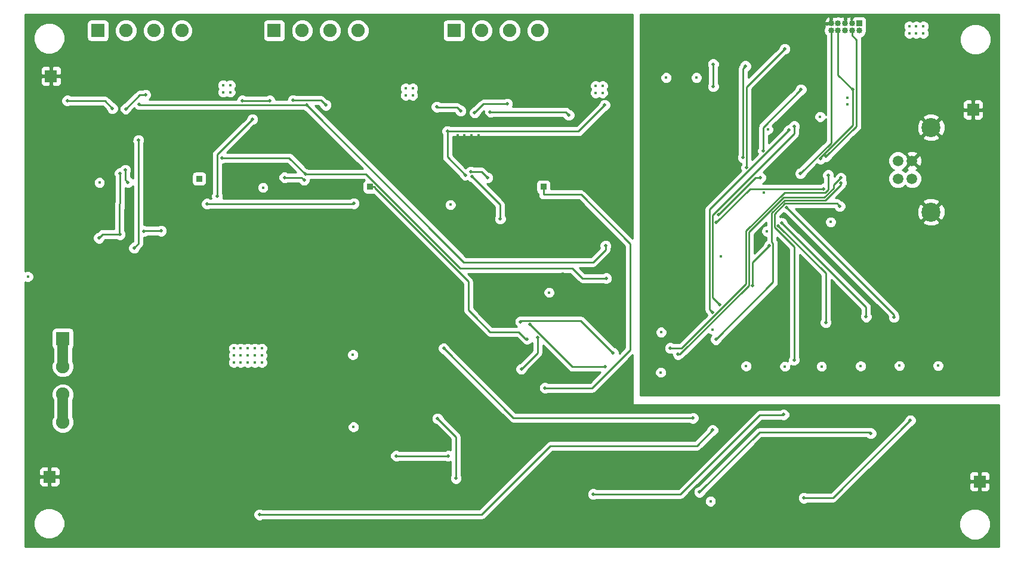
<source format=gbl>
G04 #@! TF.FileFunction,Copper,L4,Bot,Signal*
%FSLAX46Y46*%
G04 Gerber Fmt 4.6, Leading zero omitted, Abs format (unit mm)*
G04 Created by KiCad (PCBNEW 4.0.1-stable) date 2018/04/09 16:51:16*
%MOMM*%
G01*
G04 APERTURE LIST*
%ADD10C,0.150000*%
%ADD11C,0.400000*%
%ADD12C,1.900000*%
%ADD13R,1.900000X1.900000*%
%ADD14R,0.850000X0.850000*%
%ADD15O,0.850000X0.850000*%
%ADD16C,1.520000*%
%ADD17C,2.700000*%
%ADD18R,1.700000X1.700000*%
%ADD19C,0.500400*%
%ADD20C,0.500380*%
%ADD21C,1.143000*%
%ADD22C,0.254000*%
%ADD23C,1.524000*%
G04 APERTURE END LIST*
D10*
D11*
X201150000Y-127000000D03*
X196500000Y-128000000D03*
X199500000Y-125050000D03*
X161950000Y-135450000D03*
X162950000Y-135450000D03*
X161950000Y-136450000D03*
X162950000Y-136450000D03*
X161950000Y-137450000D03*
X162950000Y-137450000D03*
X154350000Y-148550000D03*
X156350000Y-148550000D03*
X156300000Y-146150000D03*
X154300000Y-146150000D03*
X150200000Y-146150000D03*
X152200000Y-146150000D03*
X152250000Y-148550000D03*
X150250000Y-148550000D03*
X168050000Y-148550000D03*
X170050000Y-148550000D03*
X170000000Y-146150000D03*
X168000000Y-146150000D03*
X169900000Y-143600000D03*
X167900000Y-143600000D03*
X166100000Y-143600000D03*
X166200000Y-146150000D03*
X166250000Y-148550000D03*
X158450000Y-148550000D03*
X160450000Y-148550000D03*
X160400000Y-146150000D03*
X158400000Y-146150000D03*
X160300000Y-143600000D03*
X158300000Y-143600000D03*
X162100000Y-143600000D03*
X164100000Y-143600000D03*
X162200000Y-146150000D03*
X164200000Y-146150000D03*
X164250000Y-148550000D03*
X162250000Y-148550000D03*
X153950000Y-141050000D03*
X155950000Y-141050000D03*
X153900000Y-138650000D03*
X153800000Y-136100000D03*
X150000000Y-136100000D03*
X152000000Y-136100000D03*
X151950000Y-133700000D03*
X149950000Y-133700000D03*
X150100000Y-138650000D03*
X152100000Y-138650000D03*
X152150000Y-141050000D03*
X150150000Y-141050000D03*
X243450000Y-149500000D03*
X241450000Y-149500000D03*
X242450000Y-148500000D03*
X240450000Y-148500000D03*
X159700000Y-128800000D03*
X157700000Y-128800000D03*
X155700000Y-128800000D03*
X153700000Y-128800000D03*
X160700000Y-127800000D03*
X158700000Y-127800000D03*
X156700000Y-127800000D03*
X154700000Y-127800000D03*
X152700000Y-127800000D03*
X144500000Y-127800000D03*
X146500000Y-127800000D03*
X148500000Y-127800000D03*
X150500000Y-127800000D03*
X145500000Y-128800000D03*
X147500000Y-128800000D03*
X149500000Y-128800000D03*
X151500000Y-128800000D03*
X165450000Y-102150000D03*
X217200000Y-133950000D03*
X262350000Y-125850000D03*
X263350000Y-126850000D03*
X261350000Y-127050000D03*
X260350000Y-126050000D03*
X258050000Y-123750000D03*
X259050000Y-124750000D03*
X159200000Y-88450000D03*
X158200000Y-88450000D03*
X157200000Y-88450000D03*
X162850000Y-88450000D03*
X163850000Y-88450000D03*
X164850000Y-88450000D03*
X217850000Y-88600000D03*
X216850000Y-88600000D03*
X215850000Y-88600000D03*
X208150000Y-88550000D03*
X209150000Y-88550000D03*
X210150000Y-88550000D03*
X211150000Y-88550000D03*
X238650000Y-133650000D03*
X239550000Y-129850000D03*
X238550000Y-128850000D03*
X238600000Y-131900000D03*
X239600000Y-132900000D03*
X239600000Y-131350000D03*
X238600000Y-130350000D03*
X243150000Y-127250000D03*
X244150000Y-128250000D03*
X244150000Y-129800000D03*
X243150000Y-128800000D03*
X243100000Y-125750000D03*
X244100000Y-126750000D03*
X254550000Y-126500000D03*
X255550000Y-127500000D03*
X253500000Y-125500000D03*
X252500000Y-124500000D03*
X250450000Y-122550000D03*
X251450000Y-123550000D03*
X266350000Y-136550000D03*
X268350000Y-136550000D03*
X265350000Y-137550000D03*
X267350000Y-137550000D03*
X269350000Y-137550000D03*
X269350000Y-135400000D03*
X267350000Y-135400000D03*
X265350000Y-135400000D03*
X268350000Y-134400000D03*
X266350000Y-134400000D03*
X266300000Y-130200000D03*
X268300000Y-130200000D03*
X265300000Y-131200000D03*
X267300000Y-131200000D03*
X269300000Y-131200000D03*
X269300000Y-133350000D03*
X267300000Y-133350000D03*
X265300000Y-133350000D03*
X268300000Y-132350000D03*
X266300000Y-132350000D03*
X261050000Y-124550000D03*
X244100000Y-125200000D03*
X260050000Y-123550000D03*
X243100000Y-124200000D03*
X230350000Y-106000000D03*
X232350000Y-106000000D03*
X231350000Y-107000000D03*
X229450000Y-100150000D03*
X237150000Y-113300000D03*
X263450000Y-129050000D03*
X262450000Y-128050000D03*
X227800000Y-136700000D03*
X226800000Y-137700000D03*
X228800000Y-137700000D03*
X264100000Y-127950000D03*
X266100000Y-127950000D03*
X268100000Y-127950000D03*
X265100000Y-128950000D03*
X267100000Y-128950000D03*
X269100000Y-128950000D03*
X249050000Y-100800000D03*
X249050000Y-99850000D03*
X252850000Y-102600000D03*
X254850000Y-102600000D03*
X253850000Y-103600000D03*
X238700000Y-103850000D03*
X193500000Y-128800000D03*
X191500000Y-128800000D03*
X189500000Y-128800000D03*
X187500000Y-128800000D03*
X185500000Y-128800000D03*
X183500000Y-128800000D03*
X192500000Y-127800000D03*
X190500000Y-127800000D03*
X188500000Y-127800000D03*
X186500000Y-127800000D03*
X184500000Y-127800000D03*
X182500000Y-127800000D03*
X170650000Y-127800000D03*
X172650000Y-127800000D03*
X174650000Y-127800000D03*
X176650000Y-127800000D03*
X178650000Y-127800000D03*
X180650000Y-127800000D03*
X171650000Y-128800000D03*
X173650000Y-128800000D03*
X175650000Y-128800000D03*
X177650000Y-128800000D03*
X179650000Y-128800000D03*
X181650000Y-128800000D03*
X168750000Y-123600000D03*
X170750000Y-123600000D03*
X172750000Y-123600000D03*
X174750000Y-123600000D03*
X176750000Y-123600000D03*
X178750000Y-123600000D03*
X169750000Y-124600000D03*
X171750000Y-124600000D03*
X173750000Y-124600000D03*
X175750000Y-124600000D03*
X177750000Y-124600000D03*
X179750000Y-124600000D03*
X167900000Y-124600000D03*
X166900000Y-123600000D03*
X213450000Y-124750000D03*
X208650000Y-124800000D03*
X208650000Y-126500000D03*
X208450000Y-130700000D03*
X201800000Y-136100000D03*
X207450000Y-129700000D03*
X205450000Y-129700000D03*
X211400000Y-128600000D03*
X213400000Y-128600000D03*
X212400000Y-129600000D03*
X214400000Y-129600000D03*
X203650000Y-114900000D03*
X201650000Y-114900000D03*
X202650000Y-113900000D03*
X200650000Y-113900000D03*
X207900000Y-109100000D03*
X209900000Y-109100000D03*
X211900000Y-109100000D03*
X213900000Y-109100000D03*
X208900000Y-110100000D03*
X210900000Y-110100000D03*
X212900000Y-110100000D03*
X266850000Y-149100000D03*
X268850000Y-149100000D03*
X267850000Y-150100000D03*
X267800000Y-148300000D03*
X268800000Y-147300000D03*
X266800000Y-147300000D03*
X260200000Y-160150000D03*
X262200000Y-160150000D03*
X261200000Y-161150000D03*
X261250000Y-162950000D03*
X262250000Y-161950000D03*
X260250000Y-161950000D03*
X225000000Y-147200000D03*
X223000000Y-147200000D03*
X221000000Y-147200000D03*
X219000000Y-147200000D03*
X217000000Y-147200000D03*
X224000000Y-146200000D03*
X222000000Y-146200000D03*
X220000000Y-146200000D03*
X218000000Y-146200000D03*
X216000000Y-146200000D03*
X212400000Y-122100000D03*
X210400000Y-122100000D03*
X208400000Y-122100000D03*
X206400000Y-122100000D03*
X204400000Y-122100000D03*
X211400000Y-121100000D03*
X209400000Y-121100000D03*
X207400000Y-121100000D03*
X205400000Y-121100000D03*
X203400000Y-121100000D03*
X206050000Y-119700000D03*
X208050000Y-119700000D03*
X210050000Y-119700000D03*
X212050000Y-119700000D03*
X211050000Y-118400000D03*
X209050000Y-118400000D03*
X207050000Y-118400000D03*
X212050000Y-117400000D03*
X210050000Y-117400000D03*
X208050000Y-117400000D03*
X206050000Y-117400000D03*
X144450000Y-123450000D03*
X146450000Y-123450000D03*
X148450000Y-123450000D03*
X150450000Y-123450000D03*
X145450000Y-124450000D03*
X147450000Y-124450000D03*
X149450000Y-124450000D03*
X151450000Y-124450000D03*
X151450000Y-126750000D03*
X149450000Y-126750000D03*
X147450000Y-126750000D03*
X145450000Y-126750000D03*
X150450000Y-125750000D03*
X148450000Y-125750000D03*
X146450000Y-125750000D03*
X144450000Y-125750000D03*
X156200000Y-143600000D03*
X154200000Y-143600000D03*
X152200000Y-143600000D03*
X150200000Y-143600000D03*
X142050000Y-148450000D03*
X144050000Y-148450000D03*
X146050000Y-148450000D03*
X143050000Y-149450000D03*
X145050000Y-149450000D03*
X145050000Y-147150000D03*
X143050000Y-147150000D03*
X146050000Y-146150000D03*
X144050000Y-146150000D03*
X142050000Y-146150000D03*
X152650000Y-125750000D03*
X154650000Y-125750000D03*
X156650000Y-125750000D03*
X158650000Y-125750000D03*
X160650000Y-125750000D03*
X153650000Y-126750000D03*
X155650000Y-126750000D03*
X157650000Y-126750000D03*
X159650000Y-126750000D03*
X159650000Y-124450000D03*
X157650000Y-124450000D03*
X155650000Y-124450000D03*
X153650000Y-124450000D03*
X160650000Y-123450000D03*
X158650000Y-123450000D03*
X156650000Y-123450000D03*
X154650000Y-123450000D03*
X152650000Y-123450000D03*
X184350000Y-110250000D03*
X186350000Y-110250000D03*
X188350000Y-110250000D03*
X185350000Y-111250000D03*
X187350000Y-111250000D03*
X187350000Y-113550000D03*
X188350000Y-112550000D03*
X186350000Y-112550000D03*
X184400000Y-116950000D03*
X185400000Y-117950000D03*
X188400000Y-114650000D03*
X216150000Y-150700000D03*
X218150000Y-150700000D03*
X220150000Y-150700000D03*
X222150000Y-150700000D03*
X224150000Y-150700000D03*
X180650000Y-123500000D03*
X217150000Y-151700000D03*
X219150000Y-151700000D03*
X221150000Y-151700000D03*
X223150000Y-151700000D03*
X225150000Y-151700000D03*
X181650000Y-124500000D03*
X181650000Y-126800000D03*
X179650000Y-126800000D03*
X177650000Y-126800000D03*
X175650000Y-126800000D03*
X173650000Y-126800000D03*
X171650000Y-126800000D03*
X180650000Y-125800000D03*
X178650000Y-125800000D03*
X176650000Y-125800000D03*
X174650000Y-125800000D03*
X172650000Y-125800000D03*
X170650000Y-125800000D03*
X182500000Y-125800000D03*
X184500000Y-125800000D03*
X186500000Y-125800000D03*
X188500000Y-125800000D03*
X190500000Y-125800000D03*
X192500000Y-125800000D03*
X183500000Y-126800000D03*
X185500000Y-126800000D03*
X187500000Y-126800000D03*
X189500000Y-126800000D03*
X191500000Y-126800000D03*
X193500000Y-126800000D03*
X151450000Y-114850000D03*
X191500000Y-124500000D03*
X189500000Y-124500000D03*
X187500000Y-124500000D03*
X185500000Y-124500000D03*
X183500000Y-124500000D03*
X155450000Y-114850000D03*
X153450000Y-114850000D03*
X149450000Y-114850000D03*
X190500000Y-123500000D03*
X188500000Y-123500000D03*
X186500000Y-123500000D03*
X184500000Y-123500000D03*
X182500000Y-123500000D03*
X154450000Y-113850000D03*
X152450000Y-113850000D03*
X150450000Y-113850000D03*
X259800000Y-90700000D03*
X258800000Y-90700000D03*
X257800000Y-90700000D03*
X246650000Y-117500000D03*
X245150000Y-102550000D03*
X229850000Y-132750000D03*
X222600000Y-133150000D03*
X261900000Y-137900000D03*
X250900000Y-137950000D03*
X259800000Y-89700000D03*
X258800000Y-89700000D03*
X257800000Y-89700000D03*
X237600000Y-118800000D03*
X231100000Y-122350000D03*
X237750000Y-104350000D03*
X227600000Y-97000000D03*
X223300000Y-97000000D03*
X222550000Y-138850000D03*
X256400000Y-137900000D03*
X245350000Y-138000000D03*
X240150000Y-138000000D03*
X234650000Y-137950000D03*
X221000000Y-133950000D03*
X236700000Y-118950000D03*
X269100000Y-126800000D03*
X267100000Y-126800000D03*
X265100000Y-126800000D03*
X268100000Y-125800000D03*
X266100000Y-125800000D03*
D12*
X137700000Y-145930000D03*
X137700000Y-141970000D03*
D13*
X137700000Y-134050000D03*
D12*
X137700000Y-138010000D03*
D11*
X187350000Y-99500000D03*
X186350000Y-99500000D03*
X214300000Y-99150000D03*
X213300000Y-99150000D03*
X165950000Y-137450000D03*
X164950000Y-137450000D03*
X163950000Y-137450000D03*
X132750000Y-125250000D03*
X161450000Y-99050000D03*
X160450000Y-99050000D03*
X187350000Y-98500000D03*
X186350000Y-98500000D03*
X214300000Y-98150000D03*
X213300000Y-98150000D03*
X165950000Y-136450000D03*
X164950000Y-136450000D03*
X163950000Y-136450000D03*
X142900000Y-111900000D03*
X166100000Y-112600000D03*
X192700000Y-115050000D03*
X161450000Y-98050000D03*
X160450000Y-98050000D03*
X178950000Y-146600000D03*
X206700000Y-127500000D03*
X178850000Y-136350000D03*
X229600000Y-157150000D03*
X165950000Y-135450000D03*
X164950000Y-135450000D03*
X163950000Y-135450000D03*
X202100000Y-106400000D03*
X201100000Y-106400000D03*
X200100000Y-106400000D03*
X199100000Y-106400000D03*
X190350000Y-107050000D03*
X189350000Y-107050000D03*
X188350000Y-107050000D03*
X187350000Y-107050000D03*
X175450000Y-107300000D03*
X174450000Y-107300000D03*
X173450000Y-107300000D03*
X172450000Y-107300000D03*
X165500000Y-107350000D03*
X164500000Y-107350000D03*
X163500000Y-107350000D03*
X204250000Y-103050000D03*
X203250000Y-103050000D03*
X202250000Y-103050000D03*
X201250000Y-103050000D03*
X200250000Y-103050000D03*
X202100000Y-105400000D03*
X201100000Y-105400000D03*
X200100000Y-105400000D03*
X199100000Y-105400000D03*
X190350000Y-106050000D03*
X189350000Y-106050000D03*
X188350000Y-106050000D03*
X187350000Y-106050000D03*
X175450000Y-106300000D03*
X174450000Y-106300000D03*
X173450000Y-106300000D03*
X172450000Y-106300000D03*
X165500000Y-106350000D03*
X164500000Y-106350000D03*
X163500000Y-106350000D03*
X264100000Y-125800000D03*
X190350000Y-105050000D03*
X189350000Y-105050000D03*
X188350000Y-105050000D03*
X187350000Y-105050000D03*
X175450000Y-105300000D03*
X174450000Y-105300000D03*
X173450000Y-105300000D03*
X172450000Y-105300000D03*
X165500000Y-105350000D03*
X164500000Y-105350000D03*
X163500000Y-105350000D03*
X138850000Y-106900000D03*
X137850000Y-106900000D03*
X136850000Y-106900000D03*
X135850000Y-106900000D03*
X196700000Y-107150000D03*
X195700000Y-107150000D03*
X194700000Y-107150000D03*
X193700000Y-107150000D03*
X170700000Y-107450000D03*
X169700000Y-107450000D03*
X168700000Y-107450000D03*
X167700000Y-107450000D03*
X147150000Y-106800000D03*
X146150000Y-106800000D03*
X145150000Y-106800000D03*
X144150000Y-106800000D03*
X152600000Y-105950000D03*
X151600000Y-105950000D03*
X150600000Y-105950000D03*
X149600000Y-105950000D03*
X138850000Y-105900000D03*
X137850000Y-105900000D03*
X136850000Y-105900000D03*
X135850000Y-105900000D03*
X196700000Y-106150000D03*
X195700000Y-106150000D03*
X194700000Y-106150000D03*
X193700000Y-106150000D03*
X170700000Y-106450000D03*
X169700000Y-106450000D03*
X168700000Y-106450000D03*
X167700000Y-106450000D03*
X147150000Y-105800000D03*
X146150000Y-105800000D03*
X145150000Y-105800000D03*
X144150000Y-105800000D03*
X152600000Y-104950000D03*
X151600000Y-104950000D03*
X150600000Y-104950000D03*
X149600000Y-104950000D03*
X138850000Y-104900000D03*
X137850000Y-104900000D03*
X136850000Y-104900000D03*
X135850000Y-104900000D03*
X196700000Y-105150000D03*
X195700000Y-105150000D03*
X194700000Y-105150000D03*
X193700000Y-105150000D03*
X170700000Y-105450000D03*
X169700000Y-105450000D03*
X168700000Y-105450000D03*
X167700000Y-105450000D03*
X147150000Y-104800000D03*
X146150000Y-104800000D03*
X145150000Y-104800000D03*
D14*
X157050000Y-111350000D03*
X250700000Y-89300000D03*
D15*
X250700000Y-90300000D03*
X249700000Y-89300000D03*
X249700000Y-90300000D03*
X248700000Y-89300000D03*
X248700000Y-90300000D03*
X247700000Y-89300000D03*
X247700000Y-90300000D03*
X246700000Y-89300000D03*
X246700000Y-90300000D03*
D14*
X181300000Y-112500000D03*
X205900000Y-112500000D03*
D12*
X179580000Y-90300000D03*
X175620000Y-90300000D03*
D13*
X167700000Y-90300000D03*
D12*
X171660000Y-90300000D03*
X205080000Y-90300000D03*
X201120000Y-90300000D03*
D13*
X193200000Y-90300000D03*
D12*
X197160000Y-90300000D03*
X154580000Y-90300000D03*
X150620000Y-90300000D03*
D13*
X142700000Y-90300000D03*
D12*
X146660000Y-90300000D03*
D16*
X256200000Y-111340000D03*
X256200000Y-108800000D03*
X258200000Y-108800000D03*
X258200000Y-111340000D03*
D17*
X260900000Y-116070000D03*
X260900000Y-104070000D03*
D11*
X144150000Y-104800000D03*
D18*
X136025000Y-96775000D03*
X135825000Y-153675000D03*
X267800000Y-154350000D03*
X266875000Y-101550000D03*
D19*
X248121100Y-111919200D03*
X230359100Y-134159100D03*
X234227800Y-108347000D03*
X234562400Y-95340600D03*
X242450000Y-98685800D03*
X237071500Y-107418500D03*
X234699800Y-109800000D03*
X240119500Y-92910600D03*
X242367200Y-110609400D03*
X229882100Y-130311400D03*
X240750000Y-104467900D03*
X246309300Y-110856400D03*
X223884300Y-135408900D03*
X230941200Y-129236900D03*
X241482200Y-103901200D03*
X248085800Y-111236700D03*
X225010800Y-136270700D03*
X246012700Y-108187400D03*
X245189900Y-108514400D03*
X249775500Y-98699800D03*
X247954300Y-115250000D03*
X241450000Y-137072500D03*
X255628800Y-130995800D03*
X240371900Y-115397800D03*
X206111400Y-141050000D03*
X230745600Y-116419700D03*
X236688100Y-111201500D03*
X245655600Y-112800000D03*
X230418600Y-117588200D03*
X245942100Y-131767000D03*
X239213900Y-118036800D03*
X251686800Y-130943700D03*
X239718500Y-117629900D03*
D20*
X181300000Y-112500000D03*
X158150000Y-114900000D03*
X179000000Y-114850000D03*
D19*
X203582800Y-134107500D03*
X235543700Y-126514600D03*
X237961900Y-120843400D03*
X185003700Y-150702800D03*
X192414800Y-150702800D03*
X145800000Y-110600000D03*
X195567600Y-110355700D03*
X197954100Y-111191800D03*
X142819300Y-119777300D03*
X145809100Y-119252100D03*
X190887500Y-145402100D03*
X193483800Y-153894200D03*
X171940500Y-111528000D03*
X169146800Y-111163300D03*
D20*
X227100000Y-145350000D03*
X191750000Y-135450000D03*
D19*
X242853000Y-156676200D03*
X257950000Y-145684200D03*
D20*
X239977800Y-144850000D03*
D19*
X212962600Y-156152900D03*
D20*
X252350000Y-147500000D03*
D19*
X228046700Y-155852900D03*
D21*
X137700000Y-145930000D03*
D20*
X165600000Y-159050000D03*
X229900000Y-147050000D03*
X230000000Y-98225000D03*
X230000000Y-95075000D03*
D19*
X148436500Y-105875600D03*
X147815600Y-121172200D03*
D20*
X149200000Y-118800000D03*
X151650000Y-118750000D03*
X164600000Y-102900000D03*
X159600000Y-113850000D03*
X146950000Y-111850000D03*
X146550000Y-110100000D03*
D19*
X202757000Y-138373700D03*
X205072400Y-133859600D03*
D20*
X138350000Y-100250000D03*
X144750000Y-101350000D03*
X149425000Y-99450000D03*
X146625000Y-101425000D03*
X202650000Y-131650000D03*
D19*
X215775000Y-136093400D03*
D20*
X214680600Y-138069400D03*
X204000000Y-132050000D03*
D19*
X214597600Y-100894800D03*
X194800000Y-110819100D03*
X192256400Y-104615200D03*
X199753500Y-117041200D03*
X195756200Y-111013300D03*
D20*
X167050000Y-100250000D03*
X163200000Y-100250000D03*
X194150000Y-101700000D03*
X190750000Y-101150000D03*
D19*
X175005000Y-100894800D03*
X170375000Y-100208700D03*
D20*
X200750000Y-100725000D03*
X196150000Y-101950000D03*
D19*
X214806500Y-125474600D03*
X172138900Y-110704200D03*
X160289100Y-108366000D03*
D20*
X214700000Y-120850000D03*
D19*
X148545000Y-100787300D03*
X172307600Y-100894800D03*
D20*
X198350000Y-101850000D03*
X209500000Y-102300000D03*
D22*
X238479600Y-126038600D02*
X230359100Y-134159100D01*
X238479600Y-120538200D02*
X238479600Y-126038600D01*
X238258000Y-120316600D02*
X238479600Y-120538200D01*
X238258000Y-116225700D02*
X238258000Y-120316600D01*
X240093000Y-114390700D02*
X238258000Y-116225700D01*
X245919200Y-114390700D02*
X240093000Y-114390700D01*
X248121100Y-112188800D02*
X245919200Y-114390700D01*
X248121100Y-111919200D02*
X248121100Y-112188800D01*
X234227800Y-95675200D02*
X234227800Y-108347000D01*
X234562400Y-95340600D02*
X234227800Y-95675200D01*
X237071500Y-104064300D02*
X242450000Y-98685800D01*
X237071500Y-107418500D02*
X237071500Y-104064300D01*
X234732300Y-109767500D02*
X234699800Y-109800000D01*
X234732300Y-98297800D02*
X234732300Y-109767500D01*
X240119500Y-92910600D02*
X234732300Y-98297800D01*
X242367200Y-110580300D02*
X242367200Y-110609400D01*
X246700000Y-106247500D02*
X242367200Y-110580300D01*
X246700000Y-90979300D02*
X246700000Y-106247500D01*
X246700000Y-90300000D02*
X246700000Y-90979300D01*
X229500800Y-129930100D02*
X229882100Y-130311400D01*
X229500800Y-115717100D02*
X229500800Y-129930100D01*
X240750000Y-104467900D02*
X229500800Y-115717100D01*
X225498300Y-135408900D02*
X223884300Y-135408900D01*
X234657900Y-126249300D02*
X225498300Y-135408900D01*
X234657900Y-118747400D02*
X234657900Y-126249300D01*
X240100800Y-113304500D02*
X234657900Y-118747400D01*
X245908700Y-113304500D02*
X240100800Y-113304500D01*
X246309200Y-112904000D02*
X245908700Y-113304500D01*
X246309200Y-110856400D02*
X246309200Y-112904000D01*
X246309300Y-110856400D02*
X246309200Y-110856400D01*
X229882100Y-128177800D02*
X230941200Y-129236900D01*
X229882100Y-116569800D02*
X229882100Y-128177800D01*
X241482200Y-104969700D02*
X229882100Y-116569800D01*
X241482200Y-103901200D02*
X241482200Y-104969700D01*
X225255100Y-136270700D02*
X225010800Y-136270700D01*
X235039200Y-126486600D02*
X225255100Y-136270700D01*
X235039200Y-118905300D02*
X235039200Y-126486600D01*
X239935100Y-114009400D02*
X235039200Y-118905300D01*
X245761400Y-114009400D02*
X239935100Y-114009400D01*
X247080300Y-112690500D02*
X245761400Y-114009400D01*
X247080300Y-112242200D02*
X247080300Y-112690500D01*
X248085800Y-111236700D02*
X247080300Y-112242200D01*
X249700000Y-90300000D02*
X249700000Y-90979300D01*
X250320500Y-103879600D02*
X246012700Y-108187400D01*
X250320500Y-91599800D02*
X250320500Y-103879600D01*
X249700000Y-90979300D02*
X250320500Y-91599800D01*
X245189900Y-108296800D02*
X245189900Y-108514400D01*
X249775500Y-103711200D02*
X245189900Y-108296800D01*
X249775500Y-98699800D02*
X249775500Y-103711200D01*
X247700000Y-96624300D02*
X249775500Y-98699800D01*
X247700000Y-90300000D02*
X247700000Y-96624300D01*
X247562100Y-114857800D02*
X247954300Y-115250000D01*
X240165100Y-114857800D02*
X247562100Y-114857800D01*
X238684800Y-116338100D02*
X240165100Y-114857800D01*
X238684800Y-118265600D02*
X238684800Y-116338100D01*
X241450000Y-121030800D02*
X238684800Y-118265600D01*
X241450000Y-137072500D02*
X241450000Y-121030800D01*
X255628800Y-130654700D02*
X255628800Y-130995800D01*
X240371900Y-115397800D02*
X255628800Y-130654700D01*
X205900000Y-112500000D02*
X205900000Y-112979300D01*
X205900000Y-113599700D02*
X211228700Y-113599700D01*
X211228700Y-113599700D02*
X218234400Y-120605400D01*
X218234400Y-120605400D02*
X218234400Y-135643500D01*
X218234400Y-135643500D02*
X212827900Y-141050000D01*
X212827900Y-141050000D02*
X206111400Y-141050000D01*
X205900000Y-112979300D02*
X205900000Y-113599700D01*
X236688100Y-111201600D02*
X236688100Y-111201500D01*
X235963700Y-111201600D02*
X236688100Y-111201600D01*
X230745600Y-116419700D02*
X235963700Y-111201600D01*
X235206800Y-112800000D02*
X245655600Y-112800000D01*
X230418600Y-117588200D02*
X235206800Y-112800000D01*
X245942100Y-131767000D02*
X245942100Y-124765000D01*
X245942100Y-124765000D02*
X239213900Y-118036800D01*
X251686800Y-129598200D02*
X239718500Y-117629900D01*
X251686800Y-130943700D02*
X251686800Y-129598200D01*
X195225000Y-125925000D02*
X195225000Y-129975000D01*
X195225000Y-129975000D02*
X196250000Y-131000000D01*
X181300000Y-112500000D02*
X181314891Y-112485109D01*
X181314891Y-112485109D02*
X181964409Y-112485109D01*
X181964409Y-112485109D02*
X181979300Y-112500000D01*
X181979300Y-112500000D02*
X181979300Y-112679300D01*
X181979300Y-112679300D02*
X195225000Y-125925000D01*
X196250000Y-131000000D02*
X198350000Y-133100000D01*
X198350000Y-133100000D02*
X202406500Y-133100000D01*
X178950000Y-114900000D02*
X158150000Y-114900000D01*
X179000000Y-114850000D02*
X178950000Y-114900000D01*
X181300000Y-112500000D02*
X181979300Y-112500000D01*
X203414000Y-134107500D02*
X203582800Y-134107500D01*
X202406500Y-133100000D02*
X203414000Y-134107500D01*
X235543700Y-123261600D02*
X237961900Y-120843400D01*
X235543700Y-126514600D02*
X235543700Y-123261600D01*
X192414800Y-150702800D02*
X185003700Y-150702800D01*
X145800000Y-110600000D02*
X145766600Y-119209600D01*
X197118000Y-110355700D02*
X195567600Y-110355700D01*
X197954100Y-111191800D02*
X197118000Y-110355700D01*
X145766600Y-119209600D02*
X145809100Y-119252100D01*
X143387000Y-119209600D02*
X142819300Y-119777300D01*
X145766600Y-119209600D02*
X143387000Y-119209600D01*
X193483800Y-147998400D02*
X190887500Y-145402100D01*
X193483800Y-153894200D02*
X193483800Y-147998400D01*
X171575800Y-111163300D02*
X171940500Y-111528000D01*
X169146800Y-111163300D02*
X171575800Y-111163300D01*
X227050000Y-145300000D02*
X227100000Y-145350000D01*
X201600000Y-145300000D02*
X227050000Y-145300000D01*
X191750000Y-135450000D02*
X201600000Y-145300000D01*
X246958000Y-156676200D02*
X242853000Y-156676200D01*
X257950000Y-145684200D02*
X246958000Y-156676200D01*
X236591600Y-144900000D02*
X235711600Y-145780000D01*
X239927800Y-144900000D02*
X236591600Y-144900000D01*
X239977800Y-144850000D02*
X239927800Y-144900000D01*
X235711600Y-145780000D02*
X225338700Y-156152900D01*
X225338700Y-156152900D02*
X212962600Y-156152900D01*
X252199800Y-147349800D02*
X236549800Y-147349800D01*
X252350000Y-147500000D02*
X252199800Y-147349800D01*
X236549800Y-147349800D02*
X228046700Y-155852900D01*
D23*
X137700000Y-138010000D02*
X137700000Y-134050000D01*
X137700000Y-145930000D02*
X137700000Y-141970000D01*
D22*
X197100000Y-159050000D02*
X165600000Y-159050000D01*
X206850000Y-149300000D02*
X197100000Y-159050000D01*
X227650000Y-149300000D02*
X206850000Y-149300000D01*
X229900000Y-147050000D02*
X227650000Y-149300000D01*
X230000000Y-95075000D02*
X230000000Y-98225000D01*
X148436500Y-120551300D02*
X148436500Y-105875600D01*
X147815600Y-121172200D02*
X148436500Y-120551300D01*
X149200000Y-118800000D02*
X149250000Y-118750000D01*
X149250000Y-118750000D02*
X151650000Y-118750000D01*
X164600000Y-102900000D02*
X159600000Y-107900000D01*
X159600000Y-107900000D02*
X159600000Y-113850000D01*
X146950000Y-111850000D02*
X146550000Y-111450000D01*
X146550000Y-111450000D02*
X146550000Y-110100000D01*
X205072400Y-136058300D02*
X202757000Y-138373700D01*
X205072400Y-133859600D02*
X205072400Y-136058300D01*
X138400000Y-100300000D02*
X138350000Y-100250000D01*
X143700000Y-100300000D02*
X138400000Y-100300000D01*
X144750000Y-101350000D02*
X143700000Y-100300000D01*
X148600000Y-99450000D02*
X149425000Y-99450000D01*
X146625000Y-101425000D02*
X148600000Y-99450000D01*
X202765800Y-131534200D02*
X211215800Y-131534200D01*
X202650000Y-131650000D02*
X202765800Y-131534200D01*
X211215800Y-131534200D02*
X215775000Y-136093400D01*
X210019400Y-138069400D02*
X214680600Y-138069400D01*
X204000000Y-132050000D02*
X210019400Y-138069400D01*
X210877200Y-104615200D02*
X192256400Y-104615200D01*
X214597600Y-100894800D02*
X210877200Y-104615200D01*
X192256400Y-108275500D02*
X192256400Y-104615200D01*
X194800000Y-110819100D02*
X192256400Y-108275500D01*
X199753500Y-115010600D02*
X199753500Y-117041200D01*
X195756200Y-111013300D02*
X199753500Y-115010600D01*
X163200000Y-100250000D02*
X167050000Y-100250000D01*
X193650000Y-101200000D02*
X194150000Y-101700000D01*
X190800000Y-101200000D02*
X193650000Y-101200000D01*
X190750000Y-101150000D02*
X190800000Y-101200000D01*
X174318900Y-100208700D02*
X175005000Y-100894800D01*
X170375000Y-100208700D02*
X174318900Y-100208700D01*
X197375000Y-100725000D02*
X200750000Y-100725000D01*
X196150000Y-101950000D02*
X197375000Y-100725000D01*
X214806500Y-125474600D02*
X211424600Y-125474600D01*
X210000000Y-124050000D02*
X194068600Y-124050000D01*
X211424600Y-125474600D02*
X210000000Y-124050000D01*
X172138900Y-110704200D02*
X180722800Y-110704200D01*
X180722800Y-110704200D02*
X194068600Y-124050000D01*
X169800700Y-108366000D02*
X172138900Y-110704200D01*
X160289100Y-108366000D02*
X169800700Y-108366000D01*
X214700000Y-120850000D02*
X214700000Y-121450000D01*
X194612800Y-123200000D02*
X192230800Y-120818000D01*
X212950000Y-123200000D02*
X194612800Y-123200000D01*
X214700000Y-121450000D02*
X212950000Y-123200000D01*
X172307600Y-100894800D02*
X192230800Y-120818000D01*
X148652500Y-100894800D02*
X172307600Y-100894800D01*
X148545000Y-100787300D02*
X148652500Y-100894800D01*
X209050000Y-101850000D02*
X198350000Y-101850000D01*
X209500000Y-102300000D02*
X209050000Y-101850000D01*
G36*
X218573000Y-119866370D02*
X211767515Y-113060885D01*
X211712199Y-113023924D01*
X211520305Y-112895704D01*
X211228700Y-112837700D01*
X206972440Y-112837700D01*
X206972440Y-112075000D01*
X206928162Y-111839683D01*
X206789090Y-111623559D01*
X206576890Y-111478569D01*
X206325000Y-111427560D01*
X205475000Y-111427560D01*
X205239683Y-111471838D01*
X205023559Y-111610910D01*
X204878569Y-111823110D01*
X204827560Y-112075000D01*
X204827560Y-112925000D01*
X204871838Y-113160317D01*
X205010910Y-113376441D01*
X205138000Y-113463278D01*
X205138000Y-113599700D01*
X205196004Y-113891305D01*
X205361185Y-114138515D01*
X205608395Y-114303696D01*
X205900000Y-114361700D01*
X210913070Y-114361700D01*
X217472400Y-120921030D01*
X217472400Y-135327869D01*
X216660159Y-136140110D01*
X216660353Y-135918095D01*
X216525874Y-135592630D01*
X216277080Y-135343402D01*
X215978758Y-135219527D01*
X211754615Y-130995385D01*
X211677263Y-130943700D01*
X211507405Y-130830204D01*
X211215800Y-130772200D01*
X202844274Y-130772200D01*
X202826848Y-130764964D01*
X202474697Y-130764657D01*
X202149235Y-130899135D01*
X201900010Y-131147925D01*
X201764964Y-131473152D01*
X201764657Y-131825303D01*
X201899135Y-132150765D01*
X202086043Y-132338000D01*
X198665631Y-132338000D01*
X196788815Y-130461185D01*
X195987000Y-129659370D01*
X195987000Y-127665363D01*
X205864855Y-127665363D01*
X205991708Y-127972372D01*
X206226393Y-128207466D01*
X206533179Y-128334855D01*
X206865363Y-128335145D01*
X207172372Y-128208292D01*
X207407466Y-127973607D01*
X207534855Y-127666821D01*
X207535145Y-127334637D01*
X207408292Y-127027628D01*
X207173607Y-126792534D01*
X206866821Y-126665145D01*
X206534637Y-126664855D01*
X206227628Y-126791708D01*
X205992534Y-127026393D01*
X205865145Y-127333179D01*
X205864855Y-127665363D01*
X195987000Y-127665363D01*
X195987000Y-125925000D01*
X195960651Y-125792534D01*
X195928997Y-125633396D01*
X195763816Y-125386185D01*
X195189631Y-124812000D01*
X209684370Y-124812000D01*
X210885785Y-126013416D01*
X211033977Y-126112434D01*
X211132995Y-126178596D01*
X211424600Y-126236600D01*
X214333324Y-126236600D01*
X214629650Y-126359646D01*
X214981805Y-126359953D01*
X215307270Y-126225474D01*
X215556498Y-125976680D01*
X215691546Y-125651450D01*
X215691853Y-125299295D01*
X215557374Y-124973830D01*
X215308580Y-124724602D01*
X214983350Y-124589554D01*
X214631195Y-124589247D01*
X214332657Y-124712600D01*
X211740231Y-124712600D01*
X210989630Y-123962000D01*
X212950000Y-123962000D01*
X213241605Y-123903996D01*
X213488815Y-123738815D01*
X215238816Y-121988815D01*
X215369789Y-121792799D01*
X215403996Y-121741605D01*
X215462000Y-121450000D01*
X215462000Y-121323152D01*
X215585036Y-121026848D01*
X215585343Y-120674697D01*
X215450865Y-120349235D01*
X215202075Y-120100010D01*
X214876848Y-119964964D01*
X214524697Y-119964657D01*
X214199235Y-120099135D01*
X213950010Y-120347925D01*
X213814964Y-120673152D01*
X213814657Y-121025303D01*
X213882609Y-121189760D01*
X212634370Y-122438000D01*
X194928431Y-122438000D01*
X192769618Y-120279188D01*
X192769616Y-120279185D01*
X187705794Y-115215363D01*
X191864855Y-115215363D01*
X191991708Y-115522372D01*
X192226393Y-115757466D01*
X192533179Y-115884855D01*
X192865363Y-115885145D01*
X193172372Y-115758292D01*
X193407466Y-115523607D01*
X193534855Y-115216821D01*
X193535145Y-114884637D01*
X193408292Y-114577628D01*
X193173607Y-114342534D01*
X192866821Y-114215145D01*
X192534637Y-114214855D01*
X192227628Y-114341708D01*
X191992534Y-114576393D01*
X191865145Y-114883179D01*
X191864855Y-115215363D01*
X187705794Y-115215363D01*
X177280936Y-104790505D01*
X191371047Y-104790505D01*
X191494400Y-105089043D01*
X191494400Y-108275500D01*
X191552404Y-108567105D01*
X191712032Y-108806005D01*
X191717585Y-108814315D01*
X193926598Y-111023329D01*
X194049126Y-111319870D01*
X194297920Y-111569098D01*
X194623150Y-111704146D01*
X194975305Y-111704453D01*
X195131112Y-111640075D01*
X195254120Y-111763298D01*
X195552443Y-111887173D01*
X198991500Y-115326230D01*
X198991500Y-116568024D01*
X198868454Y-116864350D01*
X198868147Y-117216505D01*
X199002626Y-117541970D01*
X199251420Y-117791198D01*
X199576650Y-117926246D01*
X199928805Y-117926553D01*
X200254270Y-117792074D01*
X200503498Y-117543280D01*
X200638546Y-117218050D01*
X200638853Y-116865895D01*
X200515500Y-116567357D01*
X200515500Y-115010600D01*
X200457496Y-114718995D01*
X200292315Y-114471785D01*
X197897481Y-112076951D01*
X198129405Y-112077153D01*
X198454870Y-111942674D01*
X198704098Y-111693880D01*
X198839146Y-111368650D01*
X198839453Y-111016495D01*
X198704974Y-110691030D01*
X198456180Y-110441802D01*
X198157857Y-110317927D01*
X197656815Y-109816885D01*
X197582905Y-109767500D01*
X197409605Y-109651704D01*
X197118000Y-109593700D01*
X196040776Y-109593700D01*
X195744450Y-109470654D01*
X195392295Y-109470347D01*
X195066830Y-109604826D01*
X194864918Y-109806387D01*
X193018400Y-107959870D01*
X193018400Y-105377200D01*
X210877200Y-105377200D01*
X211168805Y-105319196D01*
X211416015Y-105154015D01*
X214801827Y-101768203D01*
X215098370Y-101645674D01*
X215347598Y-101396880D01*
X215482646Y-101071650D01*
X215482953Y-100719495D01*
X215348474Y-100394030D01*
X215099680Y-100144802D01*
X214774450Y-100009754D01*
X214422295Y-100009447D01*
X214096830Y-100143926D01*
X213847602Y-100392720D01*
X213723727Y-100691043D01*
X210561570Y-103853200D01*
X192729576Y-103853200D01*
X192433250Y-103730154D01*
X192081095Y-103729847D01*
X191755630Y-103864326D01*
X191506402Y-104113120D01*
X191371354Y-104438350D01*
X191371047Y-104790505D01*
X177280936Y-104790505D01*
X173461130Y-100970700D01*
X174003270Y-100970700D01*
X174131597Y-101099027D01*
X174254126Y-101395570D01*
X174502920Y-101644798D01*
X174828150Y-101779846D01*
X175180305Y-101780153D01*
X175505770Y-101645674D01*
X175754998Y-101396880D01*
X175784719Y-101325303D01*
X189864657Y-101325303D01*
X189999135Y-101650765D01*
X190247925Y-101899990D01*
X190573152Y-102035036D01*
X190925303Y-102035343D01*
X191102807Y-101962000D01*
X193300479Y-101962000D01*
X193399135Y-102200765D01*
X193647925Y-102449990D01*
X193973152Y-102585036D01*
X194325303Y-102585343D01*
X194650765Y-102450865D01*
X194899990Y-102202075D01*
X194931868Y-102125303D01*
X195264657Y-102125303D01*
X195399135Y-102450765D01*
X195647925Y-102699990D01*
X195973152Y-102835036D01*
X196325303Y-102835343D01*
X196650765Y-102700865D01*
X196899990Y-102452075D01*
X197023855Y-102153776D01*
X197464930Y-101712701D01*
X197464657Y-102025303D01*
X197599135Y-102350765D01*
X197847925Y-102599990D01*
X198173152Y-102735036D01*
X198525303Y-102735343D01*
X198823816Y-102612000D01*
X208671139Y-102612000D01*
X208749135Y-102800765D01*
X208997925Y-103049990D01*
X209323152Y-103185036D01*
X209675303Y-103185343D01*
X210000765Y-103050865D01*
X210249990Y-102802075D01*
X210385036Y-102476848D01*
X210385343Y-102124697D01*
X210250865Y-101799235D01*
X210002075Y-101550010D01*
X209703775Y-101426145D01*
X209588815Y-101311185D01*
X209341605Y-101146004D01*
X209050000Y-101088000D01*
X201557739Y-101088000D01*
X201635036Y-100901848D01*
X201635343Y-100549697D01*
X201500865Y-100224235D01*
X201252075Y-99975010D01*
X200926848Y-99839964D01*
X200574697Y-99839657D01*
X200276184Y-99963000D01*
X197375000Y-99963000D01*
X197083395Y-100021004D01*
X197005350Y-100073152D01*
X196836185Y-100186184D01*
X195945754Y-101076616D01*
X195649235Y-101199135D01*
X195400010Y-101447925D01*
X195264964Y-101773152D01*
X195264657Y-102125303D01*
X194931868Y-102125303D01*
X195035036Y-101876848D01*
X195035343Y-101524697D01*
X194900865Y-101199235D01*
X194652075Y-100950010D01*
X194353776Y-100826145D01*
X194188815Y-100661185D01*
X194112885Y-100610450D01*
X193941605Y-100496004D01*
X193650000Y-100438000D01*
X191289999Y-100438000D01*
X191252075Y-100400010D01*
X190926848Y-100264964D01*
X190574697Y-100264657D01*
X190249235Y-100399135D01*
X190000010Y-100647925D01*
X189864964Y-100973152D01*
X189864657Y-101325303D01*
X175784719Y-101325303D01*
X175890046Y-101071650D01*
X175890353Y-100719495D01*
X175755874Y-100394030D01*
X175507080Y-100144802D01*
X175208757Y-100020927D01*
X174857715Y-99669885D01*
X174793306Y-99626848D01*
X174610505Y-99504704D01*
X174318900Y-99446700D01*
X170848176Y-99446700D01*
X170551850Y-99323654D01*
X170199695Y-99323347D01*
X169874230Y-99457826D01*
X169625002Y-99706620D01*
X169489954Y-100031850D01*
X169489866Y-100132800D01*
X167935292Y-100132800D01*
X167935343Y-100074697D01*
X167800865Y-99749235D01*
X167552075Y-99500010D01*
X167226848Y-99364964D01*
X166874697Y-99364657D01*
X166576184Y-99488000D01*
X163673152Y-99488000D01*
X163376848Y-99364964D01*
X163024697Y-99364657D01*
X162699235Y-99499135D01*
X162450010Y-99747925D01*
X162314964Y-100073152D01*
X162314912Y-100132800D01*
X149993949Y-100132800D01*
X150174990Y-99952075D01*
X150310036Y-99626848D01*
X150310343Y-99274697D01*
X150175865Y-98949235D01*
X149927075Y-98700010D01*
X149601848Y-98564964D01*
X149249697Y-98564657D01*
X148951184Y-98688000D01*
X148600000Y-98688000D01*
X148308395Y-98746004D01*
X148238758Y-98792534D01*
X148061185Y-98911184D01*
X146420754Y-100551616D01*
X146124235Y-100674135D01*
X145875010Y-100922925D01*
X145739964Y-101248152D01*
X145739657Y-101600303D01*
X145874135Y-101925765D01*
X146122925Y-102174990D01*
X146448152Y-102310036D01*
X146800303Y-102310343D01*
X147125765Y-102175865D01*
X147374990Y-101927075D01*
X147498855Y-101628775D01*
X147816823Y-101310807D01*
X148042920Y-101537298D01*
X148368150Y-101672346D01*
X148720305Y-101672653D01*
X148758672Y-101656800D01*
X171834424Y-101656800D01*
X172103843Y-101768673D01*
X180277370Y-109942200D01*
X172612076Y-109942200D01*
X172342657Y-109830327D01*
X170339515Y-107827185D01*
X170235950Y-107757985D01*
X170092305Y-107662004D01*
X169800700Y-107604000D01*
X160973630Y-107604000D01*
X164804248Y-103773383D01*
X165100765Y-103650865D01*
X165349990Y-103402075D01*
X165485036Y-103076848D01*
X165485343Y-102724697D01*
X165350865Y-102399235D01*
X165102075Y-102150010D01*
X164776848Y-102014964D01*
X164424697Y-102014657D01*
X164099235Y-102149135D01*
X163850010Y-102397925D01*
X163726146Y-102696223D01*
X159061185Y-107361185D01*
X158896004Y-107608395D01*
X158838000Y-107900000D01*
X158838000Y-113376848D01*
X158714964Y-113673152D01*
X158714657Y-114025303D01*
X158761222Y-114138000D01*
X158623152Y-114138000D01*
X158326848Y-114014964D01*
X157974697Y-114014657D01*
X157649235Y-114149135D01*
X157400010Y-114397925D01*
X157264964Y-114723152D01*
X157264657Y-115075303D01*
X157399135Y-115400765D01*
X157647925Y-115649990D01*
X157973152Y-115785036D01*
X158325303Y-115785343D01*
X158623816Y-115662000D01*
X178647262Y-115662000D01*
X178823152Y-115735036D01*
X179175303Y-115735343D01*
X179500765Y-115600865D01*
X179749990Y-115352075D01*
X179885036Y-115026848D01*
X179885343Y-114674697D01*
X179750865Y-114349235D01*
X179502075Y-114100010D01*
X179176848Y-113964964D01*
X178824697Y-113964657D01*
X178499235Y-114099135D01*
X178460302Y-114138000D01*
X160438882Y-114138000D01*
X160485036Y-114026848D01*
X160485343Y-113674697D01*
X160362000Y-113376184D01*
X160362000Y-112765363D01*
X165264855Y-112765363D01*
X165391708Y-113072372D01*
X165626393Y-113307466D01*
X165933179Y-113434855D01*
X166265363Y-113435145D01*
X166572372Y-113308292D01*
X166807466Y-113073607D01*
X166934855Y-112766821D01*
X166935145Y-112434637D01*
X166808292Y-112127628D01*
X166573607Y-111892534D01*
X166266821Y-111765145D01*
X165934637Y-111764855D01*
X165627628Y-111891708D01*
X165392534Y-112126393D01*
X165265145Y-112433179D01*
X165264855Y-112765363D01*
X160362000Y-112765363D01*
X160362000Y-109251264D01*
X160464405Y-109251353D01*
X160762943Y-109128000D01*
X169485070Y-109128000D01*
X170758370Y-110401300D01*
X169619976Y-110401300D01*
X169323650Y-110278254D01*
X168971495Y-110277947D01*
X168646030Y-110412426D01*
X168396802Y-110661220D01*
X168261754Y-110986450D01*
X168261447Y-111338605D01*
X168395926Y-111664070D01*
X168644720Y-111913298D01*
X168969950Y-112048346D01*
X169322105Y-112048653D01*
X169620643Y-111925300D01*
X171146873Y-111925300D01*
X171189626Y-112028770D01*
X171438420Y-112277998D01*
X171763650Y-112413046D01*
X172115805Y-112413353D01*
X172441270Y-112278874D01*
X172690498Y-112030080D01*
X172825546Y-111704850D01*
X172825754Y-111466200D01*
X180407170Y-111466200D01*
X180501638Y-111560668D01*
X180423559Y-111610910D01*
X180278569Y-111823110D01*
X180227560Y-112075000D01*
X180227560Y-112925000D01*
X180271838Y-113160317D01*
X180410910Y-113376441D01*
X180623110Y-113521431D01*
X180875000Y-113572440D01*
X181725000Y-113572440D01*
X181783755Y-113561385D01*
X194463000Y-126240631D01*
X194463000Y-129975000D01*
X194521004Y-130266605D01*
X194637946Y-130441620D01*
X194686185Y-130513815D01*
X195711185Y-131538815D01*
X197811184Y-133638815D01*
X198027240Y-133783179D01*
X198058395Y-133803996D01*
X198350000Y-133862000D01*
X202090870Y-133862000D01*
X202828255Y-134599385D01*
X202831926Y-134608270D01*
X203080720Y-134857498D01*
X203405950Y-134992546D01*
X203758105Y-134992853D01*
X204083570Y-134858374D01*
X204310400Y-134631939D01*
X204310400Y-135742670D01*
X202552773Y-137500297D01*
X202256230Y-137622826D01*
X202007002Y-137871620D01*
X201871954Y-138196850D01*
X201871647Y-138549005D01*
X202006126Y-138874470D01*
X202254920Y-139123698D01*
X202580150Y-139258746D01*
X202932305Y-139259053D01*
X203257770Y-139124574D01*
X203506998Y-138875780D01*
X203630873Y-138577457D01*
X205611215Y-136597115D01*
X205776396Y-136349905D01*
X205787527Y-136293946D01*
X205834400Y-136058300D01*
X205834400Y-134962030D01*
X209480585Y-138608215D01*
X209727795Y-138773396D01*
X210019400Y-138831400D01*
X213968870Y-138831400D01*
X212512270Y-140288000D01*
X206584576Y-140288000D01*
X206288250Y-140164954D01*
X205936095Y-140164647D01*
X205610630Y-140299126D01*
X205361402Y-140547920D01*
X205226354Y-140873150D01*
X205226047Y-141225305D01*
X205360526Y-141550770D01*
X205609320Y-141799998D01*
X205934550Y-141935046D01*
X206286705Y-141935353D01*
X206585243Y-141812000D01*
X212827900Y-141812000D01*
X213119505Y-141753996D01*
X213366715Y-141588815D01*
X218573000Y-136382531D01*
X218573000Y-143300000D01*
X218583006Y-143349410D01*
X218611447Y-143391035D01*
X218653841Y-143418315D01*
X218700000Y-143427000D01*
X270515000Y-143427000D01*
X270515000Y-163615000D01*
X132385000Y-163615000D01*
X132385000Y-160742619D01*
X133514613Y-160742619D01*
X133854155Y-161564372D01*
X134482321Y-162193636D01*
X135303481Y-162534611D01*
X136192619Y-162535387D01*
X137014372Y-162195845D01*
X137643636Y-161567679D01*
X137944706Y-160842619D01*
X264864613Y-160842619D01*
X265204155Y-161664372D01*
X265832321Y-162293636D01*
X266653481Y-162634611D01*
X267542619Y-162635387D01*
X268364372Y-162295845D01*
X268993636Y-161667679D01*
X269334611Y-160846519D01*
X269335387Y-159957381D01*
X268995845Y-159135628D01*
X268367679Y-158506364D01*
X267546519Y-158165389D01*
X266657381Y-158164613D01*
X265835628Y-158504155D01*
X265206364Y-159132321D01*
X264865389Y-159953481D01*
X264864613Y-160842619D01*
X137944706Y-160842619D01*
X137984611Y-160746519D01*
X137985387Y-159857381D01*
X137724218Y-159225303D01*
X164714657Y-159225303D01*
X164849135Y-159550765D01*
X165097925Y-159799990D01*
X165423152Y-159935036D01*
X165775303Y-159935343D01*
X166073816Y-159812000D01*
X197100000Y-159812000D01*
X197391605Y-159753996D01*
X197638815Y-159588815D01*
X199912267Y-157315363D01*
X228764855Y-157315363D01*
X228891708Y-157622372D01*
X229126393Y-157857466D01*
X229433179Y-157984855D01*
X229765363Y-157985145D01*
X230072372Y-157858292D01*
X230307466Y-157623607D01*
X230434855Y-157316821D01*
X230435145Y-156984637D01*
X230380137Y-156851505D01*
X241967647Y-156851505D01*
X242102126Y-157176970D01*
X242350920Y-157426198D01*
X242676150Y-157561246D01*
X243028305Y-157561553D01*
X243326843Y-157438200D01*
X246958000Y-157438200D01*
X247249605Y-157380196D01*
X247496815Y-157215015D01*
X250076080Y-154635750D01*
X266315000Y-154635750D01*
X266315000Y-155326310D01*
X266411673Y-155559699D01*
X266590302Y-155738327D01*
X266823691Y-155835000D01*
X267514250Y-155835000D01*
X267673000Y-155676250D01*
X267673000Y-154477000D01*
X267927000Y-154477000D01*
X267927000Y-155676250D01*
X268085750Y-155835000D01*
X268776309Y-155835000D01*
X269009698Y-155738327D01*
X269188327Y-155559699D01*
X269285000Y-155326310D01*
X269285000Y-154635750D01*
X269126250Y-154477000D01*
X267927000Y-154477000D01*
X267673000Y-154477000D01*
X266473750Y-154477000D01*
X266315000Y-154635750D01*
X250076080Y-154635750D01*
X251338140Y-153373690D01*
X266315000Y-153373690D01*
X266315000Y-154064250D01*
X266473750Y-154223000D01*
X267673000Y-154223000D01*
X267673000Y-153023750D01*
X267927000Y-153023750D01*
X267927000Y-154223000D01*
X269126250Y-154223000D01*
X269285000Y-154064250D01*
X269285000Y-153373690D01*
X269188327Y-153140301D01*
X269009698Y-152961673D01*
X268776309Y-152865000D01*
X268085750Y-152865000D01*
X267927000Y-153023750D01*
X267673000Y-153023750D01*
X267514250Y-152865000D01*
X266823691Y-152865000D01*
X266590302Y-152961673D01*
X266411673Y-153140301D01*
X266315000Y-153373690D01*
X251338140Y-153373690D01*
X258154229Y-146557602D01*
X258450770Y-146435074D01*
X258699998Y-146186280D01*
X258835046Y-145861050D01*
X258835353Y-145508895D01*
X258700874Y-145183430D01*
X258452080Y-144934202D01*
X258126850Y-144799154D01*
X257774695Y-144798847D01*
X257449230Y-144933326D01*
X257200002Y-145182120D01*
X257076127Y-145480442D01*
X246642370Y-155914200D01*
X243326176Y-155914200D01*
X243029850Y-155791154D01*
X242677695Y-155790847D01*
X242352230Y-155925326D01*
X242103002Y-156174120D01*
X241967954Y-156499350D01*
X241967647Y-156851505D01*
X230380137Y-156851505D01*
X230308292Y-156677628D01*
X230073607Y-156442534D01*
X229766821Y-156315145D01*
X229434637Y-156314855D01*
X229127628Y-156441708D01*
X228892534Y-156676393D01*
X228765145Y-156983179D01*
X228764855Y-157315363D01*
X199912267Y-157315363D01*
X200899425Y-156328205D01*
X212077247Y-156328205D01*
X212211726Y-156653670D01*
X212460520Y-156902898D01*
X212785750Y-157037946D01*
X213137905Y-157038253D01*
X213436443Y-156914900D01*
X225338700Y-156914900D01*
X225630305Y-156856896D01*
X225877515Y-156691715D01*
X226541025Y-156028205D01*
X227161347Y-156028205D01*
X227295826Y-156353670D01*
X227544620Y-156602898D01*
X227869850Y-156737946D01*
X228222005Y-156738253D01*
X228547470Y-156603774D01*
X228796698Y-156354980D01*
X228920573Y-156056657D01*
X236865431Y-148111800D01*
X251709976Y-148111800D01*
X251847925Y-148249990D01*
X252173152Y-148385036D01*
X252525303Y-148385343D01*
X252850765Y-148250865D01*
X253099990Y-148002075D01*
X253235036Y-147676848D01*
X253235343Y-147324697D01*
X253100865Y-146999235D01*
X252852075Y-146750010D01*
X252526848Y-146614964D01*
X252335524Y-146614797D01*
X252199800Y-146587800D01*
X236549800Y-146587800D01*
X236258195Y-146645804D01*
X236010984Y-146810985D01*
X227842472Y-154979498D01*
X227545930Y-155102026D01*
X227296702Y-155350820D01*
X227161654Y-155676050D01*
X227161347Y-156028205D01*
X226541025Y-156028205D01*
X236907230Y-145662000D01*
X239625062Y-145662000D01*
X239800952Y-145735036D01*
X240153103Y-145735343D01*
X240478565Y-145600865D01*
X240727790Y-145352075D01*
X240862836Y-145026848D01*
X240863143Y-144674697D01*
X240728665Y-144349235D01*
X240479875Y-144100010D01*
X240154648Y-143964964D01*
X239802497Y-143964657D01*
X239477035Y-144099135D01*
X239438102Y-144138000D01*
X236591600Y-144138000D01*
X236299995Y-144196004D01*
X236072630Y-144347925D01*
X236052785Y-144361185D01*
X225023070Y-155390900D01*
X213435776Y-155390900D01*
X213139450Y-155267854D01*
X212787295Y-155267547D01*
X212461830Y-155402026D01*
X212212602Y-155650820D01*
X212077554Y-155976050D01*
X212077247Y-156328205D01*
X200899425Y-156328205D01*
X207165631Y-150062000D01*
X227650000Y-150062000D01*
X227941605Y-150003996D01*
X228188815Y-149838815D01*
X230104247Y-147923383D01*
X230400765Y-147800865D01*
X230649990Y-147552075D01*
X230785036Y-147226848D01*
X230785343Y-146874697D01*
X230650865Y-146549235D01*
X230402075Y-146300010D01*
X230076848Y-146164964D01*
X229724697Y-146164657D01*
X229399235Y-146299135D01*
X229150010Y-146547925D01*
X229026146Y-146846223D01*
X227334370Y-148538000D01*
X206850000Y-148538000D01*
X206558395Y-148596004D01*
X206311184Y-148761185D01*
X196784370Y-158288000D01*
X166073152Y-158288000D01*
X165776848Y-158164964D01*
X165424697Y-158164657D01*
X165099235Y-158299135D01*
X164850010Y-158547925D01*
X164714964Y-158873152D01*
X164714657Y-159225303D01*
X137724218Y-159225303D01*
X137645845Y-159035628D01*
X137017679Y-158406364D01*
X136196519Y-158065389D01*
X135307381Y-158064613D01*
X134485628Y-158404155D01*
X133856364Y-159032321D01*
X133515389Y-159853481D01*
X133514613Y-160742619D01*
X132385000Y-160742619D01*
X132385000Y-153960750D01*
X134340000Y-153960750D01*
X134340000Y-154651310D01*
X134436673Y-154884699D01*
X134615302Y-155063327D01*
X134848691Y-155160000D01*
X135539250Y-155160000D01*
X135698000Y-155001250D01*
X135698000Y-153802000D01*
X135952000Y-153802000D01*
X135952000Y-155001250D01*
X136110750Y-155160000D01*
X136801309Y-155160000D01*
X137034698Y-155063327D01*
X137213327Y-154884699D01*
X137310000Y-154651310D01*
X137310000Y-153960750D01*
X137151250Y-153802000D01*
X135952000Y-153802000D01*
X135698000Y-153802000D01*
X134498750Y-153802000D01*
X134340000Y-153960750D01*
X132385000Y-153960750D01*
X132385000Y-152698690D01*
X134340000Y-152698690D01*
X134340000Y-153389250D01*
X134498750Y-153548000D01*
X135698000Y-153548000D01*
X135698000Y-152348750D01*
X135952000Y-152348750D01*
X135952000Y-153548000D01*
X137151250Y-153548000D01*
X137310000Y-153389250D01*
X137310000Y-152698690D01*
X137213327Y-152465301D01*
X137034698Y-152286673D01*
X136801309Y-152190000D01*
X136110750Y-152190000D01*
X135952000Y-152348750D01*
X135698000Y-152348750D01*
X135539250Y-152190000D01*
X134848691Y-152190000D01*
X134615302Y-152286673D01*
X134436673Y-152465301D01*
X134340000Y-152698690D01*
X132385000Y-152698690D01*
X132385000Y-150878105D01*
X184118347Y-150878105D01*
X184252826Y-151203570D01*
X184501620Y-151452798D01*
X184826850Y-151587846D01*
X185179005Y-151588153D01*
X185477543Y-151464800D01*
X191941624Y-151464800D01*
X192237950Y-151587846D01*
X192590105Y-151588153D01*
X192721800Y-151533738D01*
X192721800Y-153421024D01*
X192598754Y-153717350D01*
X192598447Y-154069505D01*
X192732926Y-154394970D01*
X192981720Y-154644198D01*
X193306950Y-154779246D01*
X193659105Y-154779553D01*
X193984570Y-154645074D01*
X194233798Y-154396280D01*
X194368846Y-154071050D01*
X194369153Y-153718895D01*
X194245800Y-153420357D01*
X194245800Y-147998400D01*
X194187796Y-147706795D01*
X194083540Y-147550765D01*
X194022616Y-147459585D01*
X191760902Y-145197872D01*
X191638374Y-144901330D01*
X191389580Y-144652102D01*
X191064350Y-144517054D01*
X190712195Y-144516747D01*
X190386730Y-144651226D01*
X190137502Y-144900020D01*
X190002454Y-145225250D01*
X190002147Y-145577405D01*
X190136626Y-145902870D01*
X190385420Y-146152098D01*
X190683743Y-146275973D01*
X192721800Y-148314031D01*
X192721800Y-149871797D01*
X192591650Y-149817754D01*
X192239495Y-149817447D01*
X191940957Y-149940800D01*
X185476876Y-149940800D01*
X185180550Y-149817754D01*
X184828395Y-149817447D01*
X184502930Y-149951926D01*
X184253702Y-150200720D01*
X184118654Y-150525950D01*
X184118347Y-150878105D01*
X132385000Y-150878105D01*
X132385000Y-142283893D01*
X136114725Y-142283893D01*
X136303000Y-142739552D01*
X136303000Y-145161251D01*
X136115276Y-145613341D01*
X136114725Y-146243893D01*
X136355519Y-146826657D01*
X136800997Y-147272914D01*
X137383341Y-147514724D01*
X138013893Y-147515275D01*
X138596657Y-147274481D01*
X139042914Y-146829003D01*
X139069339Y-146765363D01*
X178114855Y-146765363D01*
X178241708Y-147072372D01*
X178476393Y-147307466D01*
X178783179Y-147434855D01*
X179115363Y-147435145D01*
X179422372Y-147308292D01*
X179657466Y-147073607D01*
X179784855Y-146766821D01*
X179785145Y-146434637D01*
X179658292Y-146127628D01*
X179423607Y-145892534D01*
X179116821Y-145765145D01*
X178784637Y-145764855D01*
X178477628Y-145891708D01*
X178242534Y-146126393D01*
X178115145Y-146433179D01*
X178114855Y-146765363D01*
X139069339Y-146765363D01*
X139284724Y-146246659D01*
X139285275Y-145616107D01*
X139097000Y-145160448D01*
X139097000Y-142738749D01*
X139284724Y-142286659D01*
X139285275Y-141656107D01*
X139044481Y-141073343D01*
X138599003Y-140627086D01*
X138016659Y-140385276D01*
X137386107Y-140384725D01*
X136803343Y-140625519D01*
X136357086Y-141070997D01*
X136115276Y-141653341D01*
X136114725Y-142283893D01*
X132385000Y-142283893D01*
X132385000Y-133100000D01*
X136102560Y-133100000D01*
X136102560Y-135000000D01*
X136146838Y-135235317D01*
X136285910Y-135451441D01*
X136303000Y-135463118D01*
X136303000Y-137241251D01*
X136115276Y-137693341D01*
X136114725Y-138323893D01*
X136355519Y-138906657D01*
X136800997Y-139352914D01*
X137383341Y-139594724D01*
X138013893Y-139595275D01*
X138596657Y-139354481D01*
X139042914Y-138909003D01*
X139284724Y-138326659D01*
X139285275Y-137696107D01*
X139097000Y-137240448D01*
X139097000Y-135615363D01*
X161114855Y-135615363D01*
X161241708Y-135922372D01*
X161269131Y-135949843D01*
X161242534Y-135976393D01*
X161115145Y-136283179D01*
X161114855Y-136615363D01*
X161241708Y-136922372D01*
X161269131Y-136949843D01*
X161242534Y-136976393D01*
X161115145Y-137283179D01*
X161114855Y-137615363D01*
X161241708Y-137922372D01*
X161476393Y-138157466D01*
X161783179Y-138284855D01*
X162115363Y-138285145D01*
X162422372Y-138158292D01*
X162449843Y-138130869D01*
X162476393Y-138157466D01*
X162783179Y-138284855D01*
X163115363Y-138285145D01*
X163422372Y-138158292D01*
X163449843Y-138130869D01*
X163476393Y-138157466D01*
X163783179Y-138284855D01*
X164115363Y-138285145D01*
X164422372Y-138158292D01*
X164449843Y-138130869D01*
X164476393Y-138157466D01*
X164783179Y-138284855D01*
X165115363Y-138285145D01*
X165422372Y-138158292D01*
X165449843Y-138130869D01*
X165476393Y-138157466D01*
X165783179Y-138284855D01*
X166115363Y-138285145D01*
X166422372Y-138158292D01*
X166657466Y-137923607D01*
X166784855Y-137616821D01*
X166785145Y-137284637D01*
X166658292Y-136977628D01*
X166630869Y-136950157D01*
X166657466Y-136923607D01*
X166784855Y-136616821D01*
X166784943Y-136515363D01*
X178014855Y-136515363D01*
X178141708Y-136822372D01*
X178376393Y-137057466D01*
X178683179Y-137184855D01*
X179015363Y-137185145D01*
X179322372Y-137058292D01*
X179557466Y-136823607D01*
X179684855Y-136516821D01*
X179685145Y-136184637D01*
X179558292Y-135877628D01*
X179323607Y-135642534D01*
X179282111Y-135625303D01*
X190864657Y-135625303D01*
X190999135Y-135950765D01*
X191247925Y-136199990D01*
X191546225Y-136323855D01*
X201061185Y-145838816D01*
X201308396Y-146003997D01*
X201600000Y-146062000D01*
X226560001Y-146062000D01*
X226597925Y-146099990D01*
X226923152Y-146235036D01*
X227275303Y-146235343D01*
X227600765Y-146100865D01*
X227849990Y-145852075D01*
X227985036Y-145526848D01*
X227985343Y-145174697D01*
X227850865Y-144849235D01*
X227602075Y-144600010D01*
X227276848Y-144464964D01*
X226924697Y-144464657D01*
X226747193Y-144538000D01*
X201915631Y-144538000D01*
X192623384Y-135245754D01*
X192500865Y-134949235D01*
X192252075Y-134700010D01*
X191926848Y-134564964D01*
X191574697Y-134564657D01*
X191249235Y-134699135D01*
X191000010Y-134947925D01*
X190864964Y-135273152D01*
X190864657Y-135625303D01*
X179282111Y-135625303D01*
X179016821Y-135515145D01*
X178684637Y-135514855D01*
X178377628Y-135641708D01*
X178142534Y-135876393D01*
X178015145Y-136183179D01*
X178014855Y-136515363D01*
X166784943Y-136515363D01*
X166785145Y-136284637D01*
X166658292Y-135977628D01*
X166630869Y-135950157D01*
X166657466Y-135923607D01*
X166784855Y-135616821D01*
X166785145Y-135284637D01*
X166658292Y-134977628D01*
X166423607Y-134742534D01*
X166116821Y-134615145D01*
X165784637Y-134614855D01*
X165477628Y-134741708D01*
X165450157Y-134769131D01*
X165423607Y-134742534D01*
X165116821Y-134615145D01*
X164784637Y-134614855D01*
X164477628Y-134741708D01*
X164450157Y-134769131D01*
X164423607Y-134742534D01*
X164116821Y-134615145D01*
X163784637Y-134614855D01*
X163477628Y-134741708D01*
X163450157Y-134769131D01*
X163423607Y-134742534D01*
X163116821Y-134615145D01*
X162784637Y-134614855D01*
X162477628Y-134741708D01*
X162450157Y-134769131D01*
X162423607Y-134742534D01*
X162116821Y-134615145D01*
X161784637Y-134614855D01*
X161477628Y-134741708D01*
X161242534Y-134976393D01*
X161115145Y-135283179D01*
X161114855Y-135615363D01*
X139097000Y-135615363D01*
X139097000Y-135466948D01*
X139101441Y-135464090D01*
X139246431Y-135251890D01*
X139297440Y-135000000D01*
X139297440Y-133100000D01*
X139253162Y-132864683D01*
X139114090Y-132648559D01*
X138901890Y-132503569D01*
X138650000Y-132452560D01*
X136750000Y-132452560D01*
X136514683Y-132496838D01*
X136298559Y-132635910D01*
X136153569Y-132848110D01*
X136102560Y-133100000D01*
X132385000Y-133100000D01*
X132385000Y-126002564D01*
X132583179Y-126084855D01*
X132915363Y-126085145D01*
X133222372Y-125958292D01*
X133457466Y-125723607D01*
X133584855Y-125416821D01*
X133585145Y-125084637D01*
X133458292Y-124777628D01*
X133223607Y-124542534D01*
X132916821Y-124415145D01*
X132584637Y-124414855D01*
X132385000Y-124497343D01*
X132385000Y-119952605D01*
X141933947Y-119952605D01*
X142068426Y-120278070D01*
X142317220Y-120527298D01*
X142642450Y-120662346D01*
X142994605Y-120662653D01*
X143320070Y-120528174D01*
X143569298Y-120279380D01*
X143693173Y-119981057D01*
X143702630Y-119971600D01*
X145276575Y-119971600D01*
X145307020Y-120002098D01*
X145632250Y-120137146D01*
X145984405Y-120137453D01*
X146309870Y-120002974D01*
X146559098Y-119754180D01*
X146694146Y-119428950D01*
X146694453Y-119076795D01*
X146559974Y-118751330D01*
X146530498Y-118721802D01*
X146554076Y-112644068D01*
X146773152Y-112735036D01*
X147125303Y-112735343D01*
X147450765Y-112600865D01*
X147674500Y-112377521D01*
X147674500Y-120235669D01*
X147611372Y-120298798D01*
X147314830Y-120421326D01*
X147065602Y-120670120D01*
X146930554Y-120995350D01*
X146930247Y-121347505D01*
X147064726Y-121672970D01*
X147313520Y-121922198D01*
X147638750Y-122057246D01*
X147990905Y-122057553D01*
X148316370Y-121923074D01*
X148565598Y-121674280D01*
X148689473Y-121375958D01*
X148975315Y-121090116D01*
X149140496Y-120842905D01*
X149161125Y-120739195D01*
X149198500Y-120551300D01*
X149198500Y-119685189D01*
X149375303Y-119685343D01*
X149700765Y-119550865D01*
X149739698Y-119512000D01*
X151176848Y-119512000D01*
X151473152Y-119635036D01*
X151825303Y-119635343D01*
X152150765Y-119500865D01*
X152399990Y-119252075D01*
X152535036Y-118926848D01*
X152535343Y-118574697D01*
X152400865Y-118249235D01*
X152152075Y-118000010D01*
X151826848Y-117864964D01*
X151474697Y-117864657D01*
X151176184Y-117988000D01*
X149552738Y-117988000D01*
X149376848Y-117914964D01*
X149198500Y-117914809D01*
X149198500Y-110925000D01*
X155977560Y-110925000D01*
X155977560Y-111775000D01*
X156021838Y-112010317D01*
X156160910Y-112226441D01*
X156373110Y-112371431D01*
X156625000Y-112422440D01*
X157475000Y-112422440D01*
X157710317Y-112378162D01*
X157926441Y-112239090D01*
X158071431Y-112026890D01*
X158122440Y-111775000D01*
X158122440Y-110925000D01*
X158078162Y-110689683D01*
X157939090Y-110473559D01*
X157726890Y-110328569D01*
X157475000Y-110277560D01*
X156625000Y-110277560D01*
X156389683Y-110321838D01*
X156173559Y-110460910D01*
X156028569Y-110673110D01*
X155977560Y-110925000D01*
X149198500Y-110925000D01*
X149198500Y-106348776D01*
X149321546Y-106052450D01*
X149321853Y-105700295D01*
X149187374Y-105374830D01*
X148938580Y-105125602D01*
X148613350Y-104990554D01*
X148261195Y-104990247D01*
X147935730Y-105124726D01*
X147686502Y-105373520D01*
X147551454Y-105698750D01*
X147551147Y-106050905D01*
X147674500Y-106349443D01*
X147674500Y-111322824D01*
X147452075Y-111100010D01*
X147312000Y-111041846D01*
X147312000Y-110573152D01*
X147435036Y-110276848D01*
X147435343Y-109924697D01*
X147300865Y-109599235D01*
X147052075Y-109350010D01*
X146726848Y-109214964D01*
X146374697Y-109214657D01*
X146049235Y-109349135D01*
X145800010Y-109597925D01*
X145751497Y-109714758D01*
X145624695Y-109714647D01*
X145299230Y-109849126D01*
X145050002Y-110097920D01*
X144914954Y-110423150D01*
X144914647Y-110775305D01*
X145036173Y-111069422D01*
X145007551Y-118447600D01*
X143387000Y-118447600D01*
X143117405Y-118501226D01*
X143095395Y-118505604D01*
X142848185Y-118670785D01*
X142615073Y-118903897D01*
X142318530Y-119026426D01*
X142069302Y-119275220D01*
X141934254Y-119600450D01*
X141933947Y-119952605D01*
X132385000Y-119952605D01*
X132385000Y-112065363D01*
X142064855Y-112065363D01*
X142191708Y-112372372D01*
X142426393Y-112607466D01*
X142733179Y-112734855D01*
X143065363Y-112735145D01*
X143372372Y-112608292D01*
X143607466Y-112373607D01*
X143734855Y-112066821D01*
X143735145Y-111734637D01*
X143608292Y-111427628D01*
X143373607Y-111192534D01*
X143066821Y-111065145D01*
X142734637Y-111064855D01*
X142427628Y-111191708D01*
X142192534Y-111426393D01*
X142065145Y-111733179D01*
X142064855Y-112065363D01*
X132385000Y-112065363D01*
X132385000Y-100425303D01*
X137464657Y-100425303D01*
X137599135Y-100750765D01*
X137847925Y-100999990D01*
X138173152Y-101135036D01*
X138525303Y-101135343D01*
X138702807Y-101062000D01*
X143384370Y-101062000D01*
X143876616Y-101554247D01*
X143999135Y-101850765D01*
X144247925Y-102099990D01*
X144573152Y-102235036D01*
X144925303Y-102235343D01*
X145250765Y-102100865D01*
X145499990Y-101852075D01*
X145635036Y-101526848D01*
X145635343Y-101174697D01*
X145500865Y-100849235D01*
X145252075Y-100600010D01*
X144953776Y-100476146D01*
X144238815Y-99761185D01*
X144218970Y-99747925D01*
X143991605Y-99596004D01*
X143700000Y-99538000D01*
X138889999Y-99538000D01*
X138852075Y-99500010D01*
X138526848Y-99364964D01*
X138174697Y-99364657D01*
X137849235Y-99499135D01*
X137600010Y-99747925D01*
X137464964Y-100073152D01*
X137464657Y-100425303D01*
X132385000Y-100425303D01*
X132385000Y-97060750D01*
X134540000Y-97060750D01*
X134540000Y-97751310D01*
X134636673Y-97984699D01*
X134815302Y-98163327D01*
X135048691Y-98260000D01*
X135739250Y-98260000D01*
X135898000Y-98101250D01*
X135898000Y-96902000D01*
X136152000Y-96902000D01*
X136152000Y-98101250D01*
X136310750Y-98260000D01*
X137001309Y-98260000D01*
X137109072Y-98215363D01*
X159614855Y-98215363D01*
X159741708Y-98522372D01*
X159769131Y-98549843D01*
X159742534Y-98576393D01*
X159615145Y-98883179D01*
X159614855Y-99215363D01*
X159741708Y-99522372D01*
X159976393Y-99757466D01*
X160283179Y-99884855D01*
X160615363Y-99885145D01*
X160922372Y-99758292D01*
X160949843Y-99730869D01*
X160976393Y-99757466D01*
X161283179Y-99884855D01*
X161615363Y-99885145D01*
X161922372Y-99758292D01*
X162157466Y-99523607D01*
X162284855Y-99216821D01*
X162285145Y-98884637D01*
X162194544Y-98665363D01*
X185514855Y-98665363D01*
X185641708Y-98972372D01*
X185669131Y-98999843D01*
X185642534Y-99026393D01*
X185515145Y-99333179D01*
X185514855Y-99665363D01*
X185641708Y-99972372D01*
X185876393Y-100207466D01*
X186183179Y-100334855D01*
X186515363Y-100335145D01*
X186822372Y-100208292D01*
X186849843Y-100180869D01*
X186876393Y-100207466D01*
X187183179Y-100334855D01*
X187515363Y-100335145D01*
X187822372Y-100208292D01*
X188057466Y-99973607D01*
X188184855Y-99666821D01*
X188185145Y-99334637D01*
X188058292Y-99027628D01*
X188030869Y-99000157D01*
X188057466Y-98973607D01*
X188184855Y-98666821D01*
X188185145Y-98334637D01*
X188177182Y-98315363D01*
X212464855Y-98315363D01*
X212591708Y-98622372D01*
X212619131Y-98649843D01*
X212592534Y-98676393D01*
X212465145Y-98983179D01*
X212464855Y-99315363D01*
X212591708Y-99622372D01*
X212826393Y-99857466D01*
X213133179Y-99984855D01*
X213465363Y-99985145D01*
X213772372Y-99858292D01*
X213799843Y-99830869D01*
X213826393Y-99857466D01*
X214133179Y-99984855D01*
X214465363Y-99985145D01*
X214772372Y-99858292D01*
X215007466Y-99623607D01*
X215134855Y-99316821D01*
X215135145Y-98984637D01*
X215008292Y-98677628D01*
X214980869Y-98650157D01*
X215007466Y-98623607D01*
X215134855Y-98316821D01*
X215135145Y-97984637D01*
X215008292Y-97677628D01*
X214773607Y-97442534D01*
X214466821Y-97315145D01*
X214134637Y-97314855D01*
X213827628Y-97441708D01*
X213800157Y-97469131D01*
X213773607Y-97442534D01*
X213466821Y-97315145D01*
X213134637Y-97314855D01*
X212827628Y-97441708D01*
X212592534Y-97676393D01*
X212465145Y-97983179D01*
X212464855Y-98315363D01*
X188177182Y-98315363D01*
X188058292Y-98027628D01*
X187823607Y-97792534D01*
X187516821Y-97665145D01*
X187184637Y-97664855D01*
X186877628Y-97791708D01*
X186850157Y-97819131D01*
X186823607Y-97792534D01*
X186516821Y-97665145D01*
X186184637Y-97664855D01*
X185877628Y-97791708D01*
X185642534Y-98026393D01*
X185515145Y-98333179D01*
X185514855Y-98665363D01*
X162194544Y-98665363D01*
X162158292Y-98577628D01*
X162130869Y-98550157D01*
X162157466Y-98523607D01*
X162284855Y-98216821D01*
X162285145Y-97884637D01*
X162158292Y-97577628D01*
X161923607Y-97342534D01*
X161616821Y-97215145D01*
X161284637Y-97214855D01*
X160977628Y-97341708D01*
X160950157Y-97369131D01*
X160923607Y-97342534D01*
X160616821Y-97215145D01*
X160284637Y-97214855D01*
X159977628Y-97341708D01*
X159742534Y-97576393D01*
X159615145Y-97883179D01*
X159614855Y-98215363D01*
X137109072Y-98215363D01*
X137234698Y-98163327D01*
X137413327Y-97984699D01*
X137510000Y-97751310D01*
X137510000Y-97060750D01*
X137351250Y-96902000D01*
X136152000Y-96902000D01*
X135898000Y-96902000D01*
X134698750Y-96902000D01*
X134540000Y-97060750D01*
X132385000Y-97060750D01*
X132385000Y-95798690D01*
X134540000Y-95798690D01*
X134540000Y-96489250D01*
X134698750Y-96648000D01*
X135898000Y-96648000D01*
X135898000Y-95448750D01*
X136152000Y-95448750D01*
X136152000Y-96648000D01*
X137351250Y-96648000D01*
X137510000Y-96489250D01*
X137510000Y-95798690D01*
X137413327Y-95565301D01*
X137234698Y-95386673D01*
X137001309Y-95290000D01*
X136310750Y-95290000D01*
X136152000Y-95448750D01*
X135898000Y-95448750D01*
X135739250Y-95290000D01*
X135048691Y-95290000D01*
X134815302Y-95386673D01*
X134636673Y-95565301D01*
X134540000Y-95798690D01*
X132385000Y-95798690D01*
X132385000Y-91842619D01*
X133514613Y-91842619D01*
X133854155Y-92664372D01*
X134482321Y-93293636D01*
X135303481Y-93634611D01*
X136192619Y-93635387D01*
X137014372Y-93295845D01*
X137643636Y-92667679D01*
X137984611Y-91846519D01*
X137985387Y-90957381D01*
X137645845Y-90135628D01*
X137017679Y-89506364D01*
X136641113Y-89350000D01*
X141102560Y-89350000D01*
X141102560Y-91250000D01*
X141146838Y-91485317D01*
X141285910Y-91701441D01*
X141498110Y-91846431D01*
X141750000Y-91897440D01*
X143650000Y-91897440D01*
X143885317Y-91853162D01*
X144101441Y-91714090D01*
X144246431Y-91501890D01*
X144297440Y-91250000D01*
X144297440Y-90613893D01*
X145074725Y-90613893D01*
X145315519Y-91196657D01*
X145760997Y-91642914D01*
X146343341Y-91884724D01*
X146973893Y-91885275D01*
X147556657Y-91644481D01*
X148002914Y-91199003D01*
X148244724Y-90616659D01*
X148244726Y-90613893D01*
X149034725Y-90613893D01*
X149275519Y-91196657D01*
X149720997Y-91642914D01*
X150303341Y-91884724D01*
X150933893Y-91885275D01*
X151516657Y-91644481D01*
X151962914Y-91199003D01*
X152204724Y-90616659D01*
X152204726Y-90613893D01*
X152994725Y-90613893D01*
X153235519Y-91196657D01*
X153680997Y-91642914D01*
X154263341Y-91884724D01*
X154893893Y-91885275D01*
X155476657Y-91644481D01*
X155922914Y-91199003D01*
X156164724Y-90616659D01*
X156165275Y-89986107D01*
X155924481Y-89403343D01*
X155871232Y-89350000D01*
X166102560Y-89350000D01*
X166102560Y-91250000D01*
X166146838Y-91485317D01*
X166285910Y-91701441D01*
X166498110Y-91846431D01*
X166750000Y-91897440D01*
X168650000Y-91897440D01*
X168885317Y-91853162D01*
X169101441Y-91714090D01*
X169246431Y-91501890D01*
X169297440Y-91250000D01*
X169297440Y-90613893D01*
X170074725Y-90613893D01*
X170315519Y-91196657D01*
X170760997Y-91642914D01*
X171343341Y-91884724D01*
X171973893Y-91885275D01*
X172556657Y-91644481D01*
X173002914Y-91199003D01*
X173244724Y-90616659D01*
X173244726Y-90613893D01*
X174034725Y-90613893D01*
X174275519Y-91196657D01*
X174720997Y-91642914D01*
X175303341Y-91884724D01*
X175933893Y-91885275D01*
X176516657Y-91644481D01*
X176962914Y-91199003D01*
X177204724Y-90616659D01*
X177204726Y-90613893D01*
X177994725Y-90613893D01*
X178235519Y-91196657D01*
X178680997Y-91642914D01*
X179263341Y-91884724D01*
X179893893Y-91885275D01*
X180476657Y-91644481D01*
X180922914Y-91199003D01*
X181164724Y-90616659D01*
X181165275Y-89986107D01*
X180924481Y-89403343D01*
X180871232Y-89350000D01*
X191602560Y-89350000D01*
X191602560Y-91250000D01*
X191646838Y-91485317D01*
X191785910Y-91701441D01*
X191998110Y-91846431D01*
X192250000Y-91897440D01*
X194150000Y-91897440D01*
X194385317Y-91853162D01*
X194601441Y-91714090D01*
X194746431Y-91501890D01*
X194797440Y-91250000D01*
X194797440Y-90613893D01*
X195574725Y-90613893D01*
X195815519Y-91196657D01*
X196260997Y-91642914D01*
X196843341Y-91884724D01*
X197473893Y-91885275D01*
X198056657Y-91644481D01*
X198502914Y-91199003D01*
X198744724Y-90616659D01*
X198744726Y-90613893D01*
X199534725Y-90613893D01*
X199775519Y-91196657D01*
X200220997Y-91642914D01*
X200803341Y-91884724D01*
X201433893Y-91885275D01*
X202016657Y-91644481D01*
X202462914Y-91199003D01*
X202704724Y-90616659D01*
X202704726Y-90613893D01*
X203494725Y-90613893D01*
X203735519Y-91196657D01*
X204180997Y-91642914D01*
X204763341Y-91884724D01*
X205393893Y-91885275D01*
X205976657Y-91644481D01*
X206422914Y-91199003D01*
X206664724Y-90616659D01*
X206665275Y-89986107D01*
X206424481Y-89403343D01*
X205979003Y-88957086D01*
X205396659Y-88715276D01*
X204766107Y-88714725D01*
X204183343Y-88955519D01*
X203737086Y-89400997D01*
X203495276Y-89983341D01*
X203494725Y-90613893D01*
X202704726Y-90613893D01*
X202705275Y-89986107D01*
X202464481Y-89403343D01*
X202019003Y-88957086D01*
X201436659Y-88715276D01*
X200806107Y-88714725D01*
X200223343Y-88955519D01*
X199777086Y-89400997D01*
X199535276Y-89983341D01*
X199534725Y-90613893D01*
X198744726Y-90613893D01*
X198745275Y-89986107D01*
X198504481Y-89403343D01*
X198059003Y-88957086D01*
X197476659Y-88715276D01*
X196846107Y-88714725D01*
X196263343Y-88955519D01*
X195817086Y-89400997D01*
X195575276Y-89983341D01*
X195574725Y-90613893D01*
X194797440Y-90613893D01*
X194797440Y-89350000D01*
X194753162Y-89114683D01*
X194614090Y-88898559D01*
X194401890Y-88753569D01*
X194150000Y-88702560D01*
X192250000Y-88702560D01*
X192014683Y-88746838D01*
X191798559Y-88885910D01*
X191653569Y-89098110D01*
X191602560Y-89350000D01*
X180871232Y-89350000D01*
X180479003Y-88957086D01*
X179896659Y-88715276D01*
X179266107Y-88714725D01*
X178683343Y-88955519D01*
X178237086Y-89400997D01*
X177995276Y-89983341D01*
X177994725Y-90613893D01*
X177204726Y-90613893D01*
X177205275Y-89986107D01*
X176964481Y-89403343D01*
X176519003Y-88957086D01*
X175936659Y-88715276D01*
X175306107Y-88714725D01*
X174723343Y-88955519D01*
X174277086Y-89400997D01*
X174035276Y-89983341D01*
X174034725Y-90613893D01*
X173244726Y-90613893D01*
X173245275Y-89986107D01*
X173004481Y-89403343D01*
X172559003Y-88957086D01*
X171976659Y-88715276D01*
X171346107Y-88714725D01*
X170763343Y-88955519D01*
X170317086Y-89400997D01*
X170075276Y-89983341D01*
X170074725Y-90613893D01*
X169297440Y-90613893D01*
X169297440Y-89350000D01*
X169253162Y-89114683D01*
X169114090Y-88898559D01*
X168901890Y-88753569D01*
X168650000Y-88702560D01*
X166750000Y-88702560D01*
X166514683Y-88746838D01*
X166298559Y-88885910D01*
X166153569Y-89098110D01*
X166102560Y-89350000D01*
X155871232Y-89350000D01*
X155479003Y-88957086D01*
X154896659Y-88715276D01*
X154266107Y-88714725D01*
X153683343Y-88955519D01*
X153237086Y-89400997D01*
X152995276Y-89983341D01*
X152994725Y-90613893D01*
X152204726Y-90613893D01*
X152205275Y-89986107D01*
X151964481Y-89403343D01*
X151519003Y-88957086D01*
X150936659Y-88715276D01*
X150306107Y-88714725D01*
X149723343Y-88955519D01*
X149277086Y-89400997D01*
X149035276Y-89983341D01*
X149034725Y-90613893D01*
X148244726Y-90613893D01*
X148245275Y-89986107D01*
X148004481Y-89403343D01*
X147559003Y-88957086D01*
X146976659Y-88715276D01*
X146346107Y-88714725D01*
X145763343Y-88955519D01*
X145317086Y-89400997D01*
X145075276Y-89983341D01*
X145074725Y-90613893D01*
X144297440Y-90613893D01*
X144297440Y-89350000D01*
X144253162Y-89114683D01*
X144114090Y-88898559D01*
X143901890Y-88753569D01*
X143650000Y-88702560D01*
X141750000Y-88702560D01*
X141514683Y-88746838D01*
X141298559Y-88885910D01*
X141153569Y-89098110D01*
X141102560Y-89350000D01*
X136641113Y-89350000D01*
X136196519Y-89165389D01*
X135307381Y-89164613D01*
X134485628Y-89504155D01*
X133856364Y-90132321D01*
X133515389Y-90953481D01*
X133514613Y-91842619D01*
X132385000Y-91842619D01*
X132385000Y-87985000D01*
X218573000Y-87985000D01*
X218573000Y-119866370D01*
X218573000Y-119866370D01*
G37*
X218573000Y-119866370D02*
X211767515Y-113060885D01*
X211712199Y-113023924D01*
X211520305Y-112895704D01*
X211228700Y-112837700D01*
X206972440Y-112837700D01*
X206972440Y-112075000D01*
X206928162Y-111839683D01*
X206789090Y-111623559D01*
X206576890Y-111478569D01*
X206325000Y-111427560D01*
X205475000Y-111427560D01*
X205239683Y-111471838D01*
X205023559Y-111610910D01*
X204878569Y-111823110D01*
X204827560Y-112075000D01*
X204827560Y-112925000D01*
X204871838Y-113160317D01*
X205010910Y-113376441D01*
X205138000Y-113463278D01*
X205138000Y-113599700D01*
X205196004Y-113891305D01*
X205361185Y-114138515D01*
X205608395Y-114303696D01*
X205900000Y-114361700D01*
X210913070Y-114361700D01*
X217472400Y-120921030D01*
X217472400Y-135327869D01*
X216660159Y-136140110D01*
X216660353Y-135918095D01*
X216525874Y-135592630D01*
X216277080Y-135343402D01*
X215978758Y-135219527D01*
X211754615Y-130995385D01*
X211677263Y-130943700D01*
X211507405Y-130830204D01*
X211215800Y-130772200D01*
X202844274Y-130772200D01*
X202826848Y-130764964D01*
X202474697Y-130764657D01*
X202149235Y-130899135D01*
X201900010Y-131147925D01*
X201764964Y-131473152D01*
X201764657Y-131825303D01*
X201899135Y-132150765D01*
X202086043Y-132338000D01*
X198665631Y-132338000D01*
X196788815Y-130461185D01*
X195987000Y-129659370D01*
X195987000Y-127665363D01*
X205864855Y-127665363D01*
X205991708Y-127972372D01*
X206226393Y-128207466D01*
X206533179Y-128334855D01*
X206865363Y-128335145D01*
X207172372Y-128208292D01*
X207407466Y-127973607D01*
X207534855Y-127666821D01*
X207535145Y-127334637D01*
X207408292Y-127027628D01*
X207173607Y-126792534D01*
X206866821Y-126665145D01*
X206534637Y-126664855D01*
X206227628Y-126791708D01*
X205992534Y-127026393D01*
X205865145Y-127333179D01*
X205864855Y-127665363D01*
X195987000Y-127665363D01*
X195987000Y-125925000D01*
X195960651Y-125792534D01*
X195928997Y-125633396D01*
X195763816Y-125386185D01*
X195189631Y-124812000D01*
X209684370Y-124812000D01*
X210885785Y-126013416D01*
X211033977Y-126112434D01*
X211132995Y-126178596D01*
X211424600Y-126236600D01*
X214333324Y-126236600D01*
X214629650Y-126359646D01*
X214981805Y-126359953D01*
X215307270Y-126225474D01*
X215556498Y-125976680D01*
X215691546Y-125651450D01*
X215691853Y-125299295D01*
X215557374Y-124973830D01*
X215308580Y-124724602D01*
X214983350Y-124589554D01*
X214631195Y-124589247D01*
X214332657Y-124712600D01*
X211740231Y-124712600D01*
X210989630Y-123962000D01*
X212950000Y-123962000D01*
X213241605Y-123903996D01*
X213488815Y-123738815D01*
X215238816Y-121988815D01*
X215369789Y-121792799D01*
X215403996Y-121741605D01*
X215462000Y-121450000D01*
X215462000Y-121323152D01*
X215585036Y-121026848D01*
X215585343Y-120674697D01*
X215450865Y-120349235D01*
X215202075Y-120100010D01*
X214876848Y-119964964D01*
X214524697Y-119964657D01*
X214199235Y-120099135D01*
X213950010Y-120347925D01*
X213814964Y-120673152D01*
X213814657Y-121025303D01*
X213882609Y-121189760D01*
X212634370Y-122438000D01*
X194928431Y-122438000D01*
X192769618Y-120279188D01*
X192769616Y-120279185D01*
X187705794Y-115215363D01*
X191864855Y-115215363D01*
X191991708Y-115522372D01*
X192226393Y-115757466D01*
X192533179Y-115884855D01*
X192865363Y-115885145D01*
X193172372Y-115758292D01*
X193407466Y-115523607D01*
X193534855Y-115216821D01*
X193535145Y-114884637D01*
X193408292Y-114577628D01*
X193173607Y-114342534D01*
X192866821Y-114215145D01*
X192534637Y-114214855D01*
X192227628Y-114341708D01*
X191992534Y-114576393D01*
X191865145Y-114883179D01*
X191864855Y-115215363D01*
X187705794Y-115215363D01*
X177280936Y-104790505D01*
X191371047Y-104790505D01*
X191494400Y-105089043D01*
X191494400Y-108275500D01*
X191552404Y-108567105D01*
X191712032Y-108806005D01*
X191717585Y-108814315D01*
X193926598Y-111023329D01*
X194049126Y-111319870D01*
X194297920Y-111569098D01*
X194623150Y-111704146D01*
X194975305Y-111704453D01*
X195131112Y-111640075D01*
X195254120Y-111763298D01*
X195552443Y-111887173D01*
X198991500Y-115326230D01*
X198991500Y-116568024D01*
X198868454Y-116864350D01*
X198868147Y-117216505D01*
X199002626Y-117541970D01*
X199251420Y-117791198D01*
X199576650Y-117926246D01*
X199928805Y-117926553D01*
X200254270Y-117792074D01*
X200503498Y-117543280D01*
X200638546Y-117218050D01*
X200638853Y-116865895D01*
X200515500Y-116567357D01*
X200515500Y-115010600D01*
X200457496Y-114718995D01*
X200292315Y-114471785D01*
X197897481Y-112076951D01*
X198129405Y-112077153D01*
X198454870Y-111942674D01*
X198704098Y-111693880D01*
X198839146Y-111368650D01*
X198839453Y-111016495D01*
X198704974Y-110691030D01*
X198456180Y-110441802D01*
X198157857Y-110317927D01*
X197656815Y-109816885D01*
X197582905Y-109767500D01*
X197409605Y-109651704D01*
X197118000Y-109593700D01*
X196040776Y-109593700D01*
X195744450Y-109470654D01*
X195392295Y-109470347D01*
X195066830Y-109604826D01*
X194864918Y-109806387D01*
X193018400Y-107959870D01*
X193018400Y-105377200D01*
X210877200Y-105377200D01*
X211168805Y-105319196D01*
X211416015Y-105154015D01*
X214801827Y-101768203D01*
X215098370Y-101645674D01*
X215347598Y-101396880D01*
X215482646Y-101071650D01*
X215482953Y-100719495D01*
X215348474Y-100394030D01*
X215099680Y-100144802D01*
X214774450Y-100009754D01*
X214422295Y-100009447D01*
X214096830Y-100143926D01*
X213847602Y-100392720D01*
X213723727Y-100691043D01*
X210561570Y-103853200D01*
X192729576Y-103853200D01*
X192433250Y-103730154D01*
X192081095Y-103729847D01*
X191755630Y-103864326D01*
X191506402Y-104113120D01*
X191371354Y-104438350D01*
X191371047Y-104790505D01*
X177280936Y-104790505D01*
X173461130Y-100970700D01*
X174003270Y-100970700D01*
X174131597Y-101099027D01*
X174254126Y-101395570D01*
X174502920Y-101644798D01*
X174828150Y-101779846D01*
X175180305Y-101780153D01*
X175505770Y-101645674D01*
X175754998Y-101396880D01*
X175784719Y-101325303D01*
X189864657Y-101325303D01*
X189999135Y-101650765D01*
X190247925Y-101899990D01*
X190573152Y-102035036D01*
X190925303Y-102035343D01*
X191102807Y-101962000D01*
X193300479Y-101962000D01*
X193399135Y-102200765D01*
X193647925Y-102449990D01*
X193973152Y-102585036D01*
X194325303Y-102585343D01*
X194650765Y-102450865D01*
X194899990Y-102202075D01*
X194931868Y-102125303D01*
X195264657Y-102125303D01*
X195399135Y-102450765D01*
X195647925Y-102699990D01*
X195973152Y-102835036D01*
X196325303Y-102835343D01*
X196650765Y-102700865D01*
X196899990Y-102452075D01*
X197023855Y-102153776D01*
X197464930Y-101712701D01*
X197464657Y-102025303D01*
X197599135Y-102350765D01*
X197847925Y-102599990D01*
X198173152Y-102735036D01*
X198525303Y-102735343D01*
X198823816Y-102612000D01*
X208671139Y-102612000D01*
X208749135Y-102800765D01*
X208997925Y-103049990D01*
X209323152Y-103185036D01*
X209675303Y-103185343D01*
X210000765Y-103050865D01*
X210249990Y-102802075D01*
X210385036Y-102476848D01*
X210385343Y-102124697D01*
X210250865Y-101799235D01*
X210002075Y-101550010D01*
X209703775Y-101426145D01*
X209588815Y-101311185D01*
X209341605Y-101146004D01*
X209050000Y-101088000D01*
X201557739Y-101088000D01*
X201635036Y-100901848D01*
X201635343Y-100549697D01*
X201500865Y-100224235D01*
X201252075Y-99975010D01*
X200926848Y-99839964D01*
X200574697Y-99839657D01*
X200276184Y-99963000D01*
X197375000Y-99963000D01*
X197083395Y-100021004D01*
X197005350Y-100073152D01*
X196836185Y-100186184D01*
X195945754Y-101076616D01*
X195649235Y-101199135D01*
X195400010Y-101447925D01*
X195264964Y-101773152D01*
X195264657Y-102125303D01*
X194931868Y-102125303D01*
X195035036Y-101876848D01*
X195035343Y-101524697D01*
X194900865Y-101199235D01*
X194652075Y-100950010D01*
X194353776Y-100826145D01*
X194188815Y-100661185D01*
X194112885Y-100610450D01*
X193941605Y-100496004D01*
X193650000Y-100438000D01*
X191289999Y-100438000D01*
X191252075Y-100400010D01*
X190926848Y-100264964D01*
X190574697Y-100264657D01*
X190249235Y-100399135D01*
X190000010Y-100647925D01*
X189864964Y-100973152D01*
X189864657Y-101325303D01*
X175784719Y-101325303D01*
X175890046Y-101071650D01*
X175890353Y-100719495D01*
X175755874Y-100394030D01*
X175507080Y-100144802D01*
X175208757Y-100020927D01*
X174857715Y-99669885D01*
X174793306Y-99626848D01*
X174610505Y-99504704D01*
X174318900Y-99446700D01*
X170848176Y-99446700D01*
X170551850Y-99323654D01*
X170199695Y-99323347D01*
X169874230Y-99457826D01*
X169625002Y-99706620D01*
X169489954Y-100031850D01*
X169489866Y-100132800D01*
X167935292Y-100132800D01*
X167935343Y-100074697D01*
X167800865Y-99749235D01*
X167552075Y-99500010D01*
X167226848Y-99364964D01*
X166874697Y-99364657D01*
X166576184Y-99488000D01*
X163673152Y-99488000D01*
X163376848Y-99364964D01*
X163024697Y-99364657D01*
X162699235Y-99499135D01*
X162450010Y-99747925D01*
X162314964Y-100073152D01*
X162314912Y-100132800D01*
X149993949Y-100132800D01*
X150174990Y-99952075D01*
X150310036Y-99626848D01*
X150310343Y-99274697D01*
X150175865Y-98949235D01*
X149927075Y-98700010D01*
X149601848Y-98564964D01*
X149249697Y-98564657D01*
X148951184Y-98688000D01*
X148600000Y-98688000D01*
X148308395Y-98746004D01*
X148238758Y-98792534D01*
X148061185Y-98911184D01*
X146420754Y-100551616D01*
X146124235Y-100674135D01*
X145875010Y-100922925D01*
X145739964Y-101248152D01*
X145739657Y-101600303D01*
X145874135Y-101925765D01*
X146122925Y-102174990D01*
X146448152Y-102310036D01*
X146800303Y-102310343D01*
X147125765Y-102175865D01*
X147374990Y-101927075D01*
X147498855Y-101628775D01*
X147816823Y-101310807D01*
X148042920Y-101537298D01*
X148368150Y-101672346D01*
X148720305Y-101672653D01*
X148758672Y-101656800D01*
X171834424Y-101656800D01*
X172103843Y-101768673D01*
X180277370Y-109942200D01*
X172612076Y-109942200D01*
X172342657Y-109830327D01*
X170339515Y-107827185D01*
X170235950Y-107757985D01*
X170092305Y-107662004D01*
X169800700Y-107604000D01*
X160973630Y-107604000D01*
X164804248Y-103773383D01*
X165100765Y-103650865D01*
X165349990Y-103402075D01*
X165485036Y-103076848D01*
X165485343Y-102724697D01*
X165350865Y-102399235D01*
X165102075Y-102150010D01*
X164776848Y-102014964D01*
X164424697Y-102014657D01*
X164099235Y-102149135D01*
X163850010Y-102397925D01*
X163726146Y-102696223D01*
X159061185Y-107361185D01*
X158896004Y-107608395D01*
X158838000Y-107900000D01*
X158838000Y-113376848D01*
X158714964Y-113673152D01*
X158714657Y-114025303D01*
X158761222Y-114138000D01*
X158623152Y-114138000D01*
X158326848Y-114014964D01*
X157974697Y-114014657D01*
X157649235Y-114149135D01*
X157400010Y-114397925D01*
X157264964Y-114723152D01*
X157264657Y-115075303D01*
X157399135Y-115400765D01*
X157647925Y-115649990D01*
X157973152Y-115785036D01*
X158325303Y-115785343D01*
X158623816Y-115662000D01*
X178647262Y-115662000D01*
X178823152Y-115735036D01*
X179175303Y-115735343D01*
X179500765Y-115600865D01*
X179749990Y-115352075D01*
X179885036Y-115026848D01*
X179885343Y-114674697D01*
X179750865Y-114349235D01*
X179502075Y-114100010D01*
X179176848Y-113964964D01*
X178824697Y-113964657D01*
X178499235Y-114099135D01*
X178460302Y-114138000D01*
X160438882Y-114138000D01*
X160485036Y-114026848D01*
X160485343Y-113674697D01*
X160362000Y-113376184D01*
X160362000Y-112765363D01*
X165264855Y-112765363D01*
X165391708Y-113072372D01*
X165626393Y-113307466D01*
X165933179Y-113434855D01*
X166265363Y-113435145D01*
X166572372Y-113308292D01*
X166807466Y-113073607D01*
X166934855Y-112766821D01*
X166935145Y-112434637D01*
X166808292Y-112127628D01*
X166573607Y-111892534D01*
X166266821Y-111765145D01*
X165934637Y-111764855D01*
X165627628Y-111891708D01*
X165392534Y-112126393D01*
X165265145Y-112433179D01*
X165264855Y-112765363D01*
X160362000Y-112765363D01*
X160362000Y-109251264D01*
X160464405Y-109251353D01*
X160762943Y-109128000D01*
X169485070Y-109128000D01*
X170758370Y-110401300D01*
X169619976Y-110401300D01*
X169323650Y-110278254D01*
X168971495Y-110277947D01*
X168646030Y-110412426D01*
X168396802Y-110661220D01*
X168261754Y-110986450D01*
X168261447Y-111338605D01*
X168395926Y-111664070D01*
X168644720Y-111913298D01*
X168969950Y-112048346D01*
X169322105Y-112048653D01*
X169620643Y-111925300D01*
X171146873Y-111925300D01*
X171189626Y-112028770D01*
X171438420Y-112277998D01*
X171763650Y-112413046D01*
X172115805Y-112413353D01*
X172441270Y-112278874D01*
X172690498Y-112030080D01*
X172825546Y-111704850D01*
X172825754Y-111466200D01*
X180407170Y-111466200D01*
X180501638Y-111560668D01*
X180423559Y-111610910D01*
X180278569Y-111823110D01*
X180227560Y-112075000D01*
X180227560Y-112925000D01*
X180271838Y-113160317D01*
X180410910Y-113376441D01*
X180623110Y-113521431D01*
X180875000Y-113572440D01*
X181725000Y-113572440D01*
X181783755Y-113561385D01*
X194463000Y-126240631D01*
X194463000Y-129975000D01*
X194521004Y-130266605D01*
X194637946Y-130441620D01*
X194686185Y-130513815D01*
X195711185Y-131538815D01*
X197811184Y-133638815D01*
X198027240Y-133783179D01*
X198058395Y-133803996D01*
X198350000Y-133862000D01*
X202090870Y-133862000D01*
X202828255Y-134599385D01*
X202831926Y-134608270D01*
X203080720Y-134857498D01*
X203405950Y-134992546D01*
X203758105Y-134992853D01*
X204083570Y-134858374D01*
X204310400Y-134631939D01*
X204310400Y-135742670D01*
X202552773Y-137500297D01*
X202256230Y-137622826D01*
X202007002Y-137871620D01*
X201871954Y-138196850D01*
X201871647Y-138549005D01*
X202006126Y-138874470D01*
X202254920Y-139123698D01*
X202580150Y-139258746D01*
X202932305Y-139259053D01*
X203257770Y-139124574D01*
X203506998Y-138875780D01*
X203630873Y-138577457D01*
X205611215Y-136597115D01*
X205776396Y-136349905D01*
X205787527Y-136293946D01*
X205834400Y-136058300D01*
X205834400Y-134962030D01*
X209480585Y-138608215D01*
X209727795Y-138773396D01*
X210019400Y-138831400D01*
X213968870Y-138831400D01*
X212512270Y-140288000D01*
X206584576Y-140288000D01*
X206288250Y-140164954D01*
X205936095Y-140164647D01*
X205610630Y-140299126D01*
X205361402Y-140547920D01*
X205226354Y-140873150D01*
X205226047Y-141225305D01*
X205360526Y-141550770D01*
X205609320Y-141799998D01*
X205934550Y-141935046D01*
X206286705Y-141935353D01*
X206585243Y-141812000D01*
X212827900Y-141812000D01*
X213119505Y-141753996D01*
X213366715Y-141588815D01*
X218573000Y-136382531D01*
X218573000Y-143300000D01*
X218583006Y-143349410D01*
X218611447Y-143391035D01*
X218653841Y-143418315D01*
X218700000Y-143427000D01*
X270515000Y-143427000D01*
X270515000Y-163615000D01*
X132385000Y-163615000D01*
X132385000Y-160742619D01*
X133514613Y-160742619D01*
X133854155Y-161564372D01*
X134482321Y-162193636D01*
X135303481Y-162534611D01*
X136192619Y-162535387D01*
X137014372Y-162195845D01*
X137643636Y-161567679D01*
X137944706Y-160842619D01*
X264864613Y-160842619D01*
X265204155Y-161664372D01*
X265832321Y-162293636D01*
X266653481Y-162634611D01*
X267542619Y-162635387D01*
X268364372Y-162295845D01*
X268993636Y-161667679D01*
X269334611Y-160846519D01*
X269335387Y-159957381D01*
X268995845Y-159135628D01*
X268367679Y-158506364D01*
X267546519Y-158165389D01*
X266657381Y-158164613D01*
X265835628Y-158504155D01*
X265206364Y-159132321D01*
X264865389Y-159953481D01*
X264864613Y-160842619D01*
X137944706Y-160842619D01*
X137984611Y-160746519D01*
X137985387Y-159857381D01*
X137724218Y-159225303D01*
X164714657Y-159225303D01*
X164849135Y-159550765D01*
X165097925Y-159799990D01*
X165423152Y-159935036D01*
X165775303Y-159935343D01*
X166073816Y-159812000D01*
X197100000Y-159812000D01*
X197391605Y-159753996D01*
X197638815Y-159588815D01*
X199912267Y-157315363D01*
X228764855Y-157315363D01*
X228891708Y-157622372D01*
X229126393Y-157857466D01*
X229433179Y-157984855D01*
X229765363Y-157985145D01*
X230072372Y-157858292D01*
X230307466Y-157623607D01*
X230434855Y-157316821D01*
X230435145Y-156984637D01*
X230380137Y-156851505D01*
X241967647Y-156851505D01*
X242102126Y-157176970D01*
X242350920Y-157426198D01*
X242676150Y-157561246D01*
X243028305Y-157561553D01*
X243326843Y-157438200D01*
X246958000Y-157438200D01*
X247249605Y-157380196D01*
X247496815Y-157215015D01*
X250076080Y-154635750D01*
X266315000Y-154635750D01*
X266315000Y-155326310D01*
X266411673Y-155559699D01*
X266590302Y-155738327D01*
X266823691Y-155835000D01*
X267514250Y-155835000D01*
X267673000Y-155676250D01*
X267673000Y-154477000D01*
X267927000Y-154477000D01*
X267927000Y-155676250D01*
X268085750Y-155835000D01*
X268776309Y-155835000D01*
X269009698Y-155738327D01*
X269188327Y-155559699D01*
X269285000Y-155326310D01*
X269285000Y-154635750D01*
X269126250Y-154477000D01*
X267927000Y-154477000D01*
X267673000Y-154477000D01*
X266473750Y-154477000D01*
X266315000Y-154635750D01*
X250076080Y-154635750D01*
X251338140Y-153373690D01*
X266315000Y-153373690D01*
X266315000Y-154064250D01*
X266473750Y-154223000D01*
X267673000Y-154223000D01*
X267673000Y-153023750D01*
X267927000Y-153023750D01*
X267927000Y-154223000D01*
X269126250Y-154223000D01*
X269285000Y-154064250D01*
X269285000Y-153373690D01*
X269188327Y-153140301D01*
X269009698Y-152961673D01*
X268776309Y-152865000D01*
X268085750Y-152865000D01*
X267927000Y-153023750D01*
X267673000Y-153023750D01*
X267514250Y-152865000D01*
X266823691Y-152865000D01*
X266590302Y-152961673D01*
X266411673Y-153140301D01*
X266315000Y-153373690D01*
X251338140Y-153373690D01*
X258154229Y-146557602D01*
X258450770Y-146435074D01*
X258699998Y-146186280D01*
X258835046Y-145861050D01*
X258835353Y-145508895D01*
X258700874Y-145183430D01*
X258452080Y-144934202D01*
X258126850Y-144799154D01*
X257774695Y-144798847D01*
X257449230Y-144933326D01*
X257200002Y-145182120D01*
X257076127Y-145480442D01*
X246642370Y-155914200D01*
X243326176Y-155914200D01*
X243029850Y-155791154D01*
X242677695Y-155790847D01*
X242352230Y-155925326D01*
X242103002Y-156174120D01*
X241967954Y-156499350D01*
X241967647Y-156851505D01*
X230380137Y-156851505D01*
X230308292Y-156677628D01*
X230073607Y-156442534D01*
X229766821Y-156315145D01*
X229434637Y-156314855D01*
X229127628Y-156441708D01*
X228892534Y-156676393D01*
X228765145Y-156983179D01*
X228764855Y-157315363D01*
X199912267Y-157315363D01*
X200899425Y-156328205D01*
X212077247Y-156328205D01*
X212211726Y-156653670D01*
X212460520Y-156902898D01*
X212785750Y-157037946D01*
X213137905Y-157038253D01*
X213436443Y-156914900D01*
X225338700Y-156914900D01*
X225630305Y-156856896D01*
X225877515Y-156691715D01*
X226541025Y-156028205D01*
X227161347Y-156028205D01*
X227295826Y-156353670D01*
X227544620Y-156602898D01*
X227869850Y-156737946D01*
X228222005Y-156738253D01*
X228547470Y-156603774D01*
X228796698Y-156354980D01*
X228920573Y-156056657D01*
X236865431Y-148111800D01*
X251709976Y-148111800D01*
X251847925Y-148249990D01*
X252173152Y-148385036D01*
X252525303Y-148385343D01*
X252850765Y-148250865D01*
X253099990Y-148002075D01*
X253235036Y-147676848D01*
X253235343Y-147324697D01*
X253100865Y-146999235D01*
X252852075Y-146750010D01*
X252526848Y-146614964D01*
X252335524Y-146614797D01*
X252199800Y-146587800D01*
X236549800Y-146587800D01*
X236258195Y-146645804D01*
X236010984Y-146810985D01*
X227842472Y-154979498D01*
X227545930Y-155102026D01*
X227296702Y-155350820D01*
X227161654Y-155676050D01*
X227161347Y-156028205D01*
X226541025Y-156028205D01*
X236907230Y-145662000D01*
X239625062Y-145662000D01*
X239800952Y-145735036D01*
X240153103Y-145735343D01*
X240478565Y-145600865D01*
X240727790Y-145352075D01*
X240862836Y-145026848D01*
X240863143Y-144674697D01*
X240728665Y-144349235D01*
X240479875Y-144100010D01*
X240154648Y-143964964D01*
X239802497Y-143964657D01*
X239477035Y-144099135D01*
X239438102Y-144138000D01*
X236591600Y-144138000D01*
X236299995Y-144196004D01*
X236072630Y-144347925D01*
X236052785Y-144361185D01*
X225023070Y-155390900D01*
X213435776Y-155390900D01*
X213139450Y-155267854D01*
X212787295Y-155267547D01*
X212461830Y-155402026D01*
X212212602Y-155650820D01*
X212077554Y-155976050D01*
X212077247Y-156328205D01*
X200899425Y-156328205D01*
X207165631Y-150062000D01*
X227650000Y-150062000D01*
X227941605Y-150003996D01*
X228188815Y-149838815D01*
X230104247Y-147923383D01*
X230400765Y-147800865D01*
X230649990Y-147552075D01*
X230785036Y-147226848D01*
X230785343Y-146874697D01*
X230650865Y-146549235D01*
X230402075Y-146300010D01*
X230076848Y-146164964D01*
X229724697Y-146164657D01*
X229399235Y-146299135D01*
X229150010Y-146547925D01*
X229026146Y-146846223D01*
X227334370Y-148538000D01*
X206850000Y-148538000D01*
X206558395Y-148596004D01*
X206311184Y-148761185D01*
X196784370Y-158288000D01*
X166073152Y-158288000D01*
X165776848Y-158164964D01*
X165424697Y-158164657D01*
X165099235Y-158299135D01*
X164850010Y-158547925D01*
X164714964Y-158873152D01*
X164714657Y-159225303D01*
X137724218Y-159225303D01*
X137645845Y-159035628D01*
X137017679Y-158406364D01*
X136196519Y-158065389D01*
X135307381Y-158064613D01*
X134485628Y-158404155D01*
X133856364Y-159032321D01*
X133515389Y-159853481D01*
X133514613Y-160742619D01*
X132385000Y-160742619D01*
X132385000Y-153960750D01*
X134340000Y-153960750D01*
X134340000Y-154651310D01*
X134436673Y-154884699D01*
X134615302Y-155063327D01*
X134848691Y-155160000D01*
X135539250Y-155160000D01*
X135698000Y-155001250D01*
X135698000Y-153802000D01*
X135952000Y-153802000D01*
X135952000Y-155001250D01*
X136110750Y-155160000D01*
X136801309Y-155160000D01*
X137034698Y-155063327D01*
X137213327Y-154884699D01*
X137310000Y-154651310D01*
X137310000Y-153960750D01*
X137151250Y-153802000D01*
X135952000Y-153802000D01*
X135698000Y-153802000D01*
X134498750Y-153802000D01*
X134340000Y-153960750D01*
X132385000Y-153960750D01*
X132385000Y-152698690D01*
X134340000Y-152698690D01*
X134340000Y-153389250D01*
X134498750Y-153548000D01*
X135698000Y-153548000D01*
X135698000Y-152348750D01*
X135952000Y-152348750D01*
X135952000Y-153548000D01*
X137151250Y-153548000D01*
X137310000Y-153389250D01*
X137310000Y-152698690D01*
X137213327Y-152465301D01*
X137034698Y-152286673D01*
X136801309Y-152190000D01*
X136110750Y-152190000D01*
X135952000Y-152348750D01*
X135698000Y-152348750D01*
X135539250Y-152190000D01*
X134848691Y-152190000D01*
X134615302Y-152286673D01*
X134436673Y-152465301D01*
X134340000Y-152698690D01*
X132385000Y-152698690D01*
X132385000Y-150878105D01*
X184118347Y-150878105D01*
X184252826Y-151203570D01*
X184501620Y-151452798D01*
X184826850Y-151587846D01*
X185179005Y-151588153D01*
X185477543Y-151464800D01*
X191941624Y-151464800D01*
X192237950Y-151587846D01*
X192590105Y-151588153D01*
X192721800Y-151533738D01*
X192721800Y-153421024D01*
X192598754Y-153717350D01*
X192598447Y-154069505D01*
X192732926Y-154394970D01*
X192981720Y-154644198D01*
X193306950Y-154779246D01*
X193659105Y-154779553D01*
X193984570Y-154645074D01*
X194233798Y-154396280D01*
X194368846Y-154071050D01*
X194369153Y-153718895D01*
X194245800Y-153420357D01*
X194245800Y-147998400D01*
X194187796Y-147706795D01*
X194083540Y-147550765D01*
X194022616Y-147459585D01*
X191760902Y-145197872D01*
X191638374Y-144901330D01*
X191389580Y-144652102D01*
X191064350Y-144517054D01*
X190712195Y-144516747D01*
X190386730Y-144651226D01*
X190137502Y-144900020D01*
X190002454Y-145225250D01*
X190002147Y-145577405D01*
X190136626Y-145902870D01*
X190385420Y-146152098D01*
X190683743Y-146275973D01*
X192721800Y-148314031D01*
X192721800Y-149871797D01*
X192591650Y-149817754D01*
X192239495Y-149817447D01*
X191940957Y-149940800D01*
X185476876Y-149940800D01*
X185180550Y-149817754D01*
X184828395Y-149817447D01*
X184502930Y-149951926D01*
X184253702Y-150200720D01*
X184118654Y-150525950D01*
X184118347Y-150878105D01*
X132385000Y-150878105D01*
X132385000Y-142283893D01*
X136114725Y-142283893D01*
X136303000Y-142739552D01*
X136303000Y-145161251D01*
X136115276Y-145613341D01*
X136114725Y-146243893D01*
X136355519Y-146826657D01*
X136800997Y-147272914D01*
X137383341Y-147514724D01*
X138013893Y-147515275D01*
X138596657Y-147274481D01*
X139042914Y-146829003D01*
X139069339Y-146765363D01*
X178114855Y-146765363D01*
X178241708Y-147072372D01*
X178476393Y-147307466D01*
X178783179Y-147434855D01*
X179115363Y-147435145D01*
X179422372Y-147308292D01*
X179657466Y-147073607D01*
X179784855Y-146766821D01*
X179785145Y-146434637D01*
X179658292Y-146127628D01*
X179423607Y-145892534D01*
X179116821Y-145765145D01*
X178784637Y-145764855D01*
X178477628Y-145891708D01*
X178242534Y-146126393D01*
X178115145Y-146433179D01*
X178114855Y-146765363D01*
X139069339Y-146765363D01*
X139284724Y-146246659D01*
X139285275Y-145616107D01*
X139097000Y-145160448D01*
X139097000Y-142738749D01*
X139284724Y-142286659D01*
X139285275Y-141656107D01*
X139044481Y-141073343D01*
X138599003Y-140627086D01*
X138016659Y-140385276D01*
X137386107Y-140384725D01*
X136803343Y-140625519D01*
X136357086Y-141070997D01*
X136115276Y-141653341D01*
X136114725Y-142283893D01*
X132385000Y-142283893D01*
X132385000Y-133100000D01*
X136102560Y-133100000D01*
X136102560Y-135000000D01*
X136146838Y-135235317D01*
X136285910Y-135451441D01*
X136303000Y-135463118D01*
X136303000Y-137241251D01*
X136115276Y-137693341D01*
X136114725Y-138323893D01*
X136355519Y-138906657D01*
X136800997Y-139352914D01*
X137383341Y-139594724D01*
X138013893Y-139595275D01*
X138596657Y-139354481D01*
X139042914Y-138909003D01*
X139284724Y-138326659D01*
X139285275Y-137696107D01*
X139097000Y-137240448D01*
X139097000Y-135615363D01*
X161114855Y-135615363D01*
X161241708Y-135922372D01*
X161269131Y-135949843D01*
X161242534Y-135976393D01*
X161115145Y-136283179D01*
X161114855Y-136615363D01*
X161241708Y-136922372D01*
X161269131Y-136949843D01*
X161242534Y-136976393D01*
X161115145Y-137283179D01*
X161114855Y-137615363D01*
X161241708Y-137922372D01*
X161476393Y-138157466D01*
X161783179Y-138284855D01*
X162115363Y-138285145D01*
X162422372Y-138158292D01*
X162449843Y-138130869D01*
X162476393Y-138157466D01*
X162783179Y-138284855D01*
X163115363Y-138285145D01*
X163422372Y-138158292D01*
X163449843Y-138130869D01*
X163476393Y-138157466D01*
X163783179Y-138284855D01*
X164115363Y-138285145D01*
X164422372Y-138158292D01*
X164449843Y-138130869D01*
X164476393Y-138157466D01*
X164783179Y-138284855D01*
X165115363Y-138285145D01*
X165422372Y-138158292D01*
X165449843Y-138130869D01*
X165476393Y-138157466D01*
X165783179Y-138284855D01*
X166115363Y-138285145D01*
X166422372Y-138158292D01*
X166657466Y-137923607D01*
X166784855Y-137616821D01*
X166785145Y-137284637D01*
X166658292Y-136977628D01*
X166630869Y-136950157D01*
X166657466Y-136923607D01*
X166784855Y-136616821D01*
X166784943Y-136515363D01*
X178014855Y-136515363D01*
X178141708Y-136822372D01*
X178376393Y-137057466D01*
X178683179Y-137184855D01*
X179015363Y-137185145D01*
X179322372Y-137058292D01*
X179557466Y-136823607D01*
X179684855Y-136516821D01*
X179685145Y-136184637D01*
X179558292Y-135877628D01*
X179323607Y-135642534D01*
X179282111Y-135625303D01*
X190864657Y-135625303D01*
X190999135Y-135950765D01*
X191247925Y-136199990D01*
X191546225Y-136323855D01*
X201061185Y-145838816D01*
X201308396Y-146003997D01*
X201600000Y-146062000D01*
X226560001Y-146062000D01*
X226597925Y-146099990D01*
X226923152Y-146235036D01*
X227275303Y-146235343D01*
X227600765Y-146100865D01*
X227849990Y-145852075D01*
X227985036Y-145526848D01*
X227985343Y-145174697D01*
X227850865Y-144849235D01*
X227602075Y-144600010D01*
X227276848Y-144464964D01*
X226924697Y-144464657D01*
X226747193Y-144538000D01*
X201915631Y-144538000D01*
X192623384Y-135245754D01*
X192500865Y-134949235D01*
X192252075Y-134700010D01*
X191926848Y-134564964D01*
X191574697Y-134564657D01*
X191249235Y-134699135D01*
X191000010Y-134947925D01*
X190864964Y-135273152D01*
X190864657Y-135625303D01*
X179282111Y-135625303D01*
X179016821Y-135515145D01*
X178684637Y-135514855D01*
X178377628Y-135641708D01*
X178142534Y-135876393D01*
X178015145Y-136183179D01*
X178014855Y-136515363D01*
X166784943Y-136515363D01*
X166785145Y-136284637D01*
X166658292Y-135977628D01*
X166630869Y-135950157D01*
X166657466Y-135923607D01*
X166784855Y-135616821D01*
X166785145Y-135284637D01*
X166658292Y-134977628D01*
X166423607Y-134742534D01*
X166116821Y-134615145D01*
X165784637Y-134614855D01*
X165477628Y-134741708D01*
X165450157Y-134769131D01*
X165423607Y-134742534D01*
X165116821Y-134615145D01*
X164784637Y-134614855D01*
X164477628Y-134741708D01*
X164450157Y-134769131D01*
X164423607Y-134742534D01*
X164116821Y-134615145D01*
X163784637Y-134614855D01*
X163477628Y-134741708D01*
X163450157Y-134769131D01*
X163423607Y-134742534D01*
X163116821Y-134615145D01*
X162784637Y-134614855D01*
X162477628Y-134741708D01*
X162450157Y-134769131D01*
X162423607Y-134742534D01*
X162116821Y-134615145D01*
X161784637Y-134614855D01*
X161477628Y-134741708D01*
X161242534Y-134976393D01*
X161115145Y-135283179D01*
X161114855Y-135615363D01*
X139097000Y-135615363D01*
X139097000Y-135466948D01*
X139101441Y-135464090D01*
X139246431Y-135251890D01*
X139297440Y-135000000D01*
X139297440Y-133100000D01*
X139253162Y-132864683D01*
X139114090Y-132648559D01*
X138901890Y-132503569D01*
X138650000Y-132452560D01*
X136750000Y-132452560D01*
X136514683Y-132496838D01*
X136298559Y-132635910D01*
X136153569Y-132848110D01*
X136102560Y-133100000D01*
X132385000Y-133100000D01*
X132385000Y-126002564D01*
X132583179Y-126084855D01*
X132915363Y-126085145D01*
X133222372Y-125958292D01*
X133457466Y-125723607D01*
X133584855Y-125416821D01*
X133585145Y-125084637D01*
X133458292Y-124777628D01*
X133223607Y-124542534D01*
X132916821Y-124415145D01*
X132584637Y-124414855D01*
X132385000Y-124497343D01*
X132385000Y-119952605D01*
X141933947Y-119952605D01*
X142068426Y-120278070D01*
X142317220Y-120527298D01*
X142642450Y-120662346D01*
X142994605Y-120662653D01*
X143320070Y-120528174D01*
X143569298Y-120279380D01*
X143693173Y-119981057D01*
X143702630Y-119971600D01*
X145276575Y-119971600D01*
X145307020Y-120002098D01*
X145632250Y-120137146D01*
X145984405Y-120137453D01*
X146309870Y-120002974D01*
X146559098Y-119754180D01*
X146694146Y-119428950D01*
X146694453Y-119076795D01*
X146559974Y-118751330D01*
X146530498Y-118721802D01*
X146554076Y-112644068D01*
X146773152Y-112735036D01*
X147125303Y-112735343D01*
X147450765Y-112600865D01*
X147674500Y-112377521D01*
X147674500Y-120235669D01*
X147611372Y-120298798D01*
X147314830Y-120421326D01*
X147065602Y-120670120D01*
X146930554Y-120995350D01*
X146930247Y-121347505D01*
X147064726Y-121672970D01*
X147313520Y-121922198D01*
X147638750Y-122057246D01*
X147990905Y-122057553D01*
X148316370Y-121923074D01*
X148565598Y-121674280D01*
X148689473Y-121375958D01*
X148975315Y-121090116D01*
X149140496Y-120842905D01*
X149161125Y-120739195D01*
X149198500Y-120551300D01*
X149198500Y-119685189D01*
X149375303Y-119685343D01*
X149700765Y-119550865D01*
X149739698Y-119512000D01*
X151176848Y-119512000D01*
X151473152Y-119635036D01*
X151825303Y-119635343D01*
X152150765Y-119500865D01*
X152399990Y-119252075D01*
X152535036Y-118926848D01*
X152535343Y-118574697D01*
X152400865Y-118249235D01*
X152152075Y-118000010D01*
X151826848Y-117864964D01*
X151474697Y-117864657D01*
X151176184Y-117988000D01*
X149552738Y-117988000D01*
X149376848Y-117914964D01*
X149198500Y-117914809D01*
X149198500Y-110925000D01*
X155977560Y-110925000D01*
X155977560Y-111775000D01*
X156021838Y-112010317D01*
X156160910Y-112226441D01*
X156373110Y-112371431D01*
X156625000Y-112422440D01*
X157475000Y-112422440D01*
X157710317Y-112378162D01*
X157926441Y-112239090D01*
X158071431Y-112026890D01*
X158122440Y-111775000D01*
X158122440Y-110925000D01*
X158078162Y-110689683D01*
X157939090Y-110473559D01*
X157726890Y-110328569D01*
X157475000Y-110277560D01*
X156625000Y-110277560D01*
X156389683Y-110321838D01*
X156173559Y-110460910D01*
X156028569Y-110673110D01*
X155977560Y-110925000D01*
X149198500Y-110925000D01*
X149198500Y-106348776D01*
X149321546Y-106052450D01*
X149321853Y-105700295D01*
X149187374Y-105374830D01*
X148938580Y-105125602D01*
X148613350Y-104990554D01*
X148261195Y-104990247D01*
X147935730Y-105124726D01*
X147686502Y-105373520D01*
X147551454Y-105698750D01*
X147551147Y-106050905D01*
X147674500Y-106349443D01*
X147674500Y-111322824D01*
X147452075Y-111100010D01*
X147312000Y-111041846D01*
X147312000Y-110573152D01*
X147435036Y-110276848D01*
X147435343Y-109924697D01*
X147300865Y-109599235D01*
X147052075Y-109350010D01*
X146726848Y-109214964D01*
X146374697Y-109214657D01*
X146049235Y-109349135D01*
X145800010Y-109597925D01*
X145751497Y-109714758D01*
X145624695Y-109714647D01*
X145299230Y-109849126D01*
X145050002Y-110097920D01*
X144914954Y-110423150D01*
X144914647Y-110775305D01*
X145036173Y-111069422D01*
X145007551Y-118447600D01*
X143387000Y-118447600D01*
X143117405Y-118501226D01*
X143095395Y-118505604D01*
X142848185Y-118670785D01*
X142615073Y-118903897D01*
X142318530Y-119026426D01*
X142069302Y-119275220D01*
X141934254Y-119600450D01*
X141933947Y-119952605D01*
X132385000Y-119952605D01*
X132385000Y-112065363D01*
X142064855Y-112065363D01*
X142191708Y-112372372D01*
X142426393Y-112607466D01*
X142733179Y-112734855D01*
X143065363Y-112735145D01*
X143372372Y-112608292D01*
X143607466Y-112373607D01*
X143734855Y-112066821D01*
X143735145Y-111734637D01*
X143608292Y-111427628D01*
X143373607Y-111192534D01*
X143066821Y-111065145D01*
X142734637Y-111064855D01*
X142427628Y-111191708D01*
X142192534Y-111426393D01*
X142065145Y-111733179D01*
X142064855Y-112065363D01*
X132385000Y-112065363D01*
X132385000Y-100425303D01*
X137464657Y-100425303D01*
X137599135Y-100750765D01*
X137847925Y-100999990D01*
X138173152Y-101135036D01*
X138525303Y-101135343D01*
X138702807Y-101062000D01*
X143384370Y-101062000D01*
X143876616Y-101554247D01*
X143999135Y-101850765D01*
X144247925Y-102099990D01*
X144573152Y-102235036D01*
X144925303Y-102235343D01*
X145250765Y-102100865D01*
X145499990Y-101852075D01*
X145635036Y-101526848D01*
X145635343Y-101174697D01*
X145500865Y-100849235D01*
X145252075Y-100600010D01*
X144953776Y-100476146D01*
X144238815Y-99761185D01*
X144218970Y-99747925D01*
X143991605Y-99596004D01*
X143700000Y-99538000D01*
X138889999Y-99538000D01*
X138852075Y-99500010D01*
X138526848Y-99364964D01*
X138174697Y-99364657D01*
X137849235Y-99499135D01*
X137600010Y-99747925D01*
X137464964Y-100073152D01*
X137464657Y-100425303D01*
X132385000Y-100425303D01*
X132385000Y-97060750D01*
X134540000Y-97060750D01*
X134540000Y-97751310D01*
X134636673Y-97984699D01*
X134815302Y-98163327D01*
X135048691Y-98260000D01*
X135739250Y-98260000D01*
X135898000Y-98101250D01*
X135898000Y-96902000D01*
X136152000Y-96902000D01*
X136152000Y-98101250D01*
X136310750Y-98260000D01*
X137001309Y-98260000D01*
X137109072Y-98215363D01*
X159614855Y-98215363D01*
X159741708Y-98522372D01*
X159769131Y-98549843D01*
X159742534Y-98576393D01*
X159615145Y-98883179D01*
X159614855Y-99215363D01*
X159741708Y-99522372D01*
X159976393Y-99757466D01*
X160283179Y-99884855D01*
X160615363Y-99885145D01*
X160922372Y-99758292D01*
X160949843Y-99730869D01*
X160976393Y-99757466D01*
X161283179Y-99884855D01*
X161615363Y-99885145D01*
X161922372Y-99758292D01*
X162157466Y-99523607D01*
X162284855Y-99216821D01*
X162285145Y-98884637D01*
X162194544Y-98665363D01*
X185514855Y-98665363D01*
X185641708Y-98972372D01*
X185669131Y-98999843D01*
X185642534Y-99026393D01*
X185515145Y-99333179D01*
X185514855Y-99665363D01*
X185641708Y-99972372D01*
X185876393Y-100207466D01*
X186183179Y-100334855D01*
X186515363Y-100335145D01*
X186822372Y-100208292D01*
X186849843Y-100180869D01*
X186876393Y-100207466D01*
X187183179Y-100334855D01*
X187515363Y-100335145D01*
X187822372Y-100208292D01*
X188057466Y-99973607D01*
X188184855Y-99666821D01*
X188185145Y-99334637D01*
X188058292Y-99027628D01*
X188030869Y-99000157D01*
X188057466Y-98973607D01*
X188184855Y-98666821D01*
X188185145Y-98334637D01*
X188177182Y-98315363D01*
X212464855Y-98315363D01*
X212591708Y-98622372D01*
X212619131Y-98649843D01*
X212592534Y-98676393D01*
X212465145Y-98983179D01*
X212464855Y-99315363D01*
X212591708Y-99622372D01*
X212826393Y-99857466D01*
X213133179Y-99984855D01*
X213465363Y-99985145D01*
X213772372Y-99858292D01*
X213799843Y-99830869D01*
X213826393Y-99857466D01*
X214133179Y-99984855D01*
X214465363Y-99985145D01*
X214772372Y-99858292D01*
X215007466Y-99623607D01*
X215134855Y-99316821D01*
X215135145Y-98984637D01*
X215008292Y-98677628D01*
X214980869Y-98650157D01*
X215007466Y-98623607D01*
X215134855Y-98316821D01*
X215135145Y-97984637D01*
X215008292Y-97677628D01*
X214773607Y-97442534D01*
X214466821Y-97315145D01*
X214134637Y-97314855D01*
X213827628Y-97441708D01*
X213800157Y-97469131D01*
X213773607Y-97442534D01*
X213466821Y-97315145D01*
X213134637Y-97314855D01*
X212827628Y-97441708D01*
X212592534Y-97676393D01*
X212465145Y-97983179D01*
X212464855Y-98315363D01*
X188177182Y-98315363D01*
X188058292Y-98027628D01*
X187823607Y-97792534D01*
X187516821Y-97665145D01*
X187184637Y-97664855D01*
X186877628Y-97791708D01*
X186850157Y-97819131D01*
X186823607Y-97792534D01*
X186516821Y-97665145D01*
X186184637Y-97664855D01*
X185877628Y-97791708D01*
X185642534Y-98026393D01*
X185515145Y-98333179D01*
X185514855Y-98665363D01*
X162194544Y-98665363D01*
X162158292Y-98577628D01*
X162130869Y-98550157D01*
X162157466Y-98523607D01*
X162284855Y-98216821D01*
X162285145Y-97884637D01*
X162158292Y-97577628D01*
X161923607Y-97342534D01*
X161616821Y-97215145D01*
X161284637Y-97214855D01*
X160977628Y-97341708D01*
X160950157Y-97369131D01*
X160923607Y-97342534D01*
X160616821Y-97215145D01*
X160284637Y-97214855D01*
X159977628Y-97341708D01*
X159742534Y-97576393D01*
X159615145Y-97883179D01*
X159614855Y-98215363D01*
X137109072Y-98215363D01*
X137234698Y-98163327D01*
X137413327Y-97984699D01*
X137510000Y-97751310D01*
X137510000Y-97060750D01*
X137351250Y-96902000D01*
X136152000Y-96902000D01*
X135898000Y-96902000D01*
X134698750Y-96902000D01*
X134540000Y-97060750D01*
X132385000Y-97060750D01*
X132385000Y-95798690D01*
X134540000Y-95798690D01*
X134540000Y-96489250D01*
X134698750Y-96648000D01*
X135898000Y-96648000D01*
X135898000Y-95448750D01*
X136152000Y-95448750D01*
X136152000Y-96648000D01*
X137351250Y-96648000D01*
X137510000Y-96489250D01*
X137510000Y-95798690D01*
X137413327Y-95565301D01*
X137234698Y-95386673D01*
X137001309Y-95290000D01*
X136310750Y-95290000D01*
X136152000Y-95448750D01*
X135898000Y-95448750D01*
X135739250Y-95290000D01*
X135048691Y-95290000D01*
X134815302Y-95386673D01*
X134636673Y-95565301D01*
X134540000Y-95798690D01*
X132385000Y-95798690D01*
X132385000Y-91842619D01*
X133514613Y-91842619D01*
X133854155Y-92664372D01*
X134482321Y-93293636D01*
X135303481Y-93634611D01*
X136192619Y-93635387D01*
X137014372Y-93295845D01*
X137643636Y-92667679D01*
X137984611Y-91846519D01*
X137985387Y-90957381D01*
X137645845Y-90135628D01*
X137017679Y-89506364D01*
X136641113Y-89350000D01*
X141102560Y-89350000D01*
X141102560Y-91250000D01*
X141146838Y-91485317D01*
X141285910Y-91701441D01*
X141498110Y-91846431D01*
X141750000Y-91897440D01*
X143650000Y-91897440D01*
X143885317Y-91853162D01*
X144101441Y-91714090D01*
X144246431Y-91501890D01*
X144297440Y-91250000D01*
X144297440Y-90613893D01*
X145074725Y-90613893D01*
X145315519Y-91196657D01*
X145760997Y-91642914D01*
X146343341Y-91884724D01*
X146973893Y-91885275D01*
X147556657Y-91644481D01*
X148002914Y-91199003D01*
X148244724Y-90616659D01*
X148244726Y-90613893D01*
X149034725Y-90613893D01*
X149275519Y-91196657D01*
X149720997Y-91642914D01*
X150303341Y-91884724D01*
X150933893Y-91885275D01*
X151516657Y-91644481D01*
X151962914Y-91199003D01*
X152204724Y-90616659D01*
X152204726Y-90613893D01*
X152994725Y-90613893D01*
X153235519Y-91196657D01*
X153680997Y-91642914D01*
X154263341Y-91884724D01*
X154893893Y-91885275D01*
X155476657Y-91644481D01*
X155922914Y-91199003D01*
X156164724Y-90616659D01*
X156165275Y-89986107D01*
X155924481Y-89403343D01*
X155871232Y-89350000D01*
X166102560Y-89350000D01*
X166102560Y-91250000D01*
X166146838Y-91485317D01*
X166285910Y-91701441D01*
X166498110Y-91846431D01*
X166750000Y-91897440D01*
X168650000Y-91897440D01*
X168885317Y-91853162D01*
X169101441Y-91714090D01*
X169246431Y-91501890D01*
X169297440Y-91250000D01*
X169297440Y-90613893D01*
X170074725Y-90613893D01*
X170315519Y-91196657D01*
X170760997Y-91642914D01*
X171343341Y-91884724D01*
X171973893Y-91885275D01*
X172556657Y-91644481D01*
X173002914Y-91199003D01*
X173244724Y-90616659D01*
X173244726Y-90613893D01*
X174034725Y-90613893D01*
X174275519Y-91196657D01*
X174720997Y-91642914D01*
X175303341Y-91884724D01*
X175933893Y-91885275D01*
X176516657Y-91644481D01*
X176962914Y-91199003D01*
X177204724Y-90616659D01*
X177204726Y-90613893D01*
X177994725Y-90613893D01*
X178235519Y-91196657D01*
X178680997Y-91642914D01*
X179263341Y-91884724D01*
X179893893Y-91885275D01*
X180476657Y-91644481D01*
X180922914Y-91199003D01*
X181164724Y-90616659D01*
X181165275Y-89986107D01*
X180924481Y-89403343D01*
X180871232Y-89350000D01*
X191602560Y-89350000D01*
X191602560Y-91250000D01*
X191646838Y-91485317D01*
X191785910Y-91701441D01*
X191998110Y-91846431D01*
X192250000Y-91897440D01*
X194150000Y-91897440D01*
X194385317Y-91853162D01*
X194601441Y-91714090D01*
X194746431Y-91501890D01*
X194797440Y-91250000D01*
X194797440Y-90613893D01*
X195574725Y-90613893D01*
X195815519Y-91196657D01*
X196260997Y-91642914D01*
X196843341Y-91884724D01*
X197473893Y-91885275D01*
X198056657Y-91644481D01*
X198502914Y-91199003D01*
X198744724Y-90616659D01*
X198744726Y-90613893D01*
X199534725Y-90613893D01*
X199775519Y-91196657D01*
X200220997Y-91642914D01*
X200803341Y-91884724D01*
X201433893Y-91885275D01*
X202016657Y-91644481D01*
X202462914Y-91199003D01*
X202704724Y-90616659D01*
X202704726Y-90613893D01*
X203494725Y-90613893D01*
X203735519Y-91196657D01*
X204180997Y-91642914D01*
X204763341Y-91884724D01*
X205393893Y-91885275D01*
X205976657Y-91644481D01*
X206422914Y-91199003D01*
X206664724Y-90616659D01*
X206665275Y-89986107D01*
X206424481Y-89403343D01*
X205979003Y-88957086D01*
X205396659Y-88715276D01*
X204766107Y-88714725D01*
X204183343Y-88955519D01*
X203737086Y-89400997D01*
X203495276Y-89983341D01*
X203494725Y-90613893D01*
X202704726Y-90613893D01*
X202705275Y-89986107D01*
X202464481Y-89403343D01*
X202019003Y-88957086D01*
X201436659Y-88715276D01*
X200806107Y-88714725D01*
X200223343Y-88955519D01*
X199777086Y-89400997D01*
X199535276Y-89983341D01*
X199534725Y-90613893D01*
X198744726Y-90613893D01*
X198745275Y-89986107D01*
X198504481Y-89403343D01*
X198059003Y-88957086D01*
X197476659Y-88715276D01*
X196846107Y-88714725D01*
X196263343Y-88955519D01*
X195817086Y-89400997D01*
X195575276Y-89983341D01*
X195574725Y-90613893D01*
X194797440Y-90613893D01*
X194797440Y-89350000D01*
X194753162Y-89114683D01*
X194614090Y-88898559D01*
X194401890Y-88753569D01*
X194150000Y-88702560D01*
X192250000Y-88702560D01*
X192014683Y-88746838D01*
X191798559Y-88885910D01*
X191653569Y-89098110D01*
X191602560Y-89350000D01*
X180871232Y-89350000D01*
X180479003Y-88957086D01*
X179896659Y-88715276D01*
X179266107Y-88714725D01*
X178683343Y-88955519D01*
X178237086Y-89400997D01*
X177995276Y-89983341D01*
X177994725Y-90613893D01*
X177204726Y-90613893D01*
X177205275Y-89986107D01*
X176964481Y-89403343D01*
X176519003Y-88957086D01*
X175936659Y-88715276D01*
X175306107Y-88714725D01*
X174723343Y-88955519D01*
X174277086Y-89400997D01*
X174035276Y-89983341D01*
X174034725Y-90613893D01*
X173244726Y-90613893D01*
X173245275Y-89986107D01*
X173004481Y-89403343D01*
X172559003Y-88957086D01*
X171976659Y-88715276D01*
X171346107Y-88714725D01*
X170763343Y-88955519D01*
X170317086Y-89400997D01*
X170075276Y-89983341D01*
X170074725Y-90613893D01*
X169297440Y-90613893D01*
X169297440Y-89350000D01*
X169253162Y-89114683D01*
X169114090Y-88898559D01*
X168901890Y-88753569D01*
X168650000Y-88702560D01*
X166750000Y-88702560D01*
X166514683Y-88746838D01*
X166298559Y-88885910D01*
X166153569Y-89098110D01*
X166102560Y-89350000D01*
X155871232Y-89350000D01*
X155479003Y-88957086D01*
X154896659Y-88715276D01*
X154266107Y-88714725D01*
X153683343Y-88955519D01*
X153237086Y-89400997D01*
X152995276Y-89983341D01*
X152994725Y-90613893D01*
X152204726Y-90613893D01*
X152205275Y-89986107D01*
X151964481Y-89403343D01*
X151519003Y-88957086D01*
X150936659Y-88715276D01*
X150306107Y-88714725D01*
X149723343Y-88955519D01*
X149277086Y-89400997D01*
X149035276Y-89983341D01*
X149034725Y-90613893D01*
X148244726Y-90613893D01*
X148245275Y-89986107D01*
X148004481Y-89403343D01*
X147559003Y-88957086D01*
X146976659Y-88715276D01*
X146346107Y-88714725D01*
X145763343Y-88955519D01*
X145317086Y-89400997D01*
X145075276Y-89983341D01*
X145074725Y-90613893D01*
X144297440Y-90613893D01*
X144297440Y-89350000D01*
X144253162Y-89114683D01*
X144114090Y-88898559D01*
X143901890Y-88753569D01*
X143650000Y-88702560D01*
X141750000Y-88702560D01*
X141514683Y-88746838D01*
X141298559Y-88885910D01*
X141153569Y-89098110D01*
X141102560Y-89350000D01*
X136641113Y-89350000D01*
X136196519Y-89165389D01*
X135307381Y-89164613D01*
X134485628Y-89504155D01*
X133856364Y-90132321D01*
X133515389Y-90953481D01*
X133514613Y-91842619D01*
X132385000Y-91842619D01*
X132385000Y-87985000D01*
X218573000Y-87985000D01*
X218573000Y-119866370D01*
G36*
X270515000Y-142123000D02*
X219627000Y-142123000D01*
X219627000Y-139015363D01*
X221714855Y-139015363D01*
X221841708Y-139322372D01*
X222076393Y-139557466D01*
X222383179Y-139684855D01*
X222715363Y-139685145D01*
X223022372Y-139558292D01*
X223257466Y-139323607D01*
X223384855Y-139016821D01*
X223385145Y-138684637D01*
X223258292Y-138377628D01*
X223023607Y-138142534D01*
X222958173Y-138115363D01*
X233814855Y-138115363D01*
X233941708Y-138422372D01*
X234176393Y-138657466D01*
X234483179Y-138784855D01*
X234815363Y-138785145D01*
X235122372Y-138658292D01*
X235357466Y-138423607D01*
X235484855Y-138116821D01*
X235485145Y-137784637D01*
X235358292Y-137477628D01*
X235123607Y-137242534D01*
X234816821Y-137115145D01*
X234484637Y-137114855D01*
X234177628Y-137241708D01*
X233942534Y-137476393D01*
X233815145Y-137783179D01*
X233814855Y-138115363D01*
X222958173Y-138115363D01*
X222716821Y-138015145D01*
X222384637Y-138014855D01*
X222077628Y-138141708D01*
X221842534Y-138376393D01*
X221715145Y-138683179D01*
X221714855Y-139015363D01*
X219627000Y-139015363D01*
X219627000Y-135584205D01*
X222998947Y-135584205D01*
X223133426Y-135909670D01*
X223382220Y-136158898D01*
X223707450Y-136293946D01*
X224059605Y-136294253D01*
X224125603Y-136266983D01*
X224125447Y-136446005D01*
X224259926Y-136771470D01*
X224508720Y-137020698D01*
X224833950Y-137155746D01*
X225186105Y-137156053D01*
X225511570Y-137021574D01*
X225582467Y-136950801D01*
X225793915Y-136809515D01*
X229261279Y-133342151D01*
X229376393Y-133457466D01*
X229681918Y-133584331D01*
X229609102Y-133657020D01*
X229474054Y-133982250D01*
X229473747Y-134334405D01*
X229608226Y-134659870D01*
X229857020Y-134909098D01*
X230182250Y-135044146D01*
X230534405Y-135044453D01*
X230859870Y-134909974D01*
X231109098Y-134661180D01*
X231232973Y-134362857D01*
X239018415Y-126577416D01*
X239183596Y-126330205D01*
X239210491Y-126194995D01*
X239241600Y-126038600D01*
X239241600Y-120538200D01*
X239183596Y-120246595D01*
X239111973Y-120139404D01*
X239020000Y-120001756D01*
X239020000Y-119678430D01*
X240688000Y-121346431D01*
X240688000Y-136599324D01*
X240564954Y-136895650D01*
X240564647Y-137247805D01*
X240574745Y-137272245D01*
X240316821Y-137165145D01*
X239984637Y-137164855D01*
X239677628Y-137291708D01*
X239442534Y-137526393D01*
X239315145Y-137833179D01*
X239314855Y-138165363D01*
X239441708Y-138472372D01*
X239676393Y-138707466D01*
X239983179Y-138834855D01*
X240315363Y-138835145D01*
X240622372Y-138708292D01*
X240857466Y-138473607D01*
X240984855Y-138166821D01*
X240984856Y-138165363D01*
X244514855Y-138165363D01*
X244641708Y-138472372D01*
X244876393Y-138707466D01*
X245183179Y-138834855D01*
X245515363Y-138835145D01*
X245822372Y-138708292D01*
X246057466Y-138473607D01*
X246184855Y-138166821D01*
X246184899Y-138115363D01*
X250064855Y-138115363D01*
X250191708Y-138422372D01*
X250426393Y-138657466D01*
X250733179Y-138784855D01*
X251065363Y-138785145D01*
X251372372Y-138658292D01*
X251607466Y-138423607D01*
X251734855Y-138116821D01*
X251734899Y-138065363D01*
X255564855Y-138065363D01*
X255691708Y-138372372D01*
X255926393Y-138607466D01*
X256233179Y-138734855D01*
X256565363Y-138735145D01*
X256872372Y-138608292D01*
X257107466Y-138373607D01*
X257234855Y-138066821D01*
X257234856Y-138065363D01*
X261064855Y-138065363D01*
X261191708Y-138372372D01*
X261426393Y-138607466D01*
X261733179Y-138734855D01*
X262065363Y-138735145D01*
X262372372Y-138608292D01*
X262607466Y-138373607D01*
X262734855Y-138066821D01*
X262735145Y-137734637D01*
X262608292Y-137427628D01*
X262373607Y-137192534D01*
X262066821Y-137065145D01*
X261734637Y-137064855D01*
X261427628Y-137191708D01*
X261192534Y-137426393D01*
X261065145Y-137733179D01*
X261064855Y-138065363D01*
X257234856Y-138065363D01*
X257235145Y-137734637D01*
X257108292Y-137427628D01*
X256873607Y-137192534D01*
X256566821Y-137065145D01*
X256234637Y-137064855D01*
X255927628Y-137191708D01*
X255692534Y-137426393D01*
X255565145Y-137733179D01*
X255564855Y-138065363D01*
X251734899Y-138065363D01*
X251735145Y-137784637D01*
X251608292Y-137477628D01*
X251373607Y-137242534D01*
X251066821Y-137115145D01*
X250734637Y-137114855D01*
X250427628Y-137241708D01*
X250192534Y-137476393D01*
X250065145Y-137783179D01*
X250064855Y-138115363D01*
X246184899Y-138115363D01*
X246185145Y-137834637D01*
X246058292Y-137527628D01*
X245823607Y-137292534D01*
X245516821Y-137165145D01*
X245184637Y-137164855D01*
X244877628Y-137291708D01*
X244642534Y-137526393D01*
X244515145Y-137833179D01*
X244514855Y-138165363D01*
X240984856Y-138165363D01*
X240985142Y-137837954D01*
X241273150Y-137957546D01*
X241625305Y-137957853D01*
X241950770Y-137823374D01*
X242199998Y-137574580D01*
X242335046Y-137249350D01*
X242335353Y-136897195D01*
X242212000Y-136598657D01*
X242212000Y-122112531D01*
X245180100Y-125080631D01*
X245180100Y-131293824D01*
X245057054Y-131590150D01*
X245056747Y-131942305D01*
X245191226Y-132267770D01*
X245440020Y-132516998D01*
X245765250Y-132652046D01*
X246117405Y-132652353D01*
X246442870Y-132517874D01*
X246692098Y-132269080D01*
X246827146Y-131943850D01*
X246827453Y-131591695D01*
X246704100Y-131293157D01*
X246704100Y-125693130D01*
X250924800Y-129913830D01*
X250924800Y-130470524D01*
X250801754Y-130766850D01*
X250801447Y-131119005D01*
X250935926Y-131444470D01*
X251184720Y-131693698D01*
X251509950Y-131828746D01*
X251862105Y-131829053D01*
X252187570Y-131694574D01*
X252436798Y-131445780D01*
X252571846Y-131120550D01*
X252572153Y-130768395D01*
X252448800Y-130469857D01*
X252448800Y-129598200D01*
X252390796Y-129306595D01*
X252225615Y-129059385D01*
X240591903Y-117425673D01*
X240469374Y-117129130D01*
X240220580Y-116879902D01*
X239895350Y-116744854D01*
X239543195Y-116744547D01*
X239446800Y-116784376D01*
X239446800Y-116653730D01*
X239928406Y-116172125D01*
X240168143Y-116271673D01*
X254743729Y-130847259D01*
X254743447Y-131171105D01*
X254877926Y-131496570D01*
X255126720Y-131745798D01*
X255451950Y-131880846D01*
X255804105Y-131881153D01*
X256129570Y-131746674D01*
X256378798Y-131497880D01*
X256513846Y-131172650D01*
X256514153Y-130820495D01*
X256379674Y-130495030D01*
X256353905Y-130469216D01*
X256332796Y-130363095D01*
X256167615Y-130115885D01*
X243717093Y-117665363D01*
X245814855Y-117665363D01*
X245941708Y-117972372D01*
X246176393Y-118207466D01*
X246483179Y-118334855D01*
X246815363Y-118335145D01*
X247122372Y-118208292D01*
X247357466Y-117973607D01*
X247484855Y-117666821D01*
X247485021Y-117475593D01*
X259674012Y-117475593D01*
X259815478Y-117778782D01*
X260551955Y-118063737D01*
X261341418Y-118045164D01*
X261984522Y-117778782D01*
X262125988Y-117475593D01*
X260900000Y-116249605D01*
X259674012Y-117475593D01*
X247485021Y-117475593D01*
X247485145Y-117334637D01*
X247358292Y-117027628D01*
X247123607Y-116792534D01*
X246816821Y-116665145D01*
X246484637Y-116664855D01*
X246177628Y-116791708D01*
X245942534Y-117026393D01*
X245815145Y-117333179D01*
X245814855Y-117665363D01*
X243717093Y-117665363D01*
X241671530Y-115619800D01*
X247149310Y-115619800D01*
X247203426Y-115750770D01*
X247452220Y-115999998D01*
X247777450Y-116135046D01*
X248129605Y-116135353D01*
X248455070Y-116000874D01*
X248704298Y-115752080D01*
X248716807Y-115721955D01*
X258906263Y-115721955D01*
X258924836Y-116511418D01*
X259191218Y-117154522D01*
X259494407Y-117295988D01*
X260720395Y-116070000D01*
X261079605Y-116070000D01*
X262305593Y-117295988D01*
X262608782Y-117154522D01*
X262893737Y-116418045D01*
X262875164Y-115628582D01*
X262608782Y-114985478D01*
X262305593Y-114844012D01*
X261079605Y-116070000D01*
X260720395Y-116070000D01*
X259494407Y-114844012D01*
X259191218Y-114985478D01*
X258906263Y-115721955D01*
X248716807Y-115721955D01*
X248839346Y-115426850D01*
X248839653Y-115074695D01*
X248705174Y-114749230D01*
X248620499Y-114664407D01*
X259674012Y-114664407D01*
X260900000Y-115890395D01*
X262125988Y-114664407D01*
X261984522Y-114361218D01*
X261248045Y-114076263D01*
X260458582Y-114094836D01*
X259815478Y-114361218D01*
X259674012Y-114664407D01*
X248620499Y-114664407D01*
X248456380Y-114500002D01*
X248158057Y-114376127D01*
X248100915Y-114318985D01*
X248074005Y-114301004D01*
X247853705Y-114153804D01*
X247562100Y-114095800D01*
X247291730Y-114095800D01*
X248659915Y-112727615D01*
X248825096Y-112480405D01*
X248828373Y-112463931D01*
X248871098Y-112421280D01*
X249006146Y-112096050D01*
X249006453Y-111743895D01*
X248920277Y-111535333D01*
X248970846Y-111413550D01*
X248971153Y-111061395D01*
X248836674Y-110735930D01*
X248587880Y-110486702D01*
X248262650Y-110351654D01*
X247910495Y-110351347D01*
X247585030Y-110485826D01*
X247335802Y-110734620D01*
X247211927Y-111032942D01*
X247182080Y-111062789D01*
X247194346Y-111033250D01*
X247194653Y-110681095D01*
X247060174Y-110355630D01*
X246811380Y-110106402D01*
X246486150Y-109971354D01*
X246133995Y-109971047D01*
X245808530Y-110105526D01*
X245559302Y-110354320D01*
X245424254Y-110679550D01*
X245423947Y-111031705D01*
X245547200Y-111330001D01*
X245547200Y-111914705D01*
X245480295Y-111914647D01*
X245181757Y-112038000D01*
X236981639Y-112038000D01*
X237188870Y-111952374D01*
X237438098Y-111703580D01*
X237573146Y-111378350D01*
X237573453Y-111026195D01*
X237473672Y-110784705D01*
X241481847Y-110784705D01*
X241616326Y-111110170D01*
X241865120Y-111359398D01*
X242190350Y-111494446D01*
X242542505Y-111494753D01*
X242867970Y-111360274D01*
X243117198Y-111111480D01*
X243252246Y-110786250D01*
X243252258Y-110772872D01*
X244739340Y-109285791D01*
X245013050Y-109399446D01*
X245365205Y-109399753D01*
X245690670Y-109265274D01*
X245880009Y-109076265D01*
X254804758Y-109076265D01*
X255016687Y-109589172D01*
X255408764Y-109981934D01*
X255620738Y-110069954D01*
X255410828Y-110156687D01*
X255018066Y-110548764D01*
X254805242Y-111061300D01*
X254804758Y-111616265D01*
X255016687Y-112129172D01*
X255408764Y-112521934D01*
X255921300Y-112734758D01*
X256476265Y-112735242D01*
X256989172Y-112523313D01*
X257200024Y-112312829D01*
X257408764Y-112521934D01*
X257921300Y-112734758D01*
X258476265Y-112735242D01*
X258989172Y-112523313D01*
X259381934Y-112131236D01*
X259594758Y-111618700D01*
X259595242Y-111063735D01*
X259383313Y-110550828D01*
X258991236Y-110158066D01*
X258795066Y-110076609D01*
X258929941Y-110020742D01*
X258999159Y-109778764D01*
X258200000Y-108979605D01*
X257400841Y-109778764D01*
X257470059Y-110020742D01*
X257614862Y-110072382D01*
X257410828Y-110156687D01*
X257199976Y-110367171D01*
X256991236Y-110158066D01*
X256779262Y-110070046D01*
X256989172Y-109983313D01*
X257381934Y-109591236D01*
X257490419Y-109329976D01*
X258020395Y-108800000D01*
X258379605Y-108800000D01*
X259178764Y-109599159D01*
X259420742Y-109529941D01*
X259607155Y-109007220D01*
X259579341Y-108452951D01*
X259420742Y-108070059D01*
X259178764Y-108000841D01*
X258379605Y-108800000D01*
X258020395Y-108800000D01*
X257490405Y-108270010D01*
X257383313Y-108010828D01*
X257194052Y-107821236D01*
X257400841Y-107821236D01*
X258200000Y-108620395D01*
X258999159Y-107821236D01*
X258929941Y-107579258D01*
X258407220Y-107392845D01*
X257852951Y-107420659D01*
X257470059Y-107579258D01*
X257400841Y-107821236D01*
X257194052Y-107821236D01*
X256991236Y-107618066D01*
X256478700Y-107405242D01*
X255923735Y-107404758D01*
X255410828Y-107616687D01*
X255018066Y-108008764D01*
X254805242Y-108521300D01*
X254804758Y-109076265D01*
X245880009Y-109076265D01*
X245883793Y-109072488D01*
X246188005Y-109072753D01*
X246513470Y-108938274D01*
X246762698Y-108689480D01*
X246886573Y-108391157D01*
X249802137Y-105475593D01*
X259674012Y-105475593D01*
X259815478Y-105778782D01*
X260551955Y-106063737D01*
X261341418Y-106045164D01*
X261984522Y-105778782D01*
X262125988Y-105475593D01*
X260900000Y-104249605D01*
X259674012Y-105475593D01*
X249802137Y-105475593D01*
X250859315Y-104418415D01*
X251024496Y-104171205D01*
X251082500Y-103879600D01*
X251082500Y-103721955D01*
X258906263Y-103721955D01*
X258924836Y-104511418D01*
X259191218Y-105154522D01*
X259494407Y-105295988D01*
X260720395Y-104070000D01*
X261079605Y-104070000D01*
X262305593Y-105295988D01*
X262608782Y-105154522D01*
X262893737Y-104418045D01*
X262875164Y-103628582D01*
X262608782Y-102985478D01*
X262305593Y-102844012D01*
X261079605Y-104070000D01*
X260720395Y-104070000D01*
X259494407Y-102844012D01*
X259191218Y-102985478D01*
X258906263Y-103721955D01*
X251082500Y-103721955D01*
X251082500Y-102664407D01*
X259674012Y-102664407D01*
X260900000Y-103890395D01*
X262125988Y-102664407D01*
X261984522Y-102361218D01*
X261248045Y-102076263D01*
X260458582Y-102094836D01*
X259815478Y-102361218D01*
X259674012Y-102664407D01*
X251082500Y-102664407D01*
X251082500Y-101835750D01*
X265390000Y-101835750D01*
X265390000Y-102526310D01*
X265486673Y-102759699D01*
X265665302Y-102938327D01*
X265898691Y-103035000D01*
X266589250Y-103035000D01*
X266748000Y-102876250D01*
X266748000Y-101677000D01*
X267002000Y-101677000D01*
X267002000Y-102876250D01*
X267160750Y-103035000D01*
X267851309Y-103035000D01*
X268084698Y-102938327D01*
X268263327Y-102759699D01*
X268360000Y-102526310D01*
X268360000Y-101835750D01*
X268201250Y-101677000D01*
X267002000Y-101677000D01*
X266748000Y-101677000D01*
X265548750Y-101677000D01*
X265390000Y-101835750D01*
X251082500Y-101835750D01*
X251082500Y-100573690D01*
X265390000Y-100573690D01*
X265390000Y-101264250D01*
X265548750Y-101423000D01*
X266748000Y-101423000D01*
X266748000Y-100223750D01*
X267002000Y-100223750D01*
X267002000Y-101423000D01*
X268201250Y-101423000D01*
X268360000Y-101264250D01*
X268360000Y-100573690D01*
X268263327Y-100340301D01*
X268084698Y-100161673D01*
X267851309Y-100065000D01*
X267160750Y-100065000D01*
X267002000Y-100223750D01*
X266748000Y-100223750D01*
X266589250Y-100065000D01*
X265898691Y-100065000D01*
X265665302Y-100161673D01*
X265486673Y-100340301D01*
X265390000Y-100573690D01*
X251082500Y-100573690D01*
X251082500Y-91992619D01*
X264964613Y-91992619D01*
X265304155Y-92814372D01*
X265932321Y-93443636D01*
X266753481Y-93784611D01*
X267642619Y-93785387D01*
X268464372Y-93445845D01*
X269093636Y-92817679D01*
X269434611Y-91996519D01*
X269435387Y-91107381D01*
X269095845Y-90285628D01*
X268467679Y-89656364D01*
X267646519Y-89315389D01*
X266757381Y-89314613D01*
X265935628Y-89654155D01*
X265306364Y-90282321D01*
X264965389Y-91103481D01*
X264964613Y-91992619D01*
X251082500Y-91992619D01*
X251082500Y-91599800D01*
X251044407Y-91408292D01*
X251026032Y-91315915D01*
X251105644Y-91300079D01*
X251449533Y-91070300D01*
X251679312Y-90726411D01*
X251760000Y-90320767D01*
X251760000Y-90279233D01*
X251704724Y-90001342D01*
X251721431Y-89976890D01*
X251744015Y-89865363D01*
X256964855Y-89865363D01*
X257091708Y-90172372D01*
X257119131Y-90199843D01*
X257092534Y-90226393D01*
X256965145Y-90533179D01*
X256964855Y-90865363D01*
X257091708Y-91172372D01*
X257326393Y-91407466D01*
X257633179Y-91534855D01*
X257965363Y-91535145D01*
X258272372Y-91408292D01*
X258299843Y-91380869D01*
X258326393Y-91407466D01*
X258633179Y-91534855D01*
X258965363Y-91535145D01*
X259272372Y-91408292D01*
X259299843Y-91380869D01*
X259326393Y-91407466D01*
X259633179Y-91534855D01*
X259965363Y-91535145D01*
X260272372Y-91408292D01*
X260507466Y-91173607D01*
X260634855Y-90866821D01*
X260635145Y-90534637D01*
X260508292Y-90227628D01*
X260480869Y-90200157D01*
X260507466Y-90173607D01*
X260634855Y-89866821D01*
X260635145Y-89534637D01*
X260508292Y-89227628D01*
X260273607Y-88992534D01*
X259966821Y-88865145D01*
X259634637Y-88864855D01*
X259327628Y-88991708D01*
X259300157Y-89019131D01*
X259273607Y-88992534D01*
X258966821Y-88865145D01*
X258634637Y-88864855D01*
X258327628Y-88991708D01*
X258300157Y-89019131D01*
X258273607Y-88992534D01*
X257966821Y-88865145D01*
X257634637Y-88864855D01*
X257327628Y-88991708D01*
X257092534Y-89226393D01*
X256965145Y-89533179D01*
X256964855Y-89865363D01*
X251744015Y-89865363D01*
X251772440Y-89725000D01*
X251772440Y-88875000D01*
X251728162Y-88639683D01*
X251589090Y-88423559D01*
X251376890Y-88278569D01*
X251125000Y-88227560D01*
X250275000Y-88227560D01*
X250039683Y-88271838D01*
X250012100Y-88289587D01*
X249990062Y-88280460D01*
X249827000Y-88407743D01*
X249827000Y-88408696D01*
X249823559Y-88410910D01*
X249678569Y-88623110D01*
X249634033Y-88843036D01*
X249573000Y-88723927D01*
X249573000Y-88407743D01*
X249409938Y-88280460D01*
X249200000Y-88367405D01*
X248990062Y-88280460D01*
X248827000Y-88407743D01*
X248827000Y-88723927D01*
X248699166Y-88973402D01*
X248679312Y-88873589D01*
X248573000Y-88714482D01*
X248573000Y-88407743D01*
X248409938Y-88280460D01*
X248204100Y-88365707D01*
X248105644Y-88299921D01*
X247700000Y-88219233D01*
X247294356Y-88299921D01*
X247195900Y-88365707D01*
X246990062Y-88280460D01*
X246827000Y-88407743D01*
X246827000Y-88714482D01*
X246720688Y-88873589D01*
X246649955Y-89229188D01*
X246294356Y-89299921D01*
X246104169Y-89427000D01*
X245806372Y-89427000D01*
X245680446Y-89590065D01*
X245780137Y-89784617D01*
X245720688Y-89873589D01*
X245640000Y-90279233D01*
X245640000Y-90320767D01*
X245720688Y-90726411D01*
X245938000Y-91051642D01*
X245938000Y-102270537D01*
X245858292Y-102077628D01*
X245623607Y-101842534D01*
X245316821Y-101715145D01*
X244984637Y-101714855D01*
X244677628Y-101841708D01*
X244442534Y-102076393D01*
X244315145Y-102383179D01*
X244314855Y-102715363D01*
X244441708Y-103022372D01*
X244676393Y-103257466D01*
X244983179Y-103384855D01*
X245315363Y-103385145D01*
X245622372Y-103258292D01*
X245857466Y-103023607D01*
X245938000Y-102829660D01*
X245938000Y-105931869D01*
X242113382Y-109756488D01*
X241866430Y-109858526D01*
X241617202Y-110107320D01*
X241482154Y-110432550D01*
X241481847Y-110784705D01*
X237473672Y-110784705D01*
X237438974Y-110700730D01*
X237190180Y-110451502D01*
X237110934Y-110418596D01*
X242021016Y-105508515D01*
X242163021Y-105295988D01*
X242186196Y-105261305D01*
X242244200Y-104969700D01*
X242244200Y-104374376D01*
X242367246Y-104078050D01*
X242367553Y-103725895D01*
X242233074Y-103400430D01*
X241984280Y-103151202D01*
X241659050Y-103016154D01*
X241306895Y-103015847D01*
X240981430Y-103150326D01*
X240732202Y-103399120D01*
X240656007Y-103582618D01*
X240574695Y-103582547D01*
X240249230Y-103717026D01*
X240000002Y-103965820D01*
X239876127Y-104264142D01*
X237833500Y-106306769D01*
X237833500Y-105185074D01*
X237915363Y-105185145D01*
X238222372Y-105058292D01*
X238457466Y-104823607D01*
X238584855Y-104516821D01*
X238585145Y-104184637D01*
X238458292Y-103877628D01*
X238397100Y-103816330D01*
X242654229Y-99559202D01*
X242950770Y-99436674D01*
X243199998Y-99187880D01*
X243335046Y-98862650D01*
X243335353Y-98510495D01*
X243200874Y-98185030D01*
X242952080Y-97935802D01*
X242626850Y-97800754D01*
X242274695Y-97800447D01*
X241949230Y-97934926D01*
X241700002Y-98183720D01*
X241576127Y-98482042D01*
X236532685Y-103525485D01*
X236367504Y-103772695D01*
X236309500Y-104064300D01*
X236309500Y-106945324D01*
X236186454Y-107241650D01*
X236186147Y-107593805D01*
X236291497Y-107848772D01*
X235494300Y-108645969D01*
X235494300Y-98613430D01*
X240323729Y-93784002D01*
X240620270Y-93661474D01*
X240869498Y-93412680D01*
X241004546Y-93087450D01*
X241004853Y-92735295D01*
X240870374Y-92409830D01*
X240621580Y-92160602D01*
X240296350Y-92025554D01*
X239944195Y-92025247D01*
X239618730Y-92159726D01*
X239369502Y-92408520D01*
X239245627Y-92706842D01*
X234989800Y-96962670D01*
X234989800Y-96121790D01*
X235063170Y-96091474D01*
X235312398Y-95842680D01*
X235447446Y-95517450D01*
X235447753Y-95165295D01*
X235313274Y-94839830D01*
X235064480Y-94590602D01*
X234739250Y-94455554D01*
X234387095Y-94455247D01*
X234061630Y-94589726D01*
X233812402Y-94838520D01*
X233688277Y-95137445D01*
X233523804Y-95383595D01*
X233465800Y-95675200D01*
X233465800Y-107873824D01*
X233342754Y-108170150D01*
X233342447Y-108522305D01*
X233476926Y-108847770D01*
X233725720Y-109096998D01*
X233970300Y-109198557D01*
X233970300Y-109277458D01*
X233949802Y-109297920D01*
X233814754Y-109623150D01*
X233814447Y-109975305D01*
X233916932Y-110223338D01*
X228961985Y-115178285D01*
X228796804Y-115425495D01*
X228738800Y-115717100D01*
X228738800Y-129930100D01*
X228796804Y-130221705D01*
X228889343Y-130360199D01*
X228961985Y-130468915D01*
X229008698Y-130515628D01*
X229097945Y-130731624D01*
X225182670Y-134646900D01*
X224357476Y-134646900D01*
X224061150Y-134523854D01*
X223708995Y-134523547D01*
X223383530Y-134658026D01*
X223134302Y-134906820D01*
X222999254Y-135232050D01*
X222998947Y-135584205D01*
X219627000Y-135584205D01*
X219627000Y-133315363D01*
X221764855Y-133315363D01*
X221891708Y-133622372D01*
X222126393Y-133857466D01*
X222433179Y-133984855D01*
X222765363Y-133985145D01*
X223072372Y-133858292D01*
X223307466Y-133623607D01*
X223434855Y-133316821D01*
X223435145Y-132984637D01*
X223308292Y-132677628D01*
X223073607Y-132442534D01*
X222766821Y-132315145D01*
X222434637Y-132314855D01*
X222127628Y-132441708D01*
X221892534Y-132676393D01*
X221765145Y-132983179D01*
X221764855Y-133315363D01*
X219627000Y-133315363D01*
X219627000Y-97165363D01*
X222464855Y-97165363D01*
X222591708Y-97472372D01*
X222826393Y-97707466D01*
X223133179Y-97834855D01*
X223465363Y-97835145D01*
X223772372Y-97708292D01*
X224007466Y-97473607D01*
X224134855Y-97166821D01*
X224134856Y-97165363D01*
X226764855Y-97165363D01*
X226891708Y-97472372D01*
X227126393Y-97707466D01*
X227433179Y-97834855D01*
X227765363Y-97835145D01*
X228072372Y-97708292D01*
X228307466Y-97473607D01*
X228434855Y-97166821D01*
X228435145Y-96834637D01*
X228308292Y-96527628D01*
X228073607Y-96292534D01*
X227766821Y-96165145D01*
X227434637Y-96164855D01*
X227127628Y-96291708D01*
X226892534Y-96526393D01*
X226765145Y-96833179D01*
X226764855Y-97165363D01*
X224134856Y-97165363D01*
X224135145Y-96834637D01*
X224008292Y-96527628D01*
X223773607Y-96292534D01*
X223466821Y-96165145D01*
X223134637Y-96164855D01*
X222827628Y-96291708D01*
X222592534Y-96526393D01*
X222465145Y-96833179D01*
X222464855Y-97165363D01*
X219627000Y-97165363D01*
X219627000Y-95250303D01*
X229114657Y-95250303D01*
X229238000Y-95548816D01*
X229238000Y-97751848D01*
X229114964Y-98048152D01*
X229114657Y-98400303D01*
X229249135Y-98725765D01*
X229497925Y-98974990D01*
X229823152Y-99110036D01*
X230175303Y-99110343D01*
X230500765Y-98975865D01*
X230749990Y-98727075D01*
X230885036Y-98401848D01*
X230885343Y-98049697D01*
X230762000Y-97751184D01*
X230762000Y-95548152D01*
X230885036Y-95251848D01*
X230885343Y-94899697D01*
X230750865Y-94574235D01*
X230502075Y-94325010D01*
X230176848Y-94189964D01*
X229824697Y-94189657D01*
X229499235Y-94324135D01*
X229250010Y-94572925D01*
X229114964Y-94898152D01*
X229114657Y-95250303D01*
X219627000Y-95250303D01*
X219627000Y-89009935D01*
X245680446Y-89009935D01*
X245806372Y-89173000D01*
X246573000Y-89173000D01*
X246573000Y-88407743D01*
X246409938Y-88280460D01*
X246184174Y-88373959D01*
X245869058Y-88641848D01*
X245680446Y-89009935D01*
X219627000Y-89009935D01*
X219627000Y-87985000D01*
X270515000Y-87985000D01*
X270515000Y-142123000D01*
X270515000Y-142123000D01*
G37*
X270515000Y-142123000D02*
X219627000Y-142123000D01*
X219627000Y-139015363D01*
X221714855Y-139015363D01*
X221841708Y-139322372D01*
X222076393Y-139557466D01*
X222383179Y-139684855D01*
X222715363Y-139685145D01*
X223022372Y-139558292D01*
X223257466Y-139323607D01*
X223384855Y-139016821D01*
X223385145Y-138684637D01*
X223258292Y-138377628D01*
X223023607Y-138142534D01*
X222958173Y-138115363D01*
X233814855Y-138115363D01*
X233941708Y-138422372D01*
X234176393Y-138657466D01*
X234483179Y-138784855D01*
X234815363Y-138785145D01*
X235122372Y-138658292D01*
X235357466Y-138423607D01*
X235484855Y-138116821D01*
X235485145Y-137784637D01*
X235358292Y-137477628D01*
X235123607Y-137242534D01*
X234816821Y-137115145D01*
X234484637Y-137114855D01*
X234177628Y-137241708D01*
X233942534Y-137476393D01*
X233815145Y-137783179D01*
X233814855Y-138115363D01*
X222958173Y-138115363D01*
X222716821Y-138015145D01*
X222384637Y-138014855D01*
X222077628Y-138141708D01*
X221842534Y-138376393D01*
X221715145Y-138683179D01*
X221714855Y-139015363D01*
X219627000Y-139015363D01*
X219627000Y-135584205D01*
X222998947Y-135584205D01*
X223133426Y-135909670D01*
X223382220Y-136158898D01*
X223707450Y-136293946D01*
X224059605Y-136294253D01*
X224125603Y-136266983D01*
X224125447Y-136446005D01*
X224259926Y-136771470D01*
X224508720Y-137020698D01*
X224833950Y-137155746D01*
X225186105Y-137156053D01*
X225511570Y-137021574D01*
X225582467Y-136950801D01*
X225793915Y-136809515D01*
X229261279Y-133342151D01*
X229376393Y-133457466D01*
X229681918Y-133584331D01*
X229609102Y-133657020D01*
X229474054Y-133982250D01*
X229473747Y-134334405D01*
X229608226Y-134659870D01*
X229857020Y-134909098D01*
X230182250Y-135044146D01*
X230534405Y-135044453D01*
X230859870Y-134909974D01*
X231109098Y-134661180D01*
X231232973Y-134362857D01*
X239018415Y-126577416D01*
X239183596Y-126330205D01*
X239210491Y-126194995D01*
X239241600Y-126038600D01*
X239241600Y-120538200D01*
X239183596Y-120246595D01*
X239111973Y-120139404D01*
X239020000Y-120001756D01*
X239020000Y-119678430D01*
X240688000Y-121346431D01*
X240688000Y-136599324D01*
X240564954Y-136895650D01*
X240564647Y-137247805D01*
X240574745Y-137272245D01*
X240316821Y-137165145D01*
X239984637Y-137164855D01*
X239677628Y-137291708D01*
X239442534Y-137526393D01*
X239315145Y-137833179D01*
X239314855Y-138165363D01*
X239441708Y-138472372D01*
X239676393Y-138707466D01*
X239983179Y-138834855D01*
X240315363Y-138835145D01*
X240622372Y-138708292D01*
X240857466Y-138473607D01*
X240984855Y-138166821D01*
X240984856Y-138165363D01*
X244514855Y-138165363D01*
X244641708Y-138472372D01*
X244876393Y-138707466D01*
X245183179Y-138834855D01*
X245515363Y-138835145D01*
X245822372Y-138708292D01*
X246057466Y-138473607D01*
X246184855Y-138166821D01*
X246184899Y-138115363D01*
X250064855Y-138115363D01*
X250191708Y-138422372D01*
X250426393Y-138657466D01*
X250733179Y-138784855D01*
X251065363Y-138785145D01*
X251372372Y-138658292D01*
X251607466Y-138423607D01*
X251734855Y-138116821D01*
X251734899Y-138065363D01*
X255564855Y-138065363D01*
X255691708Y-138372372D01*
X255926393Y-138607466D01*
X256233179Y-138734855D01*
X256565363Y-138735145D01*
X256872372Y-138608292D01*
X257107466Y-138373607D01*
X257234855Y-138066821D01*
X257234856Y-138065363D01*
X261064855Y-138065363D01*
X261191708Y-138372372D01*
X261426393Y-138607466D01*
X261733179Y-138734855D01*
X262065363Y-138735145D01*
X262372372Y-138608292D01*
X262607466Y-138373607D01*
X262734855Y-138066821D01*
X262735145Y-137734637D01*
X262608292Y-137427628D01*
X262373607Y-137192534D01*
X262066821Y-137065145D01*
X261734637Y-137064855D01*
X261427628Y-137191708D01*
X261192534Y-137426393D01*
X261065145Y-137733179D01*
X261064855Y-138065363D01*
X257234856Y-138065363D01*
X257235145Y-137734637D01*
X257108292Y-137427628D01*
X256873607Y-137192534D01*
X256566821Y-137065145D01*
X256234637Y-137064855D01*
X255927628Y-137191708D01*
X255692534Y-137426393D01*
X255565145Y-137733179D01*
X255564855Y-138065363D01*
X251734899Y-138065363D01*
X251735145Y-137784637D01*
X251608292Y-137477628D01*
X251373607Y-137242534D01*
X251066821Y-137115145D01*
X250734637Y-137114855D01*
X250427628Y-137241708D01*
X250192534Y-137476393D01*
X250065145Y-137783179D01*
X250064855Y-138115363D01*
X246184899Y-138115363D01*
X246185145Y-137834637D01*
X246058292Y-137527628D01*
X245823607Y-137292534D01*
X245516821Y-137165145D01*
X245184637Y-137164855D01*
X244877628Y-137291708D01*
X244642534Y-137526393D01*
X244515145Y-137833179D01*
X244514855Y-138165363D01*
X240984856Y-138165363D01*
X240985142Y-137837954D01*
X241273150Y-137957546D01*
X241625305Y-137957853D01*
X241950770Y-137823374D01*
X242199998Y-137574580D01*
X242335046Y-137249350D01*
X242335353Y-136897195D01*
X242212000Y-136598657D01*
X242212000Y-122112531D01*
X245180100Y-125080631D01*
X245180100Y-131293824D01*
X245057054Y-131590150D01*
X245056747Y-131942305D01*
X245191226Y-132267770D01*
X245440020Y-132516998D01*
X245765250Y-132652046D01*
X246117405Y-132652353D01*
X246442870Y-132517874D01*
X246692098Y-132269080D01*
X246827146Y-131943850D01*
X246827453Y-131591695D01*
X246704100Y-131293157D01*
X246704100Y-125693130D01*
X250924800Y-129913830D01*
X250924800Y-130470524D01*
X250801754Y-130766850D01*
X250801447Y-131119005D01*
X250935926Y-131444470D01*
X251184720Y-131693698D01*
X251509950Y-131828746D01*
X251862105Y-131829053D01*
X252187570Y-131694574D01*
X252436798Y-131445780D01*
X252571846Y-131120550D01*
X252572153Y-130768395D01*
X252448800Y-130469857D01*
X252448800Y-129598200D01*
X252390796Y-129306595D01*
X252225615Y-129059385D01*
X240591903Y-117425673D01*
X240469374Y-117129130D01*
X240220580Y-116879902D01*
X239895350Y-116744854D01*
X239543195Y-116744547D01*
X239446800Y-116784376D01*
X239446800Y-116653730D01*
X239928406Y-116172125D01*
X240168143Y-116271673D01*
X254743729Y-130847259D01*
X254743447Y-131171105D01*
X254877926Y-131496570D01*
X255126720Y-131745798D01*
X255451950Y-131880846D01*
X255804105Y-131881153D01*
X256129570Y-131746674D01*
X256378798Y-131497880D01*
X256513846Y-131172650D01*
X256514153Y-130820495D01*
X256379674Y-130495030D01*
X256353905Y-130469216D01*
X256332796Y-130363095D01*
X256167615Y-130115885D01*
X243717093Y-117665363D01*
X245814855Y-117665363D01*
X245941708Y-117972372D01*
X246176393Y-118207466D01*
X246483179Y-118334855D01*
X246815363Y-118335145D01*
X247122372Y-118208292D01*
X247357466Y-117973607D01*
X247484855Y-117666821D01*
X247485021Y-117475593D01*
X259674012Y-117475593D01*
X259815478Y-117778782D01*
X260551955Y-118063737D01*
X261341418Y-118045164D01*
X261984522Y-117778782D01*
X262125988Y-117475593D01*
X260900000Y-116249605D01*
X259674012Y-117475593D01*
X247485021Y-117475593D01*
X247485145Y-117334637D01*
X247358292Y-117027628D01*
X247123607Y-116792534D01*
X246816821Y-116665145D01*
X246484637Y-116664855D01*
X246177628Y-116791708D01*
X245942534Y-117026393D01*
X245815145Y-117333179D01*
X245814855Y-117665363D01*
X243717093Y-117665363D01*
X241671530Y-115619800D01*
X247149310Y-115619800D01*
X247203426Y-115750770D01*
X247452220Y-115999998D01*
X247777450Y-116135046D01*
X248129605Y-116135353D01*
X248455070Y-116000874D01*
X248704298Y-115752080D01*
X248716807Y-115721955D01*
X258906263Y-115721955D01*
X258924836Y-116511418D01*
X259191218Y-117154522D01*
X259494407Y-117295988D01*
X260720395Y-116070000D01*
X261079605Y-116070000D01*
X262305593Y-117295988D01*
X262608782Y-117154522D01*
X262893737Y-116418045D01*
X262875164Y-115628582D01*
X262608782Y-114985478D01*
X262305593Y-114844012D01*
X261079605Y-116070000D01*
X260720395Y-116070000D01*
X259494407Y-114844012D01*
X259191218Y-114985478D01*
X258906263Y-115721955D01*
X248716807Y-115721955D01*
X248839346Y-115426850D01*
X248839653Y-115074695D01*
X248705174Y-114749230D01*
X248620499Y-114664407D01*
X259674012Y-114664407D01*
X260900000Y-115890395D01*
X262125988Y-114664407D01*
X261984522Y-114361218D01*
X261248045Y-114076263D01*
X260458582Y-114094836D01*
X259815478Y-114361218D01*
X259674012Y-114664407D01*
X248620499Y-114664407D01*
X248456380Y-114500002D01*
X248158057Y-114376127D01*
X248100915Y-114318985D01*
X248074005Y-114301004D01*
X247853705Y-114153804D01*
X247562100Y-114095800D01*
X247291730Y-114095800D01*
X248659915Y-112727615D01*
X248825096Y-112480405D01*
X248828373Y-112463931D01*
X248871098Y-112421280D01*
X249006146Y-112096050D01*
X249006453Y-111743895D01*
X248920277Y-111535333D01*
X248970846Y-111413550D01*
X248971153Y-111061395D01*
X248836674Y-110735930D01*
X248587880Y-110486702D01*
X248262650Y-110351654D01*
X247910495Y-110351347D01*
X247585030Y-110485826D01*
X247335802Y-110734620D01*
X247211927Y-111032942D01*
X247182080Y-111062789D01*
X247194346Y-111033250D01*
X247194653Y-110681095D01*
X247060174Y-110355630D01*
X246811380Y-110106402D01*
X246486150Y-109971354D01*
X246133995Y-109971047D01*
X245808530Y-110105526D01*
X245559302Y-110354320D01*
X245424254Y-110679550D01*
X245423947Y-111031705D01*
X245547200Y-111330001D01*
X245547200Y-111914705D01*
X245480295Y-111914647D01*
X245181757Y-112038000D01*
X236981639Y-112038000D01*
X237188870Y-111952374D01*
X237438098Y-111703580D01*
X237573146Y-111378350D01*
X237573453Y-111026195D01*
X237473672Y-110784705D01*
X241481847Y-110784705D01*
X241616326Y-111110170D01*
X241865120Y-111359398D01*
X242190350Y-111494446D01*
X242542505Y-111494753D01*
X242867970Y-111360274D01*
X243117198Y-111111480D01*
X243252246Y-110786250D01*
X243252258Y-110772872D01*
X244739340Y-109285791D01*
X245013050Y-109399446D01*
X245365205Y-109399753D01*
X245690670Y-109265274D01*
X245880009Y-109076265D01*
X254804758Y-109076265D01*
X255016687Y-109589172D01*
X255408764Y-109981934D01*
X255620738Y-110069954D01*
X255410828Y-110156687D01*
X255018066Y-110548764D01*
X254805242Y-111061300D01*
X254804758Y-111616265D01*
X255016687Y-112129172D01*
X255408764Y-112521934D01*
X255921300Y-112734758D01*
X256476265Y-112735242D01*
X256989172Y-112523313D01*
X257200024Y-112312829D01*
X257408764Y-112521934D01*
X257921300Y-112734758D01*
X258476265Y-112735242D01*
X258989172Y-112523313D01*
X259381934Y-112131236D01*
X259594758Y-111618700D01*
X259595242Y-111063735D01*
X259383313Y-110550828D01*
X258991236Y-110158066D01*
X258795066Y-110076609D01*
X258929941Y-110020742D01*
X258999159Y-109778764D01*
X258200000Y-108979605D01*
X257400841Y-109778764D01*
X257470059Y-110020742D01*
X257614862Y-110072382D01*
X257410828Y-110156687D01*
X257199976Y-110367171D01*
X256991236Y-110158066D01*
X256779262Y-110070046D01*
X256989172Y-109983313D01*
X257381934Y-109591236D01*
X257490419Y-109329976D01*
X258020395Y-108800000D01*
X258379605Y-108800000D01*
X259178764Y-109599159D01*
X259420742Y-109529941D01*
X259607155Y-109007220D01*
X259579341Y-108452951D01*
X259420742Y-108070059D01*
X259178764Y-108000841D01*
X258379605Y-108800000D01*
X258020395Y-108800000D01*
X257490405Y-108270010D01*
X257383313Y-108010828D01*
X257194052Y-107821236D01*
X257400841Y-107821236D01*
X258200000Y-108620395D01*
X258999159Y-107821236D01*
X258929941Y-107579258D01*
X258407220Y-107392845D01*
X257852951Y-107420659D01*
X257470059Y-107579258D01*
X257400841Y-107821236D01*
X257194052Y-107821236D01*
X256991236Y-107618066D01*
X256478700Y-107405242D01*
X255923735Y-107404758D01*
X255410828Y-107616687D01*
X255018066Y-108008764D01*
X254805242Y-108521300D01*
X254804758Y-109076265D01*
X245880009Y-109076265D01*
X245883793Y-109072488D01*
X246188005Y-109072753D01*
X246513470Y-108938274D01*
X246762698Y-108689480D01*
X246886573Y-108391157D01*
X249802137Y-105475593D01*
X259674012Y-105475593D01*
X259815478Y-105778782D01*
X260551955Y-106063737D01*
X261341418Y-106045164D01*
X261984522Y-105778782D01*
X262125988Y-105475593D01*
X260900000Y-104249605D01*
X259674012Y-105475593D01*
X249802137Y-105475593D01*
X250859315Y-104418415D01*
X251024496Y-104171205D01*
X251082500Y-103879600D01*
X251082500Y-103721955D01*
X258906263Y-103721955D01*
X258924836Y-104511418D01*
X259191218Y-105154522D01*
X259494407Y-105295988D01*
X260720395Y-104070000D01*
X261079605Y-104070000D01*
X262305593Y-105295988D01*
X262608782Y-105154522D01*
X262893737Y-104418045D01*
X262875164Y-103628582D01*
X262608782Y-102985478D01*
X262305593Y-102844012D01*
X261079605Y-104070000D01*
X260720395Y-104070000D01*
X259494407Y-102844012D01*
X259191218Y-102985478D01*
X258906263Y-103721955D01*
X251082500Y-103721955D01*
X251082500Y-102664407D01*
X259674012Y-102664407D01*
X260900000Y-103890395D01*
X262125988Y-102664407D01*
X261984522Y-102361218D01*
X261248045Y-102076263D01*
X260458582Y-102094836D01*
X259815478Y-102361218D01*
X259674012Y-102664407D01*
X251082500Y-102664407D01*
X251082500Y-101835750D01*
X265390000Y-101835750D01*
X265390000Y-102526310D01*
X265486673Y-102759699D01*
X265665302Y-102938327D01*
X265898691Y-103035000D01*
X266589250Y-103035000D01*
X266748000Y-102876250D01*
X266748000Y-101677000D01*
X267002000Y-101677000D01*
X267002000Y-102876250D01*
X267160750Y-103035000D01*
X267851309Y-103035000D01*
X268084698Y-102938327D01*
X268263327Y-102759699D01*
X268360000Y-102526310D01*
X268360000Y-101835750D01*
X268201250Y-101677000D01*
X267002000Y-101677000D01*
X266748000Y-101677000D01*
X265548750Y-101677000D01*
X265390000Y-101835750D01*
X251082500Y-101835750D01*
X251082500Y-100573690D01*
X265390000Y-100573690D01*
X265390000Y-101264250D01*
X265548750Y-101423000D01*
X266748000Y-101423000D01*
X266748000Y-100223750D01*
X267002000Y-100223750D01*
X267002000Y-101423000D01*
X268201250Y-101423000D01*
X268360000Y-101264250D01*
X268360000Y-100573690D01*
X268263327Y-100340301D01*
X268084698Y-100161673D01*
X267851309Y-100065000D01*
X267160750Y-100065000D01*
X267002000Y-100223750D01*
X266748000Y-100223750D01*
X266589250Y-100065000D01*
X265898691Y-100065000D01*
X265665302Y-100161673D01*
X265486673Y-100340301D01*
X265390000Y-100573690D01*
X251082500Y-100573690D01*
X251082500Y-91992619D01*
X264964613Y-91992619D01*
X265304155Y-92814372D01*
X265932321Y-93443636D01*
X266753481Y-93784611D01*
X267642619Y-93785387D01*
X268464372Y-93445845D01*
X269093636Y-92817679D01*
X269434611Y-91996519D01*
X269435387Y-91107381D01*
X269095845Y-90285628D01*
X268467679Y-89656364D01*
X267646519Y-89315389D01*
X266757381Y-89314613D01*
X265935628Y-89654155D01*
X265306364Y-90282321D01*
X264965389Y-91103481D01*
X264964613Y-91992619D01*
X251082500Y-91992619D01*
X251082500Y-91599800D01*
X251044407Y-91408292D01*
X251026032Y-91315915D01*
X251105644Y-91300079D01*
X251449533Y-91070300D01*
X251679312Y-90726411D01*
X251760000Y-90320767D01*
X251760000Y-90279233D01*
X251704724Y-90001342D01*
X251721431Y-89976890D01*
X251744015Y-89865363D01*
X256964855Y-89865363D01*
X257091708Y-90172372D01*
X257119131Y-90199843D01*
X257092534Y-90226393D01*
X256965145Y-90533179D01*
X256964855Y-90865363D01*
X257091708Y-91172372D01*
X257326393Y-91407466D01*
X257633179Y-91534855D01*
X257965363Y-91535145D01*
X258272372Y-91408292D01*
X258299843Y-91380869D01*
X258326393Y-91407466D01*
X258633179Y-91534855D01*
X258965363Y-91535145D01*
X259272372Y-91408292D01*
X259299843Y-91380869D01*
X259326393Y-91407466D01*
X259633179Y-91534855D01*
X259965363Y-91535145D01*
X260272372Y-91408292D01*
X260507466Y-91173607D01*
X260634855Y-90866821D01*
X260635145Y-90534637D01*
X260508292Y-90227628D01*
X260480869Y-90200157D01*
X260507466Y-90173607D01*
X260634855Y-89866821D01*
X260635145Y-89534637D01*
X260508292Y-89227628D01*
X260273607Y-88992534D01*
X259966821Y-88865145D01*
X259634637Y-88864855D01*
X259327628Y-88991708D01*
X259300157Y-89019131D01*
X259273607Y-88992534D01*
X258966821Y-88865145D01*
X258634637Y-88864855D01*
X258327628Y-88991708D01*
X258300157Y-89019131D01*
X258273607Y-88992534D01*
X257966821Y-88865145D01*
X257634637Y-88864855D01*
X257327628Y-88991708D01*
X257092534Y-89226393D01*
X256965145Y-89533179D01*
X256964855Y-89865363D01*
X251744015Y-89865363D01*
X251772440Y-89725000D01*
X251772440Y-88875000D01*
X251728162Y-88639683D01*
X251589090Y-88423559D01*
X251376890Y-88278569D01*
X251125000Y-88227560D01*
X250275000Y-88227560D01*
X250039683Y-88271838D01*
X250012100Y-88289587D01*
X249990062Y-88280460D01*
X249827000Y-88407743D01*
X249827000Y-88408696D01*
X249823559Y-88410910D01*
X249678569Y-88623110D01*
X249634033Y-88843036D01*
X249573000Y-88723927D01*
X249573000Y-88407743D01*
X249409938Y-88280460D01*
X249200000Y-88367405D01*
X248990062Y-88280460D01*
X248827000Y-88407743D01*
X248827000Y-88723927D01*
X248699166Y-88973402D01*
X248679312Y-88873589D01*
X248573000Y-88714482D01*
X248573000Y-88407743D01*
X248409938Y-88280460D01*
X248204100Y-88365707D01*
X248105644Y-88299921D01*
X247700000Y-88219233D01*
X247294356Y-88299921D01*
X247195900Y-88365707D01*
X246990062Y-88280460D01*
X246827000Y-88407743D01*
X246827000Y-88714482D01*
X246720688Y-88873589D01*
X246649955Y-89229188D01*
X246294356Y-89299921D01*
X246104169Y-89427000D01*
X245806372Y-89427000D01*
X245680446Y-89590065D01*
X245780137Y-89784617D01*
X245720688Y-89873589D01*
X245640000Y-90279233D01*
X245640000Y-90320767D01*
X245720688Y-90726411D01*
X245938000Y-91051642D01*
X245938000Y-102270537D01*
X245858292Y-102077628D01*
X245623607Y-101842534D01*
X245316821Y-101715145D01*
X244984637Y-101714855D01*
X244677628Y-101841708D01*
X244442534Y-102076393D01*
X244315145Y-102383179D01*
X244314855Y-102715363D01*
X244441708Y-103022372D01*
X244676393Y-103257466D01*
X244983179Y-103384855D01*
X245315363Y-103385145D01*
X245622372Y-103258292D01*
X245857466Y-103023607D01*
X245938000Y-102829660D01*
X245938000Y-105931869D01*
X242113382Y-109756488D01*
X241866430Y-109858526D01*
X241617202Y-110107320D01*
X241482154Y-110432550D01*
X241481847Y-110784705D01*
X237473672Y-110784705D01*
X237438974Y-110700730D01*
X237190180Y-110451502D01*
X237110934Y-110418596D01*
X242021016Y-105508515D01*
X242163021Y-105295988D01*
X242186196Y-105261305D01*
X242244200Y-104969700D01*
X242244200Y-104374376D01*
X242367246Y-104078050D01*
X242367553Y-103725895D01*
X242233074Y-103400430D01*
X241984280Y-103151202D01*
X241659050Y-103016154D01*
X241306895Y-103015847D01*
X240981430Y-103150326D01*
X240732202Y-103399120D01*
X240656007Y-103582618D01*
X240574695Y-103582547D01*
X240249230Y-103717026D01*
X240000002Y-103965820D01*
X239876127Y-104264142D01*
X237833500Y-106306769D01*
X237833500Y-105185074D01*
X237915363Y-105185145D01*
X238222372Y-105058292D01*
X238457466Y-104823607D01*
X238584855Y-104516821D01*
X238585145Y-104184637D01*
X238458292Y-103877628D01*
X238397100Y-103816330D01*
X242654229Y-99559202D01*
X242950770Y-99436674D01*
X243199998Y-99187880D01*
X243335046Y-98862650D01*
X243335353Y-98510495D01*
X243200874Y-98185030D01*
X242952080Y-97935802D01*
X242626850Y-97800754D01*
X242274695Y-97800447D01*
X241949230Y-97934926D01*
X241700002Y-98183720D01*
X241576127Y-98482042D01*
X236532685Y-103525485D01*
X236367504Y-103772695D01*
X236309500Y-104064300D01*
X236309500Y-106945324D01*
X236186454Y-107241650D01*
X236186147Y-107593805D01*
X236291497Y-107848772D01*
X235494300Y-108645969D01*
X235494300Y-98613430D01*
X240323729Y-93784002D01*
X240620270Y-93661474D01*
X240869498Y-93412680D01*
X241004546Y-93087450D01*
X241004853Y-92735295D01*
X240870374Y-92409830D01*
X240621580Y-92160602D01*
X240296350Y-92025554D01*
X239944195Y-92025247D01*
X239618730Y-92159726D01*
X239369502Y-92408520D01*
X239245627Y-92706842D01*
X234989800Y-96962670D01*
X234989800Y-96121790D01*
X235063170Y-96091474D01*
X235312398Y-95842680D01*
X235447446Y-95517450D01*
X235447753Y-95165295D01*
X235313274Y-94839830D01*
X235064480Y-94590602D01*
X234739250Y-94455554D01*
X234387095Y-94455247D01*
X234061630Y-94589726D01*
X233812402Y-94838520D01*
X233688277Y-95137445D01*
X233523804Y-95383595D01*
X233465800Y-95675200D01*
X233465800Y-107873824D01*
X233342754Y-108170150D01*
X233342447Y-108522305D01*
X233476926Y-108847770D01*
X233725720Y-109096998D01*
X233970300Y-109198557D01*
X233970300Y-109277458D01*
X233949802Y-109297920D01*
X233814754Y-109623150D01*
X233814447Y-109975305D01*
X233916932Y-110223338D01*
X228961985Y-115178285D01*
X228796804Y-115425495D01*
X228738800Y-115717100D01*
X228738800Y-129930100D01*
X228796804Y-130221705D01*
X228889343Y-130360199D01*
X228961985Y-130468915D01*
X229008698Y-130515628D01*
X229097945Y-130731624D01*
X225182670Y-134646900D01*
X224357476Y-134646900D01*
X224061150Y-134523854D01*
X223708995Y-134523547D01*
X223383530Y-134658026D01*
X223134302Y-134906820D01*
X222999254Y-135232050D01*
X222998947Y-135584205D01*
X219627000Y-135584205D01*
X219627000Y-133315363D01*
X221764855Y-133315363D01*
X221891708Y-133622372D01*
X222126393Y-133857466D01*
X222433179Y-133984855D01*
X222765363Y-133985145D01*
X223072372Y-133858292D01*
X223307466Y-133623607D01*
X223434855Y-133316821D01*
X223435145Y-132984637D01*
X223308292Y-132677628D01*
X223073607Y-132442534D01*
X222766821Y-132315145D01*
X222434637Y-132314855D01*
X222127628Y-132441708D01*
X221892534Y-132676393D01*
X221765145Y-132983179D01*
X221764855Y-133315363D01*
X219627000Y-133315363D01*
X219627000Y-97165363D01*
X222464855Y-97165363D01*
X222591708Y-97472372D01*
X222826393Y-97707466D01*
X223133179Y-97834855D01*
X223465363Y-97835145D01*
X223772372Y-97708292D01*
X224007466Y-97473607D01*
X224134855Y-97166821D01*
X224134856Y-97165363D01*
X226764855Y-97165363D01*
X226891708Y-97472372D01*
X227126393Y-97707466D01*
X227433179Y-97834855D01*
X227765363Y-97835145D01*
X228072372Y-97708292D01*
X228307466Y-97473607D01*
X228434855Y-97166821D01*
X228435145Y-96834637D01*
X228308292Y-96527628D01*
X228073607Y-96292534D01*
X227766821Y-96165145D01*
X227434637Y-96164855D01*
X227127628Y-96291708D01*
X226892534Y-96526393D01*
X226765145Y-96833179D01*
X226764855Y-97165363D01*
X224134856Y-97165363D01*
X224135145Y-96834637D01*
X224008292Y-96527628D01*
X223773607Y-96292534D01*
X223466821Y-96165145D01*
X223134637Y-96164855D01*
X222827628Y-96291708D01*
X222592534Y-96526393D01*
X222465145Y-96833179D01*
X222464855Y-97165363D01*
X219627000Y-97165363D01*
X219627000Y-95250303D01*
X229114657Y-95250303D01*
X229238000Y-95548816D01*
X229238000Y-97751848D01*
X229114964Y-98048152D01*
X229114657Y-98400303D01*
X229249135Y-98725765D01*
X229497925Y-98974990D01*
X229823152Y-99110036D01*
X230175303Y-99110343D01*
X230500765Y-98975865D01*
X230749990Y-98727075D01*
X230885036Y-98401848D01*
X230885343Y-98049697D01*
X230762000Y-97751184D01*
X230762000Y-95548152D01*
X230885036Y-95251848D01*
X230885343Y-94899697D01*
X230750865Y-94574235D01*
X230502075Y-94325010D01*
X230176848Y-94189964D01*
X229824697Y-94189657D01*
X229499235Y-94324135D01*
X229250010Y-94572925D01*
X229114964Y-94898152D01*
X229114657Y-95250303D01*
X219627000Y-95250303D01*
X219627000Y-89009935D01*
X245680446Y-89009935D01*
X245806372Y-89173000D01*
X246573000Y-89173000D01*
X246573000Y-88407743D01*
X246409938Y-88280460D01*
X246184174Y-88373959D01*
X245869058Y-88641848D01*
X245680446Y-89009935D01*
X219627000Y-89009935D01*
X219627000Y-87985000D01*
X270515000Y-87985000D01*
X270515000Y-142123000D01*
G36*
X237496000Y-117964909D02*
X237434637Y-117964855D01*
X237127628Y-118091708D01*
X236892534Y-118326393D01*
X236765145Y-118633179D01*
X236764855Y-118965363D01*
X236891708Y-119272372D01*
X237126393Y-119507466D01*
X237433179Y-119634855D01*
X237496000Y-119634910D01*
X237496000Y-120078118D01*
X237461130Y-120092526D01*
X237211902Y-120341320D01*
X237088027Y-120639642D01*
X235801200Y-121926470D01*
X235801200Y-119220930D01*
X237496000Y-117526130D01*
X237496000Y-117964909D01*
X237496000Y-117964909D01*
G37*
X237496000Y-117964909D02*
X237434637Y-117964855D01*
X237127628Y-118091708D01*
X236892534Y-118326393D01*
X236765145Y-118633179D01*
X236764855Y-118965363D01*
X236891708Y-119272372D01*
X237126393Y-119507466D01*
X237433179Y-119634855D01*
X237496000Y-119634910D01*
X237496000Y-120078118D01*
X237461130Y-120092526D01*
X237211902Y-120341320D01*
X237088027Y-120639642D01*
X235801200Y-121926470D01*
X235801200Y-119220930D01*
X237496000Y-117526130D01*
X237496000Y-117964909D01*
M02*

</source>
